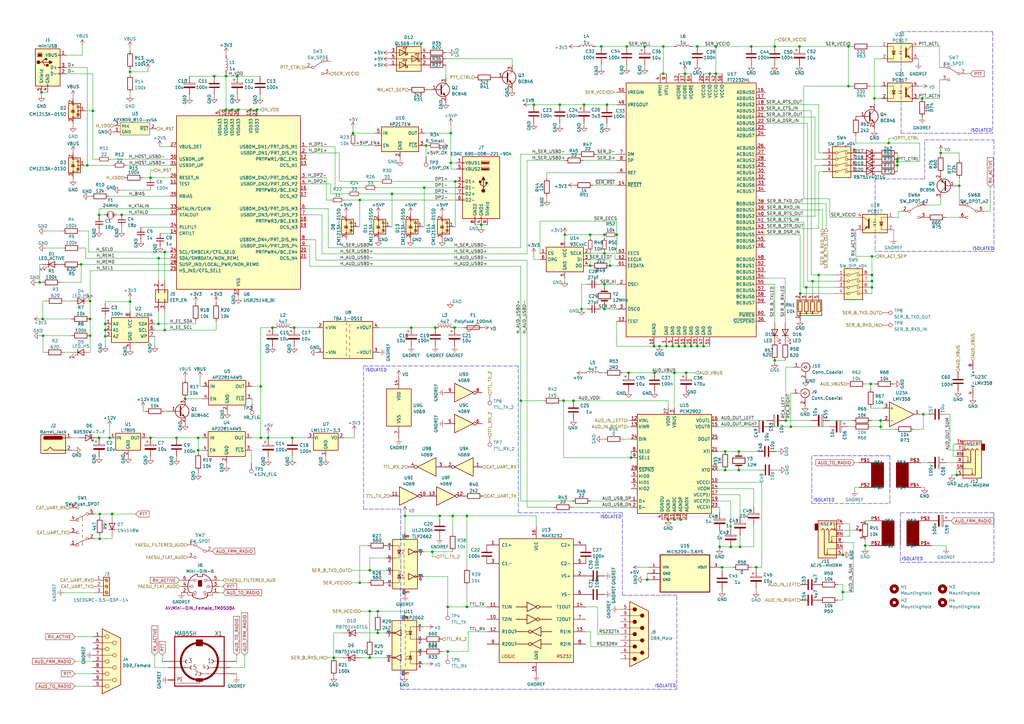
<source format=kicad_sch>
(kicad_sch (version 20211123) (generator eeschema)
  (paper "A3")
  (title_block (title "Radio-USB interface with ground isolation") (date "2024-02-13") (rev "A") (company "ML Elektronika Mateusz Lubecki"))
  (lib_symbols
    (symbol "4xxx:4069" (pin_names (offset 1.016))
      (property "Reference" "U" (at 0 1.27 0))
      (property "Value" "4069" (at 0 -1.27 0))
      (symbol "4069_1_0"
        (pin input line (at -7.62 0 0) (length 3.81) (name "~") (number "1"))
        (pin output inverted (at 7.62 0 180) (length 3.81) (name "~") (number "2"))
      )
      (symbol "4069_2_0"
        (pin input line (at -7.62 0 0) (length 3.81) (name "~") (number "3"))
        (pin output inverted (at 7.62 0 180) (length 3.81) (name "~") (number "4"))
      )
      (symbol "4069_3_0"
        (pin input line (at -7.62 0 0) (length 3.81) (name "~") (number "5"))
        (pin output inverted (at 7.62 0 180) (length 3.81) (name "~") (number "6"))
      )
      (symbol "4069_4_0"
        (pin output inverted (at 7.62 0 180) (length 3.81) (name "~") (number "8"))
        (pin input line (at -7.62 0 0) (length 3.81) (name "~") (number "9"))
      )
      (symbol "4069_5_0"
        (pin output inverted (at 7.62 0 180) (length 3.81) (name "~") (number "10"))
        (pin input line (at -7.62 0 0) (length 3.81) (name "~") (number "11"))
      )
      (symbol "4069_6_0"
        (pin output inverted (at 7.62 0 180) (length 3.81) (name "~") (number "12"))
        (pin input line (at -7.62 0 0) (length 3.81) (name "~") (number "13"))
      )
      (symbol "4069_7_0"
        (pin power_in line (at 0 12.7 270) (length 5.08) (name "VDD") (number "14"))
        (pin power_in line (at 0 -12.7 90) (length 5.08) (name "VSS") (number "7"))
      )
    )
    (symbol "Amplifier_Operational:LMV358" (pin_names (offset 0.127))
      (property "Reference" "U" (at 0 5.08 0))
      (property "Value" "LMV358" (at 0 -5.08 0))
      (symbol "LMV358_1_1"
        (pin output line (at 7.62 0 180) (length 2.54) (name "~") (number "1"))
        (pin input line (at -7.62 -2.54 0) (length 2.54) (name "-") (number "2"))
        (pin input line (at -7.62 2.54 0) (length 2.54) (name "+") (number "3"))
      )
      (symbol "LMV358_2_1"
        (pin input line (at -7.62 2.54 0) (length 2.54) (name "+") (number "5"))
        (pin input line (at -7.62 -2.54 0) (length 2.54) (name "-") (number "6"))
        (pin output line (at 7.62 0 180) (length 2.54) (name "~") (number "7"))
      )
      (symbol "LMV358_3_1"
        (pin power_in line (at -2.54 -7.62 90) (length 3.81) (name "V-") (number "4"))
        (pin power_in line (at -2.54 7.62 270) (length 3.81) (name "V+") (number "8"))
      )
    )
    (symbol "Audio:PCM2902"
      (property "Reference" "U" (at -14.732 21.59 0))
      (property "Value" "PCM2902" (at 10.922 21.59 0))
      (symbol "PCM2902_1_1"
        (pin bidirectional line (at -17.78 -15.24 0) (length 2.54) (name "D+") (number "1"))
        (pin passive line (at 17.78 -7.62 180) (length 2.54) (name "VCCCI") (number "10"))
        (pin power_in line (at 0 -22.86 90) (length 2.54) (name "AGNDC") (number "11"))
        (pin input line (at -17.78 17.78 0) (length 2.54) (name "VINL") (number "12"))
        (pin input line (at -17.78 15.24 0) (length 2.54) (name "VINR") (number "13"))
        (pin passive line (at 17.78 -10.16 180) (length 2.54) (name "VCOM") (number "14"))
        (pin output line (at 17.78 15.24 180) (length 2.54) (name "VOUTR") (number "15"))
        (pin output line (at 17.78 17.78 180) (length 2.54) (name "VOUTL") (number "16"))
        (pin passive line (at 17.78 -12.7 180) (length 2.54) (name "VCCP1I") (number "17"))
        (pin power_in line (at 2.54 -22.86 90) (length 2.54) (name "AGNDP") (number "18"))
        (pin passive line (at 17.78 -15.24 180) (length 2.54) (name "VCCP2I") (number "19"))
        (pin bidirectional line (at -17.78 -17.78 0) (length 2.54) (name "D-") (number "2"))
        (pin output line (at 17.78 -2.54 180) (length 2.54) (name "XTO") (number "20"))
        (pin input line (at 17.78 5.08 180) (length 2.54) (name "XTI") (number "21"))
        (pin power_in line (at 5.08 -22.86 90) (length 2.54) (name "AGNDX") (number "22"))
        (pin passive line (at 17.78 -17.78 180) (length 2.54) (name "VCCXI") (number "23"))
        (pin input line (at -17.78 10.16 0) (length 2.54) (name "DIN") (number "24"))
        (pin output line (at 17.78 10.16 180) (length 2.54) (name "DOUT") (number "25"))
        (pin power_in line (at -2.54 -22.86 90) (length 2.54) (name "DGND") (number "26"))
        (pin power_out line (at -2.54 22.86 270) (length 2.54) (name "VDDI") (number "27"))
        (pin output line (at -17.78 -2.54 0) (length 2.54) (name "~{SSPND}") (number "28"))
        (pin power_in line (at 0 22.86 270) (length 2.54) (name "VBUS") (number "3"))
        (pin power_in line (at -5.08 -22.86 90) (length 2.54) (name "DGNDU") (number "4"))
        (pin input line (at -17.78 -5.08 0) (length 2.54) (name "HID0") (number "5"))
        (pin input line (at -17.78 -7.62 0) (length 2.54) (name "HID1") (number "6"))
        (pin input line (at -17.78 -10.16 0) (length 2.54) (name "HID2") (number "7"))
        (pin input line (at -17.78 5.08 0) (length 2.54) (name "SEL0") (number "8"))
        (pin input line (at -17.78 2.54 0) (length 2.54) (name "SEL1") (number "9"))
      )
    )
    (symbol "Connector:AudioJack3_Switch"
      (property "Reference" "J" (at 0 11.43 0))
      (property "Value" "AudioJack3_Switch" (at 0 8.89 0))
      (symbol "AudioJack3_Switch_1_1"
        (pin passive line (at 5.08 0 180) (length 2.54) (name "~") (number "R"))
        (pin passive line (at 5.08 -2.54 180) (length 2.54) (name "~") (number "RN"))
        (pin passive line (at 5.08 5.08 180) (length 2.54) (name "~") (number "S"))
        (pin passive line (at 5.08 2.54 180) (length 2.54) (name "~") (number "SN"))
        (pin passive line (at 5.08 -5.08 180) (length 2.54) (name "~") (number "T"))
        (pin passive line (at 5.08 -7.62 180) (length 2.54) (name "~") (number "TN"))
      )
    )
    (symbol "Connector:Barrel_Jack" (pin_names (offset 1.016))
      (property "Reference" "J" (at 0 5.334 0))
      (property "Value" "Barrel_Jack" (at 0 -5.08 0))
      (symbol "Barrel_Jack_1_1"
        (pin passive line (at 7.62 2.54 180) (length 2.54) (name "~") (number "1"))
        (pin passive line (at 7.62 -2.54 180) (length 2.54) (name "~") (number "2"))
      )
    )
    (symbol "Connector:Conn_Coaxial" (pin_names (offset 1.016) hide)
      (property "Reference" "J" (at 0.254 3.048 0))
      (property "Value" "Conn_Coaxial" (at 2.921 0 90))
      (symbol "Conn_Coaxial_1_1"
        (pin passive line (at -5.08 0 0) (length 2.54) (name "In") (number "1"))
        (pin passive line (at 0 -5.08 90) (length 2.54) (name "Ext") (number "2"))
      )
    )
    (symbol "Connector:DB9_Female" (pin_names (offset 1.016) hide)
      (property "Reference" "J" (at 0 13.97 0))
      (property "Value" "DB9_Female" (at 0 -14.605 0))
      (symbol "DB9_Female_1_1"
        (pin passive line (at -7.62 10.16 0) (length 3.81) (name "1") (number "1"))
        (pin passive line (at -7.62 5.08 0) (length 3.81) (name "2") (number "2"))
        (pin passive line (at -7.62 0 0) (length 3.81) (name "3") (number "3"))
        (pin passive line (at -7.62 -5.08 0) (length 3.81) (name "4") (number "4"))
        (pin passive line (at -7.62 -10.16 0) (length 3.81) (name "5") (number "5"))
        (pin passive line (at -7.62 7.62 0) (length 3.81) (name "6") (number "6"))
        (pin passive line (at -7.62 2.54 0) (length 3.81) (name "7") (number "7"))
        (pin passive line (at -7.62 -2.54 0) (length 3.81) (name "8") (number "8"))
        (pin passive line (at -7.62 -7.62 0) (length 3.81) (name "9") (number "9"))
      )
    )
    (symbol "Connector:DB9_Male" (pin_names (offset 1.016) hide)
      (property "Reference" "J" (at 0 13.97 0))
      (property "Value" "DB9_Male" (at 0 -14.605 0))
      (symbol "DB9_Male_1_1"
        (pin passive line (at -7.62 -10.16 0) (length 3.81) (name "1") (number "1"))
        (pin passive line (at -7.62 -5.08 0) (length 3.81) (name "2") (number "2"))
        (pin passive line (at -7.62 0 0) (length 3.81) (name "3") (number "3"))
        (pin passive line (at -7.62 5.08 0) (length 3.81) (name "4") (number "4"))
        (pin passive line (at -7.62 10.16 0) (length 3.81) (name "5") (number "5"))
        (pin passive line (at -7.62 -7.62 0) (length 3.81) (name "6") (number "6"))
        (pin passive line (at -7.62 -2.54 0) (length 3.81) (name "7") (number "7"))
        (pin passive line (at -7.62 2.54 0) (length 3.81) (name "8") (number "8"))
        (pin passive line (at -7.62 7.62 0) (length 3.81) (name "9") (number "9"))
      )
    )
    (symbol "Connector:Mini-DIN-6" (pin_names (offset 1.016))
      (property "Reference" "J" (at 0 6.35 0))
      (property "Value" "Mini-DIN-6" (at 0 -6.35 0))
      (symbol "Mini-DIN-6_1_1"
        (pin passive line (at 7.62 -2.54 180) (length 2.54) (name "~") (number "1"))
        (pin passive line (at -7.62 -2.54 0) (length 2.54) (name "~") (number "2"))
        (pin passive line (at 7.62 0 180) (length 2.54) (name "~") (number "3"))
        (pin passive line (at -7.62 0 0) (length 2.54) (name "~") (number "4"))
        (pin passive line (at 7.62 2.54 180) (length 2.54) (name "~") (number "5"))
        (pin passive line (at -7.62 2.54 0) (length 2.54) (name "~") (number "6"))
      )
    )
    (symbol "Connector:Screw_Terminal_01x03" (pin_names (offset 1.016) hide)
      (property "Reference" "J" (at 0 5.08 0))
      (property "Value" "Screw_Terminal_01x03" (at 0 -5.08 0))
      (symbol "Screw_Terminal_01x03_1_1"
        (pin passive line (at -5.08 2.54 0) (length 3.81) (name "Pin_1") (number "1"))
        (pin passive line (at -5.08 0 0) (length 3.81) (name "Pin_2") (number "2"))
        (pin passive line (at -5.08 -2.54 0) (length 3.81) (name "Pin_3") (number "3"))
      )
    )
    (symbol "Connector:TestPoint" (pin_numbers hide) (pin_names (offset 0.762) hide)
      (property "Reference" "TP" (at 0 6.858 0))
      (property "Value" "TestPoint" (at 0 5.08 0))
      (symbol "TestPoint_1_1"
        (pin passive line (at 0 0 90) (length 2.54) (name "1") (number "1"))
      )
    )
    (symbol "Connector:USB_A_Stacked" (pin_names (offset 1.016))
      (property "Reference" "J" (at 0 15.875 0))
      (property "Value" "USB_A_Stacked" (at 0 13.97 0))
      (symbol "USB_A_Stacked_1_1"
        (pin power_in line (at 10.16 10.16 180) (length 2.54) (name "VBUS1") (number "1"))
        (pin bidirectional line (at 10.16 0 180) (length 2.54) (name "D1-") (number "2"))
        (pin bidirectional line (at 10.16 2.54 180) (length 2.54) (name "D1+") (number "3"))
        (pin power_in line (at 0 -15.24 90) (length 2.54) (name "GND1") (number "4"))
        (pin power_in line (at 10.16 7.62 180) (length 2.54) (name "VBUS2") (number "5"))
        (pin bidirectional line (at 10.16 -5.08 180) (length 2.54) (name "D2-") (number "6"))
        (pin bidirectional line (at 10.16 -2.54 180) (length 2.54) (name "D2+") (number "7"))
        (pin power_in line (at 2.54 -15.24 90) (length 2.54) (name "GND2") (number "8"))
        (pin passive line (at -2.54 -15.24 90) (length 2.54) (name "Shield") (number "9"))
      )
    )
    (symbol "Connector:USB_B" (pin_names (offset 1.016))
      (property "Reference" "J" (at -5.08 11.43 0))
      (property "Value" "USB_B" (at -5.08 8.89 0))
      (symbol "USB_B_1_1"
        (pin power_out line (at 7.62 5.08 180) (length 2.54) (name "VBUS") (number "1"))
        (pin bidirectional line (at 7.62 -2.54 180) (length 2.54) (name "D-") (number "2"))
        (pin bidirectional line (at 7.62 0 180) (length 2.54) (name "D+") (number "3"))
        (pin power_out line (at 0 -10.16 90) (length 2.54) (name "GND") (number "4"))
        (pin passive line (at -2.54 -10.16 90) (length 2.54) (name "Shield") (number "5"))
      )
    )
    (symbol "Connector_Generic:Conn_02x02_Odd_Even" (pin_names (offset 1.016) hide)
      (property "Reference" "J" (at 1.27 2.54 0))
      (property "Value" "Conn_02x02_Odd_Even" (at 1.27 -5.08 0))
      (symbol "Conn_02x02_Odd_Even_1_1"
        (pin passive line (at -5.08 0 0) (length 3.81) (name "Pin_1") (number "1"))
        (pin passive line (at 7.62 0 180) (length 3.81) (name "Pin_2") (number "2"))
        (pin passive line (at -5.08 -2.54 0) (length 3.81) (name "Pin_3") (number "3"))
        (pin passive line (at 7.62 -2.54 180) (length 3.81) (name "Pin_4") (number "4"))
      )
    )
    (symbol "Device:C" (pin_numbers hide) (pin_names (offset 0.254))
      (property "Reference" "C" (at 0.635 2.54 0))
      (property "Value" "C" (at 0.635 -2.54 0))
      (symbol "C_1_1"
        (pin passive line (at 0 3.81 270) (length 2.794) (name "~") (number "1"))
        (pin passive line (at 0 -3.81 90) (length 2.794) (name "~") (number "2"))
      )
    )
    (symbol "Device:C_Polarized" (pin_numbers hide) (pin_names (offset 0.254))
      (property "Reference" "C" (at 0.635 2.54 0))
      (property "Value" "C_Polarized" (at 0.635 -2.54 0))
      (symbol "C_Polarized_1_1"
        (pin passive line (at 0 3.81 270) (length 2.794) (name "~") (number "1"))
        (pin passive line (at 0 -3.81 90) (length 2.794) (name "~") (number "2"))
      )
    )
    (symbol "Device:C_Small" (pin_numbers hide) (pin_names (offset 0.254) hide)
      (property "Reference" "C" (at 0.254 1.778 0))
      (property "Value" "C_Small" (at 0.254 -2.032 0))
      (symbol "C_Small_1_1"
        (pin passive line (at 0 2.54 270) (length 2.032) (name "~") (number "1"))
        (pin passive line (at 0 -2.54 90) (length 2.032) (name "~") (number "2"))
      )
    )
    (symbol "Device:Crystal" (pin_numbers hide) (pin_names (offset 1.016) hide)
      (property "Reference" "Y" (at 0 3.81 0))
      (property "Value" "Crystal" (at 0 -3.81 0))
      (symbol "Crystal_1_1"
        (pin passive line (at -3.81 0 0) (length 1.27) (name "1") (number "1"))
        (pin passive line (at 3.81 0 180) (length 1.27) (name "2") (number "2"))
      )
    )
    (symbol "Device:Crystal_Small" (pin_numbers hide) (pin_names (offset 1.016) hide)
      (property "Reference" "Y" (at 0 2.54 0))
      (property "Value" "Crystal_Small" (at 0 -2.54 0))
      (symbol "Crystal_Small_1_1"
        (pin passive line (at -2.54 0 0) (length 1.27) (name "1") (number "1"))
        (pin passive line (at 2.54 0 180) (length 1.27) (name "2") (number "2"))
      )
    )
    (symbol "Device:D_Schottky" (pin_numbers hide) (pin_names (offset 1.016) hide)
      (property "Reference" "D" (at 0 2.54 0))
      (property "Value" "D_Schottky" (at 0 -2.54 0))
      (symbol "D_Schottky_1_1"
        (pin passive line (at -3.81 0 0) (length 2.54) (name "K") (number "1"))
        (pin passive line (at 3.81 0 180) (length 2.54) (name "A") (number "2"))
      )
    )
    (symbol "Device:L" (pin_numbers hide) (pin_names (offset 1.016) hide)
      (property "Reference" "L" (at -1.27 0 90))
      (property "Value" "L" (at 1.905 0 90))
      (symbol "L_1_1"
        (pin passive line (at 0 3.81 270) (length 1.27) (name "1") (number "1"))
        (pin passive line (at 0 -3.81 90) (length 1.27) (name "2") (number "2"))
      )
    )
    (symbol "Device:LED" (pin_numbers hide) (pin_names (offset 1.016) hide)
      (property "Reference" "D" (at 0 2.54 0))
      (property "Value" "LED" (at 0 -2.54 0))
      (symbol "LED_1_1"
        (pin passive line (at -3.81 0 0) (length 2.54) (name "K") (number "1"))
        (pin passive line (at 3.81 0 180) (length 2.54) (name "A") (number "2"))
      )
    )
    (symbol "Device:L_Ferrite" (pin_numbers hide) (pin_names (offset 1.016) hide)
      (property "Reference" "L" (at -1.27 0 90))
      (property "Value" "L_Ferrite" (at 2.794 0 90))
      (symbol "L_Ferrite_1_1"
        (pin passive line (at 0 3.81 270) (length 1.27) (name "1") (number "1"))
        (pin passive line (at 0 -3.81 90) (length 1.27) (name "2") (number "2"))
      )
    )
    (symbol "Device:Polyfuse" (pin_numbers hide) (pin_names (offset 0))
      (property "Reference" "F" (at -2.54 0 90))
      (property "Value" "Polyfuse" (at 2.54 0 90))
      (symbol "Polyfuse_1_1"
        (pin passive line (at 0 3.81 270) (length 1.27) (name "~") (number "1"))
        (pin passive line (at 0 -3.81 90) (length 1.27) (name "~") (number "2"))
      )
    )
    (symbol "Device:R" (pin_numbers hide) (pin_names (offset 0))
      (property "Reference" "R" (at 2.032 0 90))
      (property "Value" "R" (at 0 0 90))
      (symbol "R_1_1"
        (pin passive line (at 0 3.81 270) (length 1.27) (name "~") (number "1"))
        (pin passive line (at 0 -3.81 90) (length 1.27) (name "~") (number "2"))
      )
    )
    (symbol "Device:R_Network04" (pin_names (offset 0) hide)
      (property "Reference" "RN" (at -7.62 0 90))
      (property "Value" "R_Network04" (at 5.08 0 90))
      (symbol "R_Network04_1_1"
        (pin passive line (at -5.08 5.08 270) (length 2.54) (name "common") (number "1"))
        (pin passive line (at -5.08 -5.08 90) (length 1.27) (name "R1") (number "2"))
        (pin passive line (at -2.54 -5.08 90) (length 1.27) (name "R2") (number "3"))
        (pin passive line (at 0 -5.08 90) (length 1.27) (name "R3") (number "4"))
        (pin passive line (at 2.54 -5.08 90) (length 1.27) (name "R4") (number "5"))
      )
    )
    (symbol "Device:R_Potentiometer" (pin_names (offset 1.016) hide)
      (property "Reference" "RV" (at -4.445 0 90))
      (property "Value" "R_Potentiometer" (at -2.54 0 90))
      (symbol "R_Potentiometer_1_1"
        (pin passive line (at 0 3.81 270) (length 1.27) (name "1") (number "1"))
        (pin passive line (at 3.81 0 180) (length 1.27) (name "2") (number "2"))
        (pin passive line (at 0 -3.81 90) (length 1.27) (name "3") (number "3"))
      )
    )
    (symbol "Device:R_Small" (pin_numbers hide) (pin_names (offset 0.254) hide)
      (property "Reference" "R" (at 0.762 0.508 0))
      (property "Value" "R_Small" (at 0.762 -1.016 0))
      (symbol "R_Small_1_1"
        (pin passive line (at 0 2.54 270) (length 0.762) (name "~") (number "1"))
        (pin passive line (at 0 -2.54 90) (length 0.762) (name "~") (number "2"))
      )
    )
    (symbol "Diode:1N4148W" (pin_numbers hide) (pin_names (offset 1.016) hide)
      (property "Reference" "D" (at 0 2.54 0))
      (property "Value" "1N4148W" (at 0 -2.54 0))
      (symbol "1N4148W_1_1"
        (pin passive line (at -3.81 0 0) (length 2.54) (name "K") (number "1"))
        (pin passive line (at 3.81 0 180) (length 2.54) (name "A") (number "2"))
      )
    )
    (symbol "Diode:1N6857" (pin_numbers hide) (pin_names (offset 1.016) hide)
      (property "Reference" "D" (at 0 2.54 0))
      (property "Value" "1N6857" (at 0 -2.54 0))
      (symbol "1N6857_1_1"
        (pin passive line (at -3.81 0 0) (length 2.54) (name "K") (number "1"))
        (pin passive line (at 3.81 0 180) (length 2.54) (name "A") (number "2"))
      )
    )
    (symbol "Interface_UART:MAX3232" (pin_names (offset 1.016))
      (property "Reference" "U" (at -2.54 28.575 0))
      (property "Value" "MAX3232" (at -2.54 26.67 0))
      (symbol "MAX3232_0_0"
        (text "LOGIC" (at -11.43 -22.86 0) (effects (font (size 1.27 1.27))))
        (text "RS232" (at 11.43 -22.86 0) (effects (font (size 1.27 1.27))))
      )
      (symbol "MAX3232_1_1"
        (pin passive line (at -20.32 22.86 0) (length 5.08) (name "C1+") (number "1"))
        (pin input line (at -20.32 -7.62 0) (length 5.08) (name "T2IN") (number "10"))
        (pin input line (at -20.32 -2.54 0) (length 5.08) (name "T1IN") (number "11"))
        (pin output line (at -20.32 -12.7 0) (length 5.08) (name "R1OUT") (number "12"))
        (pin input line (at 20.32 -12.7 180) (length 5.08) (name "R1IN") (number "13"))
        (pin output line (at 20.32 -2.54 180) (length 5.08) (name "T1OUT") (number "14"))
        (pin power_in line (at 0 -30.48 90) (length 5.08) (name "GND") (number "15"))
        (pin power_in line (at 0 30.48 270) (length 5.08) (name "VCC") (number "16"))
        (pin power_out line (at 20.32 10.16 180) (length 5.08) (name "VS+") (number "2"))
        (pin passive line (at -20.32 15.24 0) (length 5.08) (name "C1-") (number "3"))
        (pin passive line (at 20.32 22.86 180) (length 5.08) (name "C2+") (number "4"))
        (pin passive line (at 20.32 15.24 180) (length 5.08) (name "C2-") (number "5"))
        (pin power_out line (at 20.32 2.54 180) (length 5.08) (name "VS-") (number "6"))
        (pin output line (at 20.32 -7.62 180) (length 5.08) (name "T2OUT") (number "7"))
        (pin input line (at 20.32 -17.78 180) (length 5.08) (name "R2IN") (number "8"))
        (pin output line (at -20.32 -17.78 0) (length 5.08) (name "R2OUT") (number "9"))
      )
    )
    (symbol "Interface_USB:FT2232HL"
      (property "Reference" "U" (at -26.67 53.34 0))
      (property "Value" "FT2232HL" (at 19.05 53.34 0))
      (symbol "FT2232HL_1_1"
        (pin power_in line (at -10.16 -55.88 90) (length 3.81) (name "GND") (number "1"))
        (pin power_in line (at -15.24 -55.88 90) (length 3.81) (name "AGND") (number "10"))
        (pin power_in line (at -5.08 -55.88 90) (length 3.81) (name "GND") (number "11"))
        (pin power_in line (at -5.08 55.88 270) (length 3.81) (name "VCORE") (number "12"))
        (pin input line (at -30.48 -45.72 0) (length 3.81) (name "TEST") (number "13"))
        (pin input line (at -30.48 10.16 0) (length 3.81) (name "~{RESET}") (number "14"))
        (pin power_in line (at -2.54 -55.88 90) (length 3.81) (name "GND") (number "15"))
        (pin bidirectional line (at 30.48 48.26 180) (length 3.81) (name "ADBUS0") (number "16"))
        (pin bidirectional line (at 30.48 45.72 180) (length 3.81) (name "ADBUS1") (number "17"))
        (pin bidirectional line (at 30.48 43.18 180) (length 3.81) (name "ADBUS2") (number "18"))
        (pin bidirectional line (at 30.48 40.64 180) (length 3.81) (name "ADBUS3") (number "19"))
        (pin input line (at -30.48 -30.48 0) (length 3.81) (name "OSCI") (number "2"))
        (pin power_in line (at 5.08 55.88 270) (length 3.81) (name "VCCIO") (number "20"))
        (pin bidirectional line (at 30.48 38.1 180) (length 3.81) (name "ADBUS4") (number "21"))
        (pin bidirectional line (at 30.48 35.56 180) (length 3.81) (name "ADBUS5") (number "22"))
        (pin bidirectional line (at 30.48 33.02 180) (length 3.81) (name "ADBUS6") (number "23"))
        (pin bidirectional line (at 30.48 30.48 180) (length 3.81) (name "ADBUS7") (number "24"))
        (pin power_in line (at 0 -55.88 90) (length 3.81) (name "GND") (number "25"))
        (pin bidirectional line (at 30.48 25.4 180) (length 3.81) (name "ACBUS0") (number "26"))
        (pin bidirectional line (at 30.48 22.86 180) (length 3.81) (name "ACBUS1") (number "27"))
        (pin bidirectional line (at 30.48 20.32 180) (length 3.81) (name "ACBUS2") (number "28"))
        (pin bidirectional line (at 30.48 17.78 180) (length 3.81) (name "ACBUS3") (number "29"))
        (pin output line (at -30.48 -40.64 0) (length 3.81) (name "OSCO") (number "3"))
        (pin bidirectional line (at 30.48 15.24 180) (length 3.81) (name "ACBUS4") (number "30"))
        (pin power_in line (at 7.62 55.88 270) (length 3.81) (name "VCCIO") (number "31"))
        (pin bidirectional line (at 30.48 12.7 180) (length 3.81) (name "ACBUS5") (number "32"))
        (pin bidirectional line (at 30.48 10.16 180) (length 3.81) (name "ACBUS6") (number "33"))
        (pin bidirectional line (at 30.48 7.62 180) (length 3.81) (name "ACBUS7") (number "34"))
        (pin power_in line (at 2.54 -55.88 90) (length 3.81) (name "GND") (number "35"))
        (pin output line (at 30.48 -45.72 180) (length 3.81) (name "~{SUSPEND}") (number "36"))
        (pin power_in line (at -2.54 55.88 270) (length 3.81) (name "VCORE") (number "37"))
        (pin bidirectional line (at 30.48 2.54 180) (length 3.81) (name "BDBUS0") (number "38"))
        (pin bidirectional line (at 30.48 0 180) (length 3.81) (name "BDBUS1") (number "39"))
        (pin power_in line (at -12.7 55.88 270) (length 3.81) (name "VPHY") (number "4"))
        (pin bidirectional line (at 30.48 -2.54 180) (length 3.81) (name "BDBUS2") (number "40"))
        (pin bidirectional line (at 30.48 -5.08 180) (length 3.81) (name "BDBUS3") (number "41"))
        (pin power_in line (at 10.16 55.88 270) (length 3.81) (name "VCCIO") (number "42"))
        (pin bidirectional line (at 30.48 -7.62 180) (length 3.81) (name "BDBUS4") (number "43"))
        (pin bidirectional line (at 30.48 -10.16 180) (length 3.81) (name "BDBUS5") (number "44"))
        (pin bidirectional line (at 30.48 -12.7 180) (length 3.81) (name "BDBUS6") (number "45"))
        (pin bidirectional line (at 30.48 -15.24 180) (length 3.81) (name "BDBUS7") (number "46"))
        (pin power_in line (at 5.08 -55.88 90) (length 3.81) (name "GND") (number "47"))
        (pin bidirectional line (at 30.48 -20.32 180) (length 3.81) (name "BCBUS0") (number "48"))
        (pin power_out line (at -30.48 43.18 0) (length 3.81) (name "VREGOUT") (number "49"))
        (pin power_in line (at -7.62 -55.88 90) (length 3.81) (name "GND") (number "5"))
        (pin power_in line (at -30.48 48.26 0) (length 3.81) (name "VREGIN") (number "50"))
        (pin power_in line (at 7.62 -55.88 90) (length 3.81) (name "GND") (number "51"))
        (pin bidirectional line (at 30.48 -22.86 180) (length 3.81) (name "BCBUS1") (number "52"))
        (pin bidirectional line (at 30.48 -25.4 180) (length 3.81) (name "BCBUS2") (number "53"))
        (pin bidirectional line (at 30.48 -27.94 180) (length 3.81) (name "BCBUS3") (number "54"))
        (pin bidirectional line (at 30.48 -30.48 180) (length 3.81) (name "BCBUS4") (number "55"))
        (pin power_in line (at 12.7 55.88 270) (length 3.81) (name "VCCIO") (number "56"))
        (pin bidirectional line (at 30.48 -33.02 180) (length 3.81) (name "BCBUS5") (number "57"))
        (pin bidirectional line (at 30.48 -35.56 180) (length 3.81) (name "BCBUS6") (number "58"))
        (pin bidirectional line (at 30.48 -38.1 180) (length 3.81) (name "BCBUS7") (number "59"))
        (pin output line (at -30.48 15.24 0) (length 3.81) (name "REF") (number "6"))
        (pin output line (at 30.48 -43.18 180) (length 3.81) (name "~{PWREN}") (number "60"))
        (pin bidirectional line (at -30.48 -22.86 0) (length 3.81) (name "EEDATA") (number "61"))
        (pin output line (at -30.48 -20.32 0) (length 3.81) (name "EECLK") (number "62"))
        (pin output line (at -30.48 -17.78 0) (length 3.81) (name "EECS") (number "63"))
        (pin power_in line (at 0 55.88 270) (length 3.81) (name "VCORE") (number "64"))
        (pin bidirectional line (at -30.48 22.86 0) (length 3.81) (name "DM") (number "7"))
        (pin bidirectional line (at -30.48 20.32 0) (length 3.81) (name "DP") (number "8"))
        (pin input line (at -10.16 55.88 270) (length 3.81) (name "VPLL") (number "9"))
      )
    )
    (symbol "Interface_USB:USB2514B_Bi" (pin_names (offset 1.016))
      (property "Reference" "U" (at -17.78 40.64 0))
      (property "Value" "USB2514B_Bi" (at -20.32 38.1 0))
      (symbol "USB2514B_Bi_1_1"
        (pin bidirectional line (at 27.94 22.86 180) (length 2.54) (name "USBDM_DN1/PRT_DIS_M1") (number "1"))
        (pin power_in line (at -5.08 38.1 270) (length 2.54) (name "VDDA33") (number "10"))
        (pin input line (at -27.94 7.62 0) (length 2.54) (name "TEST") (number "11"))
        (pin bidirectional line (at 27.94 17.78 180) (length 2.54) (name "PRTPWR1/BC_EN1") (number "12"))
        (pin input line (at 27.94 15.24 180) (length 2.54) (name "OCS_N1") (number "13"))
        (pin input line (at -27.94 -12.7 0) (length 2.54) (name "CRFILT") (number "14"))
        (pin power_in line (at 5.08 38.1 270) (length 2.54) (name "VDD33") (number "15"))
        (pin bidirectional line (at 27.94 5.08 180) (length 2.54) (name "PRTPWR2/BC_EN2") (number "16"))
        (pin input line (at 27.94 2.54 180) (length 2.54) (name "OCS_N2") (number "17"))
        (pin bidirectional line (at 27.94 -7.62 180) (length 2.54) (name "PRTPWR3/BC_EN3") (number "18"))
        (pin input line (at 27.94 -10.16 180) (length 2.54) (name "OCS_N3") (number "19"))
        (pin bidirectional line (at 27.94 20.32 180) (length 2.54) (name "USBDP_DN1/PRT_DIS_P1") (number "2"))
        (pin bidirectional line (at 27.94 -20.32 180) (length 2.54) (name "PRTPWR4/BC_EN4") (number "20"))
        (pin input line (at 27.94 -22.86 180) (length 2.54) (name "OCS_N4") (number "21"))
        (pin bidirectional line (at -27.94 -22.86 0) (length 2.54) (name "SDA/SMBDATA/NON_REM1") (number "22"))
        (pin power_in line (at 7.62 38.1 270) (length 2.54) (name "VDD33") (number "23"))
        (pin bidirectional line (at -27.94 -20.32 0) (length 2.54) (name "SCL/SMBCLK/CFG_SEL0") (number "24"))
        (pin bidirectional line (at -27.94 -27.94 0) (length 2.54) (name "HS_IND/CFG_SEL1") (number "25"))
        (pin input line (at -27.94 10.16 0) (length 2.54) (name "RESET_N") (number "26"))
        (pin input line (at -27.94 22.86 0) (length 2.54) (name "VBUS_DET") (number "27"))
        (pin bidirectional line (at -27.94 -25.4 0) (length 2.54) (name "SUSP_IND/LOCAL_PWR/NON_REM0") (number "28"))
        (pin power_in line (at -2.54 38.1 270) (length 2.54) (name "VDDA33") (number "29"))
        (pin bidirectional line (at 27.94 10.16 180) (length 2.54) (name "USBDM_DN2/PRT_DIS_M2") (number "3"))
        (pin bidirectional line (at -27.94 17.78 0) (length 2.54) (name "USBDM_UP") (number "30"))
        (pin bidirectional line (at -27.94 15.24 0) (length 2.54) (name "USBDP_UP") (number "31"))
        (pin output line (at -27.94 -5.08 0) (length 2.54) (name "XTALOUT") (number "32"))
        (pin input clock (at -27.94 -2.54 0) (length 2.54) (name "XTALIN/CLKIN") (number "33"))
        (pin input line (at -27.94 -10.16 0) (length 2.54) (name "PLLFILT") (number "34"))
        (pin input line (at -27.94 2.54 0) (length 2.54) (name "RBIAS") (number "35"))
        (pin power_in line (at 0 38.1 270) (length 2.54) (name "VDDA33") (number "36"))
        (pin power_in line (at 0 -38.1 90) (length 2.54) (name "VSS") (number "37"))
        (pin bidirectional line (at 27.94 7.62 180) (length 2.54) (name "USBDP_DN2/PRT_DIS_P2") (number "4"))
        (pin power_in line (at -7.62 38.1 270) (length 2.54) (name "VDDA33") (number "5"))
        (pin bidirectional line (at 27.94 -2.54 180) (length 2.54) (name "USBDM_DN3/PRT_DIS_M3") (number "6"))
        (pin bidirectional line (at 27.94 -5.08 180) (length 2.54) (name "USBDP_DN3/PRT_DIS_P3") (number "7"))
        (pin bidirectional line (at 27.94 -15.24 180) (length 2.54) (name "USBDM_DN4/PRT_DIS_M4") (number "8"))
        (pin bidirectional line (at 27.94 -17.78 180) (length 2.54) (name "USBDP_DN4/PRT_DIS_P4") (number "9"))
      )
    )
    (symbol "Isolator:HCPL-0630" (pin_names (offset 0))
      (property "Reference" "U" (at -4.064 11.43 0))
      (property "Value" "HCPL-0630" (at 7.874 11.43 0))
      (symbol "HCPL-0630_1_1"
        (pin passive line (at -7.62 7.62 0) (length 2.54) (name "A1") (number "1"))
        (pin passive line (at -7.62 2.54 0) (length 2.54) (name "C1") (number "2"))
        (pin passive line (at -7.62 -2.54 0) (length 2.54) (name "C2") (number "3"))
        (pin passive line (at -7.62 -7.62 0) (length 2.54) (name "A2") (number "4"))
        (pin power_in line (at 0 -12.7 90) (length 2.54) (name "GND") (number "5"))
        (pin open_collector line (at 7.62 -5.08 180) (length 2.54) (name "VO2") (number "6"))
        (pin open_collector line (at 7.62 5.08 180) (length 2.54) (name "VO1") (number "7"))
        (pin power_in line (at 0 12.7 270) (length 2.54) (name "VCC") (number "8"))
      )
    )
    (symbol "Isolator:PC817" (pin_names (offset 1.016))
      (property "Reference" "U" (at -5.08 5.08 0))
      (property "Value" "PC817" (at 0 5.08 0))
      (symbol "PC817_1_1"
        (pin passive line (at -7.62 2.54 0) (length 2.54) (name "~") (number "1"))
        (pin passive line (at -7.62 -2.54 0) (length 2.54) (name "~") (number "2"))
        (pin passive line (at 7.62 -2.54 180) (length 2.54) (name "~") (number "3"))
        (pin passive line (at 7.62 2.54 180) (length 2.54) (name "~") (number "4"))
      )
    )
    (symbol "LED:QLS6B-FKW" (pin_names hide)
      (property "Reference" "D" (at -5.08 6.35 0))
      (property "Value" "QLS6B-FKW" (at -5.08 -6.35 0))
      (symbol "QLS6B-FKW_0_0"
        (text "B" (at -0.635 -3.3274 0) (effects (font (size 0.762 0.762))))
        (text "G" (at 4.4196 -0.7112 0) (effects (font (size 0.762 0.762))))
        (text "R" (at -0.635 1.8034 0) (effects (font (size 0.762 0.762))))
      )
      (symbol "QLS6B-FKW_1_1"
        (pin passive line (at -7.62 -2.54 0) (length 2.54) (name "AB") (number "1"))
        (pin passive line (at 7.62 -2.54 180) (length 2.54) (name "KB") (number "2"))
        (pin passive line (at -7.62 2.54 0) (length 2.54) (name "AR") (number "3"))
        (pin passive line (at 7.62 2.54 180) (length 2.54) (name "KR") (number "4"))
        (pin passive line (at -7.62 0 0) (length 2.54) (name "AG") (number "5"))
        (pin passive line (at 7.62 0 180) (length 2.54) (name "KR") (number "6"))
      )
    )
    (symbol "MIC5209:MIC5209-3.3YS" (pin_names (offset 1.016))
      (property "Reference" "U" (at -4.7498 6.477 0))
      (property "Value" "MIC5209-3.3YS" (at -5.9436 -13.4112 0))
      (symbol "MIC5209-3.3YS_0_0"
        (pin power_in line (at -15.24 0 0) (length 5.08) (name "VIN") (number "1"))
        (pin passive line (at -15.24 -5.08 0) (length 5.08) (name "GND") (number "2"))
        (pin passive line (at -15.24 -2.54 0) (length 5.08) (name "GND") (number "2"))
        (pin power_out line (at 15.24 0 180) (length 5.08) (name "VOUT") (number "3"))
      )
    )
    (symbol "Mechanical:MountingHole" (pin_names (offset 1.016))
      (property "Reference" "H" (at 0 5.08 0))
      (property "Value" "MountingHole" (at 0 3.175 0))
    )
    (symbol "Memory_EEPROM:24LC04"
      (property "Reference" "U" (at -6.35 6.35 0))
      (property "Value" "24LC04" (at 1.27 6.35 0))
      (symbol "24LC04_1_1"
        (pin input line (at -10.16 2.54 0) (length 2.54) (name "A0") (number "1"))
        (pin input line (at -10.16 0 0) (length 2.54) (name "A1") (number "2"))
        (pin input line (at -10.16 -2.54 0) (length 2.54) (name "A2") (number "3"))
        (pin power_in line (at 0 -7.62 90) (length 2.54) (name "GND") (number "4"))
        (pin bidirectional line (at 10.16 2.54 180) (length 2.54) (name "SDA") (number "5"))
        (pin input line (at 10.16 0 180) (length 2.54) (name "SCL") (number "6"))
        (pin input line (at 10.16 -2.54 180) (length 2.54) (name "WP") (number "7"))
        (pin power_in line (at 0 7.62 270) (length 2.54) (name "VCC") (number "8"))
      )
    )
    (symbol "Memory_EEPROM:93CxxC"
      (property "Reference" "U" (at -7.62 6.35 0))
      (property "Value" "93CxxC" (at 2.54 -6.35 0))
      (symbol "93CxxC_1_1"
        (pin input line (at -10.16 2.54 0) (length 2.54) (name "CS") (number "1"))
        (pin input line (at 10.16 2.54 180) (length 2.54) (name "SCLK") (number "2"))
        (pin input line (at 10.16 0 180) (length 2.54) (name "DI") (number "3"))
        (pin tri_state line (at 10.16 -2.54 180) (length 2.54) (name "DO") (number "4"))
        (pin power_in line (at 0 -7.62 90) (length 2.54) (name "GND") (number "5"))
        (pin input line (at -10.16 0 0) (length 2.54) (name "ORG") (number "6"))
        (pin no_connect line (at -7.62 -2.54 0) (length 2.54) hide (name "NC") (number "7"))
        (pin power_in line (at 0 7.62 270) (length 2.54) (name "VCC") (number "8"))
      )
    )
    (symbol "Power_Management:AP2171W"
      (property "Reference" "U" (at -7.62 -6.35 0))
      (property "Value" "AP2171W" (at -7.62 6.35 0))
      (symbol "AP2171W_1_1"
        (pin power_out line (at 10.16 2.54 180) (length 2.54) (name "OUT") (number "1"))
        (pin power_in line (at 0 -7.62 90) (length 2.54) (name "GND") (number "2"))
        (pin open_collector line (at 10.16 -2.54 180) (length 2.54) (name "~{FLG}") (number "3"))
        (pin input line (at -10.16 -2.54 0) (length 2.54) (name "EN") (number "4"))
        (pin power_in line (at -10.16 2.54 0) (length 2.54) (name "IN") (number "5"))
      )
    )
    (symbol "Power_Management:AP22814AW5"
      (property "Reference" "U" (at -7.62 -6.35 0))
      (property "Value" "AP22814AW5" (at -7.62 6.35 0))
      (symbol "AP22814AW5_1_1"
        (pin power_out line (at 10.16 2.54 180) (length 2.54) (name "OUT") (number "1"))
        (pin power_in line (at 0 -7.62 90) (length 2.54) (name "GND") (number "2"))
        (pin open_collector line (at 10.16 -2.54 180) (length 2.54) (name "~{FLG}") (number "3"))
        (pin input line (at -10.16 -2.54 0) (length 2.54) (name "EN") (number "4"))
        (pin power_in line (at -10.16 2.54 0) (length 2.54) (name "IN") (number "5"))
      )
    )
    (symbol "Power_Protection:CM1213A-01SO" (pin_names hide)
      (property "Reference" "D" (at 0 5.08 0))
      (property "Value" "CM1213A-01SO" (at 0 3.175 0))
      (symbol "CM1213A-01SO_1_1"
        (pin passive line (at 0 -5.08 90) (length 2.54) (name "CH1") (number "1"))
        (pin passive line (at -5.08 0 0) (length 2.54) (name "VP") (number "2"))
        (pin passive line (at 5.08 0 180) (length 2.54) (name "VN") (number "3"))
      )
    )
    (symbol "Regulator_Linear:L7805" (pin_names (offset 0.254))
      (property "Reference" "U" (at -3.81 3.175 0))
      (property "Value" "L7805" (at 0 3.175 0))
      (symbol "L7805_1_1"
        (pin power_in line (at -7.62 0 0) (length 2.54) (name "IN") (number "1"))
        (pin power_in line (at 0 -7.62 90) (length 2.54) (name "GND") (number "2"))
        (pin power_out line (at 7.62 0 180) (length 2.54) (name "OUT") (number "3"))
      )
    )
    (symbol "Regulator_Linear:LM1117-3.3" (pin_names (offset 0.254))
      (property "Reference" "U" (at -3.81 3.175 0))
      (property "Value" "LM1117-3.3" (at 0 3.175 0))
      (symbol "LM1117-3.3_1_1"
        (pin power_in line (at 0 -7.62 90) (length 2.54) (name "GND") (number "1"))
        (pin power_out line (at 7.62 0 180) (length 2.54) (name "VO") (number "2"))
        (pin power_in line (at -7.62 0 0) (length 2.54) (name "VI") (number "3"))
      )
    )
    (symbol "Regulator_Switching:CRE1S0305S3C"
      (property "Reference" "U" (at -8.89 8.89 0))
      (property "Value" "CRE1S0305S3C" (at 2.54 8.89 0))
      (symbol "CRE1S0305S3C_1_1"
        (pin power_in line (at -12.7 -5.08 0) (length 2.54) (name "-VIN") (number "1"))
        (pin power_in line (at -12.7 5.08 0) (length 2.54) (name "+VIN") (number "2"))
        (pin power_out line (at 12.7 -5.08 180) (length 2.54) (name "-VOUT") (number "3"))
        (pin power_out line (at 12.7 5.08 180) (length 2.54) (name "+VOUT") (number "4"))
      )
    )
    (symbol "Switch:SW_DIP_x04" (pin_names (offset 0) hide)
      (property "Reference" "SW" (at 0 8.89 0))
      (property "Value" "SW_DIP_x04" (at 0 -6.35 0))
      (symbol "SW_DIP_x04_1_1"
        (pin passive line (at -7.62 5.08 0) (length 5.08) (name "~") (number "1"))
        (pin passive line (at -7.62 2.54 0) (length 5.08) (name "~") (number "2"))
        (pin passive line (at -7.62 0 0) (length 5.08) (name "~") (number "3"))
        (pin passive line (at -7.62 -2.54 0) (length 5.08) (name "~") (number "4"))
        (pin passive line (at 7.62 -2.54 180) (length 5.08) (name "~") (number "5"))
        (pin passive line (at 7.62 0 180) (length 5.08) (name "~") (number "6"))
        (pin passive line (at 7.62 2.54 180) (length 5.08) (name "~") (number "7"))
        (pin passive line (at 7.62 5.08 180) (length 5.08) (name "~") (number "8"))
      )
    )
    (symbol "Switch:SW_DPDT_x2" (pin_names (offset 0) hide)
      (property "Reference" "SW" (at 0 4.318 0))
      (property "Value" "SW_DPDT_x2" (at 0 -5.08 0))
      (symbol "SW_DPDT_x2_1_1"
        (pin passive line (at 5.08 2.54 180) (length 2.54) (name "A") (number "1"))
        (pin passive line (at -5.08 0 0) (length 2.54) (name "B") (number "2"))
        (pin passive line (at 5.08 -2.54 180) (length 2.54) (name "C") (number "3"))
      )
      (symbol "SW_DPDT_x2_2_1"
        (pin passive line (at 5.08 2.54 180) (length 2.54) (name "A") (number "4"))
        (pin passive line (at -5.08 0 0) (length 2.54) (name "B") (number "5"))
        (pin passive line (at 5.08 -2.54 180) (length 2.54) (name "C") (number "6"))
      )
    )
    (symbol "Switch:SW_Push_DPDT" (pin_names (offset 0) hide)
      (property "Reference" "SW" (at 0 8.89 0))
      (property "Value" "SW_Push_DPDT" (at 0 -10.16 0))
      (symbol "SW_Push_DPDT_1_1"
        (pin passive line (at 5.08 7.62 180) (length 2.54) (name "A") (number "1"))
        (pin passive line (at -5.08 5.08 0) (length 2.54) (name "B") (number "2"))
        (pin passive line (at 5.08 2.54 180) (length 2.54) (name "C") (number "3"))
        (pin passive line (at 5.08 -2.54 180) (length 2.54) (name "A") (number "4"))
        (pin passive line (at -5.08 -5.08 0) (length 2.54) (name "B") (number "5"))
        (pin passive line (at 5.08 -7.62 180) (length 2.54) (name "C") (number "6"))
      )
    )
    (symbol "Switch:SW_SPDT" (pin_names (offset 0) hide)
      (property "Reference" "SW" (at 0 4.318 0))
      (property "Value" "SW_SPDT" (at 0 -5.08 0))
      (symbol "SW_SPDT_1_1"
        (pin passive line (at 5.08 2.54 180) (length 2.54) (name "A") (number "1"))
        (pin passive line (at -5.08 0 0) (length 2.54) (name "B") (number "2"))
        (pin passive line (at 5.08 -2.54 180) (length 2.54) (name "C") (number "3"))
      )
    )
    (symbol "Transistor_BJT:BC846" (pin_names (offset 0) hide)
      (property "Reference" "Q" (at 5.08 1.905 0))
      (property "Value" "BC846" (at 5.08 0 0))
      (symbol "BC846_1_1"
        (pin input line (at -5.08 0 0) (length 5.715) (name "B") (number "1"))
        (pin passive line (at 2.54 -5.08 90) (length 2.54) (name "E") (number "2"))
        (pin passive line (at 2.54 5.08 270) (length 2.54) (name "C") (number "3"))
      )
    )
    (symbol "Transistor_BJT:BC856" (pin_names (offset 0) hide)
      (property "Reference" "Q" (at 5.08 1.905 0))
      (property "Value" "BC856" (at 5.08 0 0))
      (symbol "BC856_1_1"
        (pin input line (at -5.08 0 0) (length 5.715) (name "B") (number "1"))
        (pin passive line (at 2.54 -5.08 90) (length 2.54) (name "E") (number "2"))
        (pin passive line (at 2.54 5.08 270) (length 2.54) (name "C") (number "3"))
      )
    )
    (symbol "paratnc_cp:CRIYCHLEY9000" (pin_names (offset 1.016))
      (symbol "CRIYCHLEY9000_1_0"
        (pin bidirectional line (at -12.7 5.08 0) (length 5.08) (name "P$1") (number "P$1"))
        (pin bidirectional line (at -12.7 -5.08 0) (length 5.08) (name "P$2") (number "P$2"))
        (pin bidirectional line (at 12.7 5.08 180) (length 5.08) (name "P$3") (number "P$3"))
        (pin bidirectional line (at 12.7 -5.08 180) (length 5.08) (name "P$4") (number "P$4"))
      )
    )
    (symbol "power:+12V" (power) (pin_names (offset 0))
      (property "Value" "+12V" (at 0 3.556 0))
      (symbol "+12V_1_1"
        (pin power_in line (at 0 0 90) (length 0) hide (name "+12V") (number "1"))
      )
    )
    (symbol "power:+1V8" (power) (pin_names (offset 0))
      (property "Value" "+1V8" (at 0 3.556 0))
      (symbol "+1V8_1_1"
        (pin power_in line (at 0 0 90) (length 0) hide (name "+1V8") (number "1"))
      )
    )
    (symbol "power:+2V5" (power) (pin_names (offset 0))
      (property "Value" "+2V5" (at 0 3.556 0))
      (symbol "+2V5_1_1"
        (pin power_in line (at 0 0 90) (length 0) hide (name "+2V5") (number "1"))
      )
    )
    (symbol "power:+3V3" (power) (pin_names (offset 0))
      (property "Value" "+3V3" (at 0 3.556 0))
      (symbol "+3V3_1_1"
        (pin power_in line (at 0 0 90) (length 0) hide (name "+3V3") (number "1"))
      )
    )
    (symbol "power:+5V" (power) (pin_names (offset 0))
      (property "Value" "+5V" (at 0 3.556 0))
      (symbol "+5V_1_1"
        (pin power_in line (at 0 0 90) (length 0) hide (name "+5V") (number "1"))
      )
    )
    (symbol "power:+5VP" (power) (pin_names (offset 0))
      (property "Value" "+5VP" (at 0 3.556 0))
      (symbol "+5VP_1_1"
        (pin power_in line (at 0 0 90) (length 0) hide (name "+5VP") (number "1"))
      )
    )
    (symbol "power:GND" (power) (pin_names (offset 0))
      (property "Value" "GND" (at 0 -3.81 0))
      (symbol "GND_1_1"
        (pin power_in line (at 0 0 270) (length 0) hide (name "GND") (number "1"))
      )
    )
    (symbol "power:GNDREF" (power) (pin_names (offset 0))
      (property "Value" "GNDREF" (at 0 -3.81 0))
      (symbol "GNDREF_1_1"
        (pin power_in line (at 0 0 270) (length 0) hide (name "GNDREF") (number "1"))
      )
    )
    (symbol "power:VBUS" (power) (pin_names (offset 0))
      (property "Value" "VBUS" (at 0 3.81 0))
      (symbol "VBUS_1_1"
        (pin power_in line (at 0 0 90) (length 0) hide (name "VBUS") (number "1"))
      )
    )
    (symbol "power:VD" (power) (pin_names (offset 0))
      (property "Value" "VD" (at 0 3.81 0))
      (symbol "VD_1_1"
        (pin power_in line (at 0 0 90) (length 0) hide (name "VD") (number "1"))
      )
    )
    (symbol "sterownik-eagle:MAB5SH"
      (property "Reference" "X" (at -10.16 10.795 0))
      (property "Value" "MAB5SH" (at 0 10.795 0))
      (symbol "MAB5SH_1_0"
        (text "1" (at 3.302 -0.762 0) (effects (font (size 1.778 1.5113)) (justify left bottom)))
        (text "2" (at -2.032 -5.842 0) (effects (font (size 1.778 1.5113)) (justify left bottom)))
        (text "3" (at -4.572 -0.762 0) (effects (font (size 1.778 1.5113)) (justify left bottom)))
        (text "4" (at 1.143 -3.302 0) (effects (font (size 1.778 1.5113)) (justify left bottom)))
        (text "5" (at -2.667 -3.429 0) (effects (font (size 1.778 1.5113)) (justify left bottom)))
        (text "PE" (at -9.271 -8.255 0) (effects (font (size 1.524 1.2954)) (justify left bottom)))
        (pin passive line (at 15.24 0 180) (length 7.62) (name "1") (number "1"))
        (pin passive line (at 15.24 -5.08 180) (length 7.62) (name "2") (number "2"))
        (pin passive line (at -15.24 0 0) (length 7.62) (name "3") (number "3"))
        (pin passive line (at 12.7 -2.54 180) (length 7.62) (name "4") (number "4"))
        (pin passive line (at -12.7 -2.54 0) (length 7.62) (name "5") (number "5"))
        (pin power_in line (at -12.7 -7.62 0) (length 2.54) (name "PE") (number "PE"))
        (pin power_in line (at -12.7 -7.62 0) (length 2.54) (name "PE") (number "PE@"))
      )
    )
    (symbol "vdd_supervisor:APX809_810-xxSA"
      (property "Reference" "U" (at 0 6.35 0))
      (property "Value" "APX809_810-xxSA" (at 0 4.572 0))
      (symbol "APX809_810-xxSA_1_1"
        (pin power_in line (at -8.636 -1.27 0) (length 2.54) (name "GND") (number "1"))
        (pin output line (at 8.636 0 180) (length 2.54) (name "~{RST}") (number "2"))
        (pin power_in line (at -8.636 1.27 0) (length 2.54) (name "Vcc") (number "3"))
      )
    )
  )
  (junction (at 75.946 163.576))
  (junction (at 81.28 179.578))
  (junction (at 184.912 66.802))
  (junction (at 246.634 19.05))
  (junction (at 61.722 72.898))
  (junction (at 95.25 44.958))
  (junction (at 218.948 42.926))
  (junction (at 296.164 232.664))
  (junction (at 49.911 88.138))
  (junction (at 274.066 213.106))
  (junction (at 248.92 42.926))
  (junction (at 238.506 126.746))
  (junction (at 16.256 115.824))
  (junction (at 247.904 103.886))
  (junction (at 361.188 175.006))
  (junction (at 168.656 134.366))
  (junction (at 276.606 152.908))
  (junction (at 247.904 126.746))
  (junction (at 97.79 44.958))
  (junction (at 364.49 58.674))
  (junction (at 368.046 67.818))
  (junction (at 393.446 76.2))
  (junction (at 53.34 123.698))
  (junction (at 38.1 45.466))
  (junction (at 92.71 31.242))
  (junction (at 357.632 105.156))
  (junction (at 40.64 179.578))
  (junction (at 385.826 62.738))
  (junction (at 151.638 250.698))
  (junction (at 111.76 134.366))
  (junction (at 293.624 19.05))
  (junction (at 297.434 185.166))
  (junction (at 191.516 248.92))
  (junction (at 357.632 117.856))
  (junction (at 17.526 130.81))
  (junction (at 286.004 141.986))
  (junction (at 317.754 19.05))
  (junction (at 147.574 82.042))
  (junction (at 154.94 250.698))
  (junction (at 368.046 65.278))
  (junction (at 327.914 19.05))
  (junction (at 303.022 192.786))
  (junction (at 333.248 115.316))
  (junction (at 183.642 267.208))
  (junction (at 43.18 137.922))
  (junction (at 33.274 108.458))
  (junction (at 361.188 172.466))
  (junction (at 65.024 105.918))
  (junction (at 247.904 96.266))
  (junction (at 65.024 132.842))
  (junction (at 191.516 211.582))
  (junction (at 278.384 141.986))
  (junction (at 272.034 30.226))
  (junction (at 184.912 54.61))
  (junction (at 151.638 233.934))
  (junction (at 105.41 44.958))
  (junction (at 280.924 30.226))
  (junction (at 197.358 92.202))
  (junction (at 264.414 19.05))
  (junction (at 272.034 19.05))
  (junction (at 45.974 210.82))
  (junction (at 106.934 158.496))
  (junction (at 178.562 134.366))
  (junction (at 250.19 108.966))
  (junction (at 276.606 213.106))
  (junction (at 67.564 103.378))
  (junction (at 275.844 141.986))
  (junction (at 81.28 184.658))
  (junction (at 330.708 117.856))
  (junction (at 324.358 175.006))
  (junction (at 144.78 54.61))
  (junction (at 109.982 179.578))
  (junction (at 328.168 120.396))
  (junction (at 270.51 141.986))
  (junction (at 231.14 164.338))
  (junction (at 273.304 141.986))
  (junction (at 265.43 237.744))
  (junction (at 286.004 19.05))
  (junction (at 136.906 269.748))
  (junction (at 43.18 135.382))
  (junction (at 183.642 248.92))
  (junction (at 72.39 179.578))
  (junction (at 257.048 19.05))
  (junction (at 92.71 44.958))
  (junction (at 44.958 179.578))
  (junction (at 347.98 35.306))
  (junction (at 119.888 179.578))
  (junction (at 303.53 224.282))
  (junction (at 322.326 172.466))
  (junction (at 347.98 19.05))
  (junction (at 186.436 134.366))
  (junction (at 291.084 30.226))
  (junction (at 173.99 76.962))
  (junction (at 174.752 59.69))
  (junction (at 268.224 141.986))
  (junction (at 102.87 44.958))
  (junction (at 106.934 179.578))
  (junction (at 345.694 242.824))
  (junction (at 358.648 40.386))
  (junction (at 67.564 135.382))
  (junction (at 229.616 42.926))
  (junction (at 160.782 79.502))
  (junction (at 180.34 211.582))
  (junction (at 378.206 40.386))
  (junction (at 280.924 141.986))
  (junction (at 147.574 239.014))
  (junction (at 36.957 137.668))
  (junction (at 354.838 223.774))
  (junction (at 185.674 211.582))
  (junction (at 17.018 37.846))
  (junction (at 247.904 116.586))
  (junction (at 235.204 164.338))
  (junction (at 308.102 19.05))
  (junction (at 335.788 112.776))
  (junction (at 40.894 220.98))
  (junction (at 36.957 123.444))
  (junction (at 297.434 192.786))
  (junction (at 239.522 42.926))
  (junction (at 120.65 134.366))
  (junction (at 252.984 96.266))
  (junction (at 97.282 31.242))
  (junction (at 257.81 152.908))
  (junction (at 295.148 224.282))
  (junction (at 368.046 66.294))
  (junction (at 35.814 67.818))
  (junction (at 357.124 157.48))
  (junction (at 87.884 31.242))
  (junction (at 279.146 213.106))
  (junction (at 357.632 115.316))
  (junction (at 258.826 187.706))
  (junction (at 43.18 132.842))
  (junction (at 293.624 30.226))
  (junction (at 186.69 74.422))
  (junction (at 345.694 227.584))
  (junction (at 283.464 141.986))
  (junction (at 281.432 152.908))
  (junction (at 242.062 108.966))
  (junction (at 61.722 179.578))
  (junction (at 154.94 259.588))
  (junction (at 299.72 224.282))
  (junction (at 378.714 169.926))
  (junction (at 303.022 185.166))
  (junction (at 317.754 147.828))
  (junction (at 177.292 226.314))
  (junction (at 151.638 269.748))
  (junction (at 268.478 152.908))
  (junction (at 53.34 29.464))
  (junction (at 40.64 88.138))
  (junction (at 288.544 141.986))
  (junction (at 231.648 96.266))
  (junction (at 17.653 137.668))
  (junction (at 166.116 211.582))
  (junction (at 392.43 194.818))
  (junction (at 36.957 130.81))
  (junction (at 357.632 112.776))
  (junction (at 213.614 164.338))
  (junction (at 310.134 232.664))
  (junction (at 242.062 96.266))
  (junction (at 40.894 210.82))
  (wire (pts (xy 35.814 67.818) (xy 46.482 67.818)))
  (polyline (pts (xy 212.598 210.312) (xy 212.598 150.114)))
  (wire (pts (xy 218.948 106.426) (xy 221.488 106.426)))
  (wire (pts (xy 368.554 89.154) (xy 366.522 89.154)))
  (wire (pts (xy 340.36 81.534) (xy 340.36 89.154)))
  (wire (pts (xy 385.826 84.074) (xy 385.826 81.28)))
  (wire (pts (xy 186.69 92.964) (xy 186.436 92.964)))
  (wire (pts (xy 297.434 185.166) (xy 303.022 185.166)))
  (wire (pts (xy 382.016 223.774) (xy 388.112 223.774)))
  (wire (pts (xy 252.222 106.426) (xy 252.984 106.426)))
  (wire (pts (xy 222.758 164.338) (xy 213.614 164.338)))
  (polyline (pts (xy 277.622 244.094) (xy 255.27 244.094)))
  (wire (pts (xy 184.912 51.054) (xy 184.912 54.61)))
  (wire (pts (xy 49.911 93.218) (xy 49.911 94.488)))
  (wire (pts (xy 229.616 42.926) (xy 239.522 42.926)))
  (wire (pts (xy 309.118 215.392) (xy 309.118 224.282)))
  (wire (pts (xy 257.048 26.67) (xy 257.048 27.686)))
  (wire (pts (xy 137.414 76.962) (xy 137.414 60.198)))
  (wire (pts (xy 241.808 106.426) (xy 250.19 106.426)))
  (wire (pts (xy 273.304 141.986) (xy 275.844 141.986)))
  (wire (pts (xy 218.948 42.926) (xy 229.616 42.926)))
  (wire (pts (xy 295.148 224.282) (xy 299.72 224.282)))
  (wire (pts (xy 103.378 163.576) (xy 103.378 165.862)))
  (wire (pts (xy 40.64 179.578) (xy 44.958 179.578)))
  (wire (pts (xy 313.944 42.926) (xy 335.788 42.926)))
  (wire (pts (xy 247.904 97.79) (xy 247.904 96.266)))
  (wire (pts (xy 244.856 63.246) (xy 252.984 63.246)))
  (wire (pts (xy 303.53 224.282) (xy 299.72 224.282)))
  (wire (pts (xy 17.526 123.444) (xy 17.526 130.81)))
  (wire (pts (xy 368.046 66.294) (xy 368.046 67.818)))
  (wire (pts (xy 180.848 59.69) (xy 181.102 59.69)))
  (wire (pts (xy 132.08 104.14) (xy 216.154 104.14)))
  (wire (pts (xy 29.972 39.624) (xy 29.972 40.386)))
  (wire (pts (xy 183.642 248.92) (xy 183.642 236.474)))
  (wire (pts (xy 63.5 137.922) (xy 63.5 141.732)))
  (polyline (pts (xy 379.222 73.406) (xy 379.222 57.404)))
  (polyline (pts (xy 164.338 208.788) (xy 164.338 282.702)))
  (wire (pts (xy 230.378 164.338) (xy 231.14 164.338)))
  (wire (pts (xy 89.662 240.538) (xy 91.44 240.538)))
  (wire (pts (xy 325.374 150.622) (xy 322.326 150.622)))
  (wire (pts (xy 248.92 42.926) (xy 252.984 42.926)))
  (wire (pts (xy 40.64 88.138) (xy 42.799 88.138)))
  (wire (pts (xy 38.1 65.278) (xy 40.132 65.278)))
  (wire (pts (xy 242.062 108.966) (xy 242.57 108.966)))
  (polyline (pts (xy 369.57 12.954) (xy 407.162 12.954)))
  (wire (pts (xy 45.212 65.278) (xy 69.85 65.278)))
  (wire (pts (xy 25.019 108.458) (xy 25.4 108.458)))
  (wire (pts (xy 268.478 152.908) (xy 276.606 152.908)))
  (wire (pts (xy 247.904 103.886) (xy 252.222 103.886)))
  (wire (pts (xy 393.446 73.152) (xy 393.446 76.2)))
  (wire (pts (xy 127 109.22) (xy 213.614 109.22)))
  (wire (pts (xy 144.78 54.61) (xy 144.78 52.578)))
  (wire (pts (xy 335.788 42.926) (xy 335.788 62.738)))
  (wire (pts (xy 224.282 80.518) (xy 224.282 81.788)))
  (wire (pts (xy 313.944 96.266) (xy 328.168 96.266)))
  (wire (pts (xy 294.386 197.866) (xy 312.42 197.866)))
  (wire (pts (xy 239.522 42.926) (xy 248.92 42.926)))
  (wire (pts (xy 317.754 16.256) (xy 317.754 19.05)))
  (wire (pts (xy 340.36 172.466) (xy 349.758 172.466)))
  (wire (pts (xy 45.974 219.71) (xy 45.974 220.98)))
  (wire (pts (xy 239.268 65.786) (xy 252.984 65.786)))
  (wire (pts (xy 334.264 67.818) (xy 337.566 67.818)))
  (wire (pts (xy 44.958 175.006) (xy 44.958 179.578)))
  (wire (pts (xy 295.148 208.026) (xy 294.386 208.026)))
  (wire (pts (xy 125.73 88.138) (xy 132.08 88.138)))
  (wire (pts (xy 246.634 26.67) (xy 246.634 27.94)))
  (wire (pts (xy 136.906 259.588) (xy 136.906 269.748)))
  (wire (pts (xy 65.532 60.198) (xy 69.85 60.198)))
  (wire (pts (xy 192.024 259.08) (xy 192.024 267.208)))
  (wire (pts (xy 210.058 26.67) (xy 210.058 24.13)))
  (wire (pts (xy 191.516 248.92) (xy 183.642 248.92)))
  (wire (pts (xy 15.24 115.824) (xy 16.256 115.824)))
  (wire (pts (xy 140.716 259.588) (xy 136.906 259.588)))
  (wire (pts (xy 109.982 179.578) (xy 119.888 179.578)))
  (wire (pts (xy 335.788 93.726) (xy 335.788 70.358)))
  (wire (pts (xy 53.34 38.1) (xy 53.34 39.116)))
  (wire (pts (xy 43.18 135.382) (xy 43.18 137.922)))
  (wire (pts (xy 67.564 135.382) (xy 63.5 135.382)))
  (wire (pts (xy 186.436 134.366) (xy 190.246 134.366)))
  (wire (pts (xy 318.262 185.166) (xy 319.024 185.166)))
  (wire (pts (xy 103.124 184.658) (xy 103.124 189.992)))
  (wire (pts (xy 322.326 172.466) (xy 332.74 172.466)))
  (wire (pts (xy 242.062 96.266) (xy 247.904 96.266)))
  (wire (pts (xy 313.944 88.646) (xy 334.264 88.646)))
  (wire (pts (xy 281.432 152.908) (xy 285.242 152.908)))
  (wire (pts (xy 65.659 95.758) (xy 69.85 95.758)))
  (wire (pts (xy 45.974 220.98) (xy 40.894 220.98)))
  (wire (pts (xy 133.858 72.898) (xy 125.73 72.898)))
  (wire (pts (xy 378.206 40.386) (xy 385.318 40.386)))
  (wire (pts (xy 213.614 109.22) (xy 213.614 164.338)))
  (wire (pts (xy 106.934 134.366) (xy 111.76 134.366)))
  (wire (pts (xy 27.178 22.606) (xy 33.782 22.606)))
  (wire (pts (xy 356.616 223.774) (xy 354.838 223.774)))
  (wire (pts (xy 295.148 210.058) (xy 295.148 208.026)))
  (wire (pts (xy 177.292 228.346) (xy 177.292 226.314)))
  (wire (pts (xy 166.116 211.582) (xy 166.116 218.694)))
  (wire (pts (xy 129.54 98.298) (xy 129.54 106.68)))
  (wire (pts (xy 38.1 45.466) (xy 38.1 65.278)))
  (wire (pts (xy 181.356 98.044) (xy 181.356 98.298)))
  (wire (pts (xy 92.71 22.098) (xy 92.71 22.606)))
  (wire (pts (xy 334.264 48.006) (xy 334.264 65.278)))
  (wire (pts (xy 144.78 59.69) (xy 153.924 59.69)))
  (wire (pts (xy 357.632 117.856) (xy 357.632 120.396)))
  (wire (pts (xy 97.282 31.242) (xy 92.71 31.242)))
  (wire (pts (xy 299.72 216.662) (xy 299.72 205.486)))
  (wire (pts (xy 184.912 66.802) (xy 187.198 66.802)))
  (wire (pts (xy 111.76 134.366) (xy 112.268 134.366)))
  (wire (pts (xy 134.62 101.6) (xy 213.614 101.6)))
  (wire (pts (xy 231.648 114.046) (xy 231.648 115.062)))
  (wire (pts (xy 154.94 250.698) (xy 165.862 250.698)))
  (polyline (pts (xy 369.316 210.312) (xy 407.67 210.312)))
  (wire (pts (xy 349.25 35.306) (xy 347.98 35.306)))
  (wire (pts (xy 69.088 273.812) (xy 63.5 273.812)))
  (wire (pts (xy 125.73 98.298) (xy 129.54 98.298)))
  (wire (pts (xy 95.25 44.958) (xy 97.79 44.958)))
  (wire (pts (xy 174.752 59.69) (xy 175.768 59.69)))
  (wire (pts (xy 286.004 141.986) (xy 288.544 141.986)))
  (wire (pts (xy 135.636 79.502) (xy 135.636 75.438)))
  (wire (pts (xy 317.754 19.05) (xy 327.914 19.05)))
  (wire (pts (xy 294.386 192.786) (xy 297.434 192.786)))
  (wire (pts (xy 280.924 29.464) (xy 280.924 30.226)))
  (wire (pts (xy 148.336 259.588) (xy 154.94 259.588)))
  (wire (pts (xy 199.644 248.92) (xy 191.516 248.92)))
  (polyline (pts (xy 407.67 57.404) (xy 407.67 103.124)))
  (wire (pts (xy 72.39 179.578) (xy 81.28 179.578)))
  (wire (pts (xy 88.646 131.826) (xy 88.646 135.382)))
  (wire (pts (xy 35.179 105.918) (xy 65.024 105.918)))
  (wire (pts (xy 174.244 59.69) (xy 174.752 59.69)))
  (wire (pts (xy 182.88 26.67) (xy 182.88 31.75)))
  (wire (pts (xy 92.71 30.226) (xy 92.71 31.242)))
  (wire (pts (xy 119.888 134.366) (xy 120.65 134.366)))
  (wire (pts (xy 53.34 28.448) (xy 53.34 29.464)))
  (wire (pts (xy 62.992 69.85) (xy 61.722 69.85)))
  (wire (pts (xy 366.522 56.642) (xy 364.49 56.642)))
  (wire (pts (xy 278.384 30.226) (xy 280.924 30.226)))
  (wire (pts (xy 103.378 158.496) (xy 106.934 158.496)))
  (wire (pts (xy 324.358 161.29) (xy 325.12 161.29)))
  (wire (pts (xy 27.178 27.686) (xy 35.814 27.686)))
  (wire (pts (xy 17.018 37.846) (xy 19.558 37.846)))
  (wire (pts (xy 328.168 120.396) (xy 342.392 120.396)))
  (wire (pts (xy 378.714 169.926) (xy 378.714 176.022)))
  (wire (pts (xy 77.724 38.862) (xy 77.724 39.878)))
  (wire (pts (xy 345.694 225.044) (xy 345.694 227.584)))
  (wire (pts (xy 393.446 76.2) (xy 393.446 84.074)))
  (wire (pts (xy 45.974 210.82) (xy 45.974 212.09)))
  (wire (pts (xy 239.522 50.546) (xy 239.522 51.308)))
  (wire (pts (xy 390.398 194.818) (xy 392.43 194.818)))
  (wire (pts (xy 135.636 75.438) (xy 125.73 75.438)))
  (wire (pts (xy 36.322 94.742) (xy 33.02 94.742)))
  (wire (pts (xy 332.74 45.466) (xy 332.74 112.776)))
  (wire (pts (xy 173.482 262.128) (xy 173.736 262.128)))
  (wire (pts (xy 276.352 19.05) (xy 272.034 19.05)))
  (wire (pts (xy 294.386 185.166) (xy 297.434 185.166)))
  (wire (pts (xy 65.024 132.842) (xy 63.5 132.842)))
  (wire (pts (xy 147.574 82.042) (xy 147.574 92.964)))
  (wire (pts (xy 183.642 267.208) (xy 183.642 268.224)))
  (wire (pts (xy 235.966 19.05) (xy 236.728 19.05)))
  (wire (pts (xy 26.289 144.526) (xy 29.337 144.526)))
  (wire (pts (xy 40.64 93.98) (xy 40.64 94.488)))
  (wire (pts (xy 338.836 83.566) (xy 338.836 93.726)))
  (wire (pts (xy 53.34 29.464) (xy 53.34 30.48)))
  (wire (pts (xy 133.604 187.198) (xy 133.604 188.214)))
  (polyline (pts (xy 369.57 54.61) (xy 407.162 54.61)))
  (wire (pts (xy 147.574 82.042) (xy 187.198 82.042)))
  (wire (pts (xy 278.384 141.986) (xy 280.924 141.986)))
  (wire (pts (xy 257.302 172.466) (xy 258.826 172.466)))
  (wire (pts (xy 194.818 92.202) (xy 197.358 92.202)))
  (wire (pts (xy 335.788 70.358) (xy 337.566 70.358)))
  (wire (pts (xy 67.564 127.762) (xy 67.564 135.382)))
  (wire (pts (xy 303.53 211.836) (xy 303.53 202.946)))
  (wire (pts (xy 294.386 175.006) (xy 308.356 175.006)))
  (wire (pts (xy 88.646 135.382) (xy 67.564 135.382)))
  (wire (pts (xy 16.637 130.81) (xy 17.526 130.81)))
  (wire (pts (xy 347.98 19.05) (xy 349.25 19.05)))
  (wire (pts (xy 127 100.838) (xy 127 109.22)))
  (wire (pts (xy 92.71 44.958) (xy 95.25 44.958)))
  (wire (pts (xy 309.118 200.406) (xy 309.118 207.772)))
  (wire (pts (xy 246.634 19.05) (xy 257.048 19.05)))
  (wire (pts (xy 40.894 210.82) (xy 45.974 210.82)))
  (wire (pts (xy 67.564 103.378) (xy 67.564 115.062)))
  (wire (pts (xy 332.74 112.776) (xy 335.788 112.776)))
  (wire (pts (xy 40.894 219.71) (xy 40.894 220.98)))
  (wire (pts (xy 362.204 167.386) (xy 357.124 167.386)))
  (wire (pts (xy 81.28 179.578) (xy 81.28 184.658)))
  (polyline (pts (xy 164.338 282.702) (xy 277.622 282.702)))
  (wire (pts (xy 58.674 72.898) (xy 61.722 72.898)))
  (wire (pts (xy 319.024 16.256) (xy 317.754 16.256)))
  (wire (pts (xy 248.92 42.926) (xy 248.92 43.18)))
  (wire (pts (xy 357.632 105.156) (xy 357.632 112.776)))
  (wire (pts (xy 275.844 141.986) (xy 278.384 141.986)))
  (wire (pts (xy 354.838 221.234) (xy 354.838 223.774)))
  (wire (pts (xy 361.188 172.466) (xy 361.188 175.006)))
  (wire (pts (xy 147.574 223.774) (xy 147.574 239.014)))
  (wire (pts (xy 345.694 242.824) (xy 350.012 242.824)))
  (wire (pts (xy 66.548 268.732) (xy 66.548 271.272)))
  (wire (pts (xy 347.726 175.006) (xy 349.758 175.006)))
  (wire (pts (xy 17.399 108.458) (xy 16.256 108.458)))
  (wire (pts (xy 36.957 110.998) (xy 36.957 123.444)))
  (polyline (pts (xy 369.316 210.312) (xy 369.316 230.632)))
  (wire (pts (xy 178.816 228.346) (xy 177.292 228.346)))
  (wire (pts (xy 40.64 88.138) (xy 40.64 85.598)))
  (wire (pts (xy 49.53 77.978) (xy 61.722 77.978)))
  (wire (pts (xy 30.734 261.112) (xy 38.1 261.112)))
  (polyline (pts (xy 332.994 186.944) (xy 332.994 206.502)))
  (wire (pts (xy 221.488 103.886) (xy 221.488 90.678)))
  (wire (pts (xy 147.574 239.014) (xy 150.876 239.014)))
  (wire (pts (xy 75.946 163.322) (xy 75.946 163.576)))
  (wire (pts (xy 105.41 44.958) (xy 106.934 44.958)))
  (wire (pts (xy 43.18 124.46) (xy 43.18 123.698)))
  (wire (pts (xy 313.944 86.106) (xy 337.312 86.106)))
  (wire (pts (xy 286.004 19.05) (xy 293.624 19.05)))
  (wire (pts (xy 378.714 176.022) (xy 374.904 176.022)))
  (wire (pts (xy 272.034 30.226) (xy 273.304 30.226)))
  (wire (pts (xy 29.972 50.546) (xy 29.972 51.562)))
  (wire (pts (xy 385.318 19.05) (xy 385.318 27.686)))
  (wire (pts (xy 219.964 215.9) (xy 219.964 211.582)))
  (polyline (pts (xy 149.098 150.114) (xy 149.098 208.788)))
  (polyline (pts (xy 255.27 244.094) (xy 255.27 210.312)))
  (wire (pts (xy 390.906 182.118) (xy 390.906 187.198)))
  (wire (pts (xy 125.73 60.198) (xy 137.414 60.198)))
  (wire (pts (xy 369.824 86.614) (xy 368.554 86.614)))
  (wire (pts (xy 251.714 37.846) (xy 252.984 37.846)))
  (wire (pts (xy 242.062 102.87) (xy 242.062 108.966)))
  (wire (pts (xy 310.134 241.3) (xy 310.134 242.57)))
  (wire (pts (xy 218.948 106.426) (xy 218.948 104.394)))
  (wire (pts (xy 351.028 58.674) (xy 364.49 58.674)))
  (wire (pts (xy 313.944 91.186) (xy 329.692 91.186)))
  (wire (pts (xy 17.018 37.846) (xy 17.018 39.116)))
  (wire (pts (xy 125.73 100.838) (xy 127 100.838)))
  (wire (pts (xy 252.984 96.266) (xy 252.984 90.678)))
  (wire (pts (xy 357.632 112.776) (xy 357.632 115.316)))
  (wire (pts (xy 100.33 268.732) (xy 100.33 273.812)))
  (wire (pts (xy 216.154 106.68) (xy 216.154 208.026)))
  (wire (pts (xy 184.912 69.342) (xy 184.912 66.802)))
  (wire (pts (xy 270.51 141.986) (xy 273.304 141.986)))
  (wire (pts (xy 177.292 226.314) (xy 185.674 226.314)))
  (wire (pts (xy 53.34 29.464) (xy 60.706 29.464)))
  (wire (pts (xy 18.669 101.727) (xy 25.527 101.727)))
  (wire (pts (xy 183.642 248.92) (xy 183.642 250.19)))
  (wire (pts (xy 106.934 158.496) (xy 106.934 134.366)))
  (wire (pts (xy 33.782 22.606) (xy 33.782 18.796)))
  (wire (pts (xy 185.674 211.582) (xy 191.516 211.582)))
  (wire (pts (xy 160.782 79.502) (xy 187.198 79.502)))
  (wire (pts (xy 252.222 103.886) (xy 252.222 106.426)))
  (wire (pts (xy 29.464 179.578) (xy 32.512 179.578)))
  (wire (pts (xy 191.516 211.582) (xy 219.964 211.582)))
  (wire (pts (xy 142.748 79.502) (xy 135.636 79.502)))
  (wire (pts (xy 294.386 200.406) (xy 309.118 200.406)))
  (wire (pts (xy 61.722 72.898) (xy 69.85 72.898)))
  (wire (pts (xy 247.142 180.086) (xy 247.904 180.086)))
  (wire (pts (xy 65.024 105.918) (xy 65.024 115.062)))
  (wire (pts (xy 139.192 74.422) (xy 156.21 74.422)))
  (wire (pts (xy 18.542 94.742) (xy 25.4 94.742)))
  (wire (pts (xy 151.638 250.698) (xy 154.94 250.698)))
  (polyline (pts (xy 407.162 12.954) (xy 407.162 54.61)))
  (wire (pts (xy 297.434 192.786) (xy 303.022 192.786)))
  (wire (pts (xy 270.764 30.226) (xy 272.034 30.226)))
  (wire (pts (xy 361.442 40.386) (xy 358.648 40.386)))
  (wire (pts (xy 106.934 179.578) (xy 103.124 179.578)))
  (wire (pts (xy 147.066 92.964) (xy 147.574 92.964)))
  (wire (pts (xy 53.34 19.558) (xy 53.34 20.828)))
  (wire (pts (xy 43.18 129.54) (xy 43.18 132.842)))
  (wire (pts (xy 351.028 47.752) (xy 351.028 48.006)))
  (wire (pts (xy 82.042 158.496) (xy 82.042 154.94)))
  (wire (pts (xy 224.282 70.866) (xy 252.984 70.866)))
  (wire (pts (xy 67.31 168.656) (xy 68.326 168.656)))
  (wire (pts (xy 254.508 265.176) (xy 242.316 265.176)))
  (wire (pts (xy 35.052 67.818) (xy 35.814 67.818)))
  (wire (pts (xy 58.674 168.656) (xy 58.674 167.386)))
  (wire (pts (xy 106.934 179.578) (xy 109.982 179.578)))
  (wire (pts (xy 238.506 126.746) (xy 240.792 126.746)))
  (wire (pts (xy 182.88 24.13) (xy 210.058 24.13)))
  (wire (pts (xy 125.73 85.598) (xy 134.62 85.598)))
  (wire (pts (xy 388.112 224.79) (xy 388.112 223.774)))
  (wire (pts (xy 354.838 223.774) (xy 354.838 224.79)))
  (wire (pts (xy 166.116 210.312) (xy 166.116 211.582)))
  (wire (pts (xy 73.66 237.998) (xy 74.422 237.998)))
  (wire (pts (xy 379.984 84.074) (xy 385.826 84.074)))
  (wire (pts (xy 357.632 105.156) (xy 358.902 105.156)))
  (wire (pts (xy 406.146 86.614) (xy 406.146 76.708)))
  (wire (pts (xy 276.606 152.908) (xy 276.606 167.386)))
  (wire (pts (xy 296.164 232.664) (xy 296.164 234.188)))
  (wire (pts (xy 140.97 82.042) (xy 147.574 82.042)))
  (wire (pts (xy 181.356 267.208) (xy 183.642 267.208)))
  (wire (pts (xy 368.046 65.278) (xy 368.046 66.294)))
  (wire (pts (xy 187.198 69.342) (xy 184.912 69.342)))
  (wire (pts (xy 247.904 116.586) (xy 247.904 117.602)))
  (wire (pts (xy 67.564 103.378) (xy 69.85 103.378)))
  (wire (pts (xy 245.872 126.746) (xy 247.904 126.746)))
  (wire (pts (xy 87.884 31.242) (xy 92.71 31.242)))
  (wire (pts (xy 106.68 38.862) (xy 106.68 39.878)))
  (wire (pts (xy 53.34 123.698) (xy 53.34 127.762)))
  (wire (pts (xy 119.888 179.578) (xy 125.984 179.578)))
  (wire (pts (xy 151.638 233.934) (xy 158.496 233.934)))
  (wire (pts (xy 63.5 273.812) (xy 63.5 268.732)))
  (wire (pts (xy 240.284 248.92) (xy 245.11 248.92)))
  (wire (pts (xy 184.912 54.61) (xy 184.912 66.802)))
  (polyline (pts (xy 369.57 54.61) (xy 369.57 12.954)))
  (wire (pts (xy 268.224 141.986) (xy 270.51 141.986)))
  (wire (pts (xy 368.554 86.614) (xy 368.554 89.154)))
  (wire (pts (xy 168.402 87.63) (xy 168.402 87.884)))
  (wire (pts (xy 348.488 219.964) (xy 345.694 219.964)))
  (wire (pts (xy 17.653 137.668) (xy 17.653 144.526)))
  (wire (pts (xy 272.034 19.05) (xy 272.034 30.226)))
  (wire (pts (xy 246.888 152.908) (xy 247.904 152.908)))
  (wire (pts (xy 72.39 187.198) (xy 72.39 187.96)))
  (wire (pts (xy 27.178 30.226) (xy 38.1 30.226)))
  (wire (pts (xy 403.606 86.614) (xy 406.146 86.614)))
  (wire (pts (xy 377.444 169.926) (xy 378.714 169.926)))
  (wire (pts (xy 329.692 35.306) (xy 329.692 81.534)))
  (wire (pts (xy 235.204 164.338) (xy 274.066 164.338)))
  (wire (pts (xy 385.826 62.738) (xy 393.446 62.738)))
  (wire (pts (xy 385.826 62.738) (xy 385.826 63.5)))
  (wire (pts (xy 310.134 232.664) (xy 310.134 233.68)))
  (polyline (pts (xy 407.67 103.124) (xy 358.902 103.124)))
  (wire (pts (xy 183.642 236.474) (xy 173.736 236.474)))
  (wire (pts (xy 361.188 175.006) (xy 361.188 176.022)))
  (wire (pts (xy 376.682 19.05) (xy 385.318 19.05)))
  (wire (pts (xy 313.944 114.046) (xy 322.072 114.046)))
  (wire (pts (xy 271.526 213.106) (xy 274.066 213.106)))
  (wire (pts (xy 242.316 265.176) (xy 242.316 259.08)))
  (wire (pts (xy 296.164 232.664) (xy 300.482 232.664)))
  (wire (pts (xy 328.168 96.266) (xy 328.168 120.396)))
  (wire (pts (xy 40.132 179.578) (xy 40.64 179.578)))
  (wire (pts (xy 174.752 59.69) (xy 174.752 64.262)))
  (wire (pts (xy 83.058 158.496) (xy 82.042 158.496)))
  (wire (pts (xy 148.082 269.748) (xy 151.638 269.748)))
  (wire (pts (xy 329.692 91.186) (xy 329.692 117.856)))
  (wire (pts (xy 265.43 237.744) (xy 265.684 237.744)))
  (polyline (pts (xy 277.622 282.702) (xy 277.622 244.094)))
  (wire (pts (xy 216.154 208.026) (xy 227.076 208.026)))
  (wire (pts (xy 173.736 226.314) (xy 177.292 226.314)))
  (wire (pts (xy 26.162 243.078) (xy 38.608 243.078)))
  (polyline (pts (xy 212.598 150.114) (xy 149.098 150.114)))
  (wire (pts (xy 347.98 35.306) (xy 347.98 19.05)))
  (wire (pts (xy 330.708 117.856) (xy 330.708 121.158)))
  (wire (pts (xy 355.092 157.48) (xy 357.124 157.48)))
  (wire (pts (xy 385.318 27.686) (xy 386.08 27.686)))
  (wire (pts (xy 33.02 108.458) (xy 33.274 108.458)))
  (wire (pts (xy 247.904 126.746) (xy 247.904 125.222)))
  (wire (pts (xy 109.982 187.452) (xy 109.982 188.214)))
  (wire (pts (xy 231.648 96.012) (xy 231.648 96.266)))
  (wire (pts (xy 296.164 241.808) (xy 296.164 242.316)))
  (wire (pts (xy 17.526 130.81) (xy 29.337 130.81)))
  (wire (pts (xy 154.94 259.588) (xy 158.242 259.588)))
  (wire (pts (xy 89.662 237.998) (xy 91.44 237.998)))
  (wire (pts (xy 173.99 76.962) (xy 187.198 76.962)))
  (wire (pts (xy 315.976 175.006) (xy 324.358 175.006)))
  (wire (pts (xy 155.194 87.63) (xy 155.194 87.884)))
  (wire (pts (xy 57.785 93.218) (xy 69.85 93.218)))
  (wire (pts (xy 357.124 157.48) (xy 357.124 159.512)))
  (wire (pts (xy 161.29 74.422) (xy 186.69 74.422)))
  (wire (pts (xy 29.464 184.658) (xy 30.48 184.658)))
  (wire (pts (xy 265.43 235.204) (xy 265.43 237.744)))
  (wire (pts (xy 238.506 116.586) (xy 238.506 126.746)))
  (wire (pts (xy 356.87 35.306) (xy 361.442 35.306)))
  (wire (pts (xy 393.446 65.532) (xy 393.446 62.738)))
  (wire (pts (xy 36.957 130.81) (xy 36.957 137.668)))
  (wire (pts (xy 224.282 70.866) (xy 224.282 72.898)))
  (wire (pts (xy 191.516 232.664) (xy 191.516 211.582)))
  (wire (pts (xy 357.632 115.316) (xy 357.632 117.856)))
  (wire (pts (xy 183.642 267.208) (xy 192.024 267.208)))
  (wire (pts (xy 97.79 121.158) (xy 97.79 121.92)))
  (wire (pts (xy 379.984 89.154) (xy 380.238 89.154)))
  (wire (pts (xy 377.698 189.738) (xy 380.492 189.738)))
  (wire (pts (xy 43.18 123.698) (xy 53.34 123.698)))
  (wire (pts (xy 313.944 48.006) (xy 334.264 48.006)))
  (wire (pts (xy 102.87 44.958) (xy 105.41 44.958)))
  (wire (pts (xy 173.482 257.048) (xy 175.006 257.048)))
  (wire (pts (xy 352.298 199.898) (xy 350.52 199.898)))
  (wire (pts (xy 265.684 235.204) (xy 265.43 235.204)))
  (wire (pts (xy 358.648 24.13) (xy 361.442 24.13)))
  (wire (pts (xy 155.194 98.044) (xy 155.194 98.298)))
  (wire (pts (xy 387.858 89.154) (xy 393.446 89.154)))
  (wire (pts (xy 43.18 137.922) (xy 43.18 141.732)))
  (wire (pts (xy 329.692 81.534) (xy 340.36 81.534)))
  (wire (pts (xy 328.168 121.158) (xy 328.168 120.396)))
  (wire (pts (xy 35.179 101.727) (xy 33.147 101.727)))
  (wire (pts (xy 185.674 211.582) (xy 185.674 218.694)))
  (wire (pts (xy 158.496 228.854) (xy 151.638 228.854)))
  (wire (pts (xy 351.282 94.234) (xy 351.028 94.234)))
  (wire (pts (xy 45.974 210.82) (xy 55.626 210.82)))
  (wire (pts (xy 335.788 112.776) (xy 342.392 112.776)))
  (polyline (pts (xy 379.222 57.404) (xy 407.67 57.404)))
  (wire (pts (xy 274.066 213.106) (xy 276.606 213.106)))
  (wire (pts (xy 257.81 152.908) (xy 268.478 152.908)))
  (wire (pts (xy 303.022 192.786) (xy 310.896 192.786)))
  (wire (pts (xy 361.188 172.466) (xy 362.204 172.466)))
  (wire (pts (xy 392.43 192.278) (xy 392.43 194.818)))
  (wire (pts (xy 29.972 62.484) (xy 29.972 62.738)))
  (polyline (pts (xy 255.27 210.312) (xy 212.598 210.312)))
  (wire (pts (xy 329.692 117.856) (xy 330.708 117.856)))
  (wire (pts (xy 17.653 144.526) (xy 18.669 144.526)))
  (wire (pts (xy 40.64 85.598) (xy 69.85 85.598)))
  (wire (pts (xy 33.274 108.458) (xy 33.274 115.824)))
  (wire (pts (xy 392.43 184.658) (xy 389.636 184.658)))
  (wire (pts (xy 253.492 249.936) (xy 254.508 249.936)))
  (wire (pts (xy 367.284 176.022) (xy 361.188 176.022)))
  (wire (pts (xy 213.614 205.486) (xy 234.696 205.486)))
  (wire (pts (xy 168.656 134.366) (xy 178.562 134.366)))
  (wire (pts (xy 324.358 175.006) (xy 340.106 175.006)))
  (wire (pts (xy 60.706 29.464) (xy 60.706 28.702)))
  (wire (pts (xy 36.322 103.378) (xy 36.322 94.742)))
  (wire (pts (xy 345.694 242.824) (xy 345.694 246.126)))
  (wire (pts (xy 364.49 58.674) (xy 377.19 58.674)))
  (wire (pts (xy 340.36 89.154) (xy 351.282 89.154)))
  (wire (pts (xy 295.148 224.282) (xy 295.148 224.79)))
  (wire (pts (xy 313.944 50.546) (xy 331.216 50.546)))
  (wire (pts (xy 93.218 168.656) (xy 93.218 168.91)))
  (wire (pts (xy 351.028 94.234) (xy 351.028 105.156)))
  (wire (pts (xy 36.957 137.668) (xy 36.957 144.526)))
  (wire (pts (xy 141.224 179.578) (xy 145.288 179.578)))
  (wire (pts (xy 357.378 175.006) (xy 361.188 175.006)))
  (wire (pts (xy 90.17 44.958) (xy 92.71 44.958)))
  (wire (pts (xy 139.192 62.738) (xy 139.192 74.422)))
  (wire (pts (xy 274.066 164.338) (xy 274.066 167.386)))
  (wire (pts (xy 385.318 32.766) (xy 386.08 32.766)))
  (wire (pts (xy 173.482 272.288) (xy 175.006 272.288)))
  (wire (pts (xy 134.62 85.598) (xy 134.62 101.6)))
  (wire (pts (xy 43.18 132.842) (xy 43.18 135.382)))
  (wire (pts (xy 231.648 96.266) (xy 242.062 96.266)))
  (wire (pts (xy 280.924 141.986) (xy 283.464 141.986)))
  (wire (pts (xy 154.94 250.698) (xy 154.94 251.968)))
  (wire (pts (xy 258.826 185.166) (xy 258.826 187.706)))
  (wire (pts (xy 345.694 246.126) (xy 343.662 246.126)))
  (wire (pts (xy 89.662 243.078) (xy 91.44 243.078)))
  (wire (pts (xy 283.972 19.05) (xy 286.004 19.05)))
  (wire (pts (xy 313.944 83.566) (xy 338.836 83.566)))
  (wire (pts (xy 356.87 19.05) (xy 361.442 19.05)))
  (wire (pts (xy 241.808 108.966) (xy 242.062 108.966)))
  (wire (pts (xy 16.256 115.824) (xy 17.272 115.824)))
  (wire (pts (xy 36.322 103.378) (xy 67.564 103.378)))
  (wire (pts (xy 347.98 35.306) (xy 329.692 35.306)))
  (wire (pts (xy 150.876 223.774) (xy 147.574 223.774)))
  (wire (pts (xy 354.838 213.614) (xy 356.616 213.614)))
  (wire (pts (xy 141.986 87.63) (xy 141.986 87.884)))
  (wire (pts (xy 216.154 65.786) (xy 231.648 65.786)))
  (wire (pts (xy 293.624 30.226) (xy 293.624 19.05)))
  (wire (pts (xy 213.614 164.338) (xy 213.614 205.486)))
  (wire (pts (xy 151.638 228.854) (xy 151.638 233.934)))
  (wire (pts (xy 376.682 24.13) (xy 376.682 25.908)))
  (wire (pts (xy 376.682 40.386) (xy 378.206 40.386)))
  (wire (pts (xy 357.124 157.48) (xy 358.902 157.48)))
  (wire (pts (xy 92.71 31.242) (xy 92.71 44.958)))
  (wire (pts (xy 280.924 30.226) (xy 283.464 30.226)))
  (wire (pts (xy 313.944 45.466) (xy 332.74 45.466)))
  (wire (pts (xy 75.946 163.576) (xy 83.058 163.576)))
  (wire (pts (xy 252.984 103.886) (xy 252.984 96.266)))
  (wire (pts (xy 245.872 116.586) (xy 247.904 116.586)))
  (wire (pts (xy 154.432 76.962) (xy 173.99 76.962)))
  (wire (pts (xy 81.28 184.658) (xy 81.28 185.674)))
  (wire (pts (xy 165.862 251.968) (xy 165.862 250.698)))
  (wire (pts (xy 350.52 189.738) (xy 352.298 189.738)))
  (wire (pts (xy 345.694 239.776) (xy 345.694 242.824)))
  (wire (pts (xy 322.326 150.622) (xy 322.326 172.466)))
  (wire (pts (xy 173.99 76.962) (xy 173.99 92.964)))
  (wire (pts (xy 174.244 54.61) (xy 184.912 54.61)))
  (wire (pts (xy 30.734 281.432) (xy 38.1 281.432)))
  (wire (pts (xy 33.274 108.458) (xy 69.85 108.458)))
  (wire (pts (xy 57.785 98.298) (xy 57.785 98.679)))
  (wire (pts (xy 309.118 224.282) (xy 303.53 224.282)))
  (wire (pts (xy 133.858 82.042) (xy 133.858 72.898)))
  (wire (pts (xy 257.302 175.006) (xy 258.826 175.006)))
  (polyline (pts (xy 358.902 73.406) (xy 358.902 103.124)))
  (wire (pts (xy 350.012 222.504) (xy 350.012 242.824)))
  (wire (pts (xy 331.216 115.316) (xy 333.248 115.316)))
  (wire (pts (xy 40.894 220.98) (xy 38.862 220.98)))
  (wire (pts (xy 18.923 123.444) (xy 17.526 123.444)))
  (wire (pts (xy 199.644 259.08) (xy 192.024 259.08)))
  (wire (pts (xy 144.272 233.934) (xy 151.638 233.934)))
  (wire (pts (xy 242.316 205.486) (xy 258.826 205.486)))
  (wire (pts (xy 288.544 30.226) (xy 291.084 30.226)))
  (polyline (pts (xy 407.67 230.632) (xy 369.316 230.632)))
  (wire (pts (xy 30.734 276.352) (xy 38.1 276.352)))
  (wire (pts (xy 317.754 116.586) (xy 317.754 132.588)))
  (wire (pts (xy 358.648 40.386) (xy 358.648 24.13)))
  (wire (pts (xy 65.024 127.762) (xy 65.024 132.842)))
  (wire (pts (xy 26.543 123.444) (xy 29.337 123.444)))
  (wire (pts (xy 59.69 168.656) (xy 58.674 168.656)))
  (wire (pts (xy 327.914 19.05) (xy 347.98 19.05)))
  (wire (pts (xy 69.85 110.998) (xy 36.957 110.998)))
  (wire (pts (xy 38.862 210.82) (xy 40.894 210.82)))
  (wire (pts (xy 97.79 44.958) (xy 102.87 44.958)))
  (wire (pts (xy 61.722 187.198) (xy 61.722 187.706)))
  (wire (pts (xy 231.14 164.338) (xy 235.204 164.338)))
  (polyline (pts (xy 332.994 206.502) (xy 364.998 206.502)))
  (wire (pts (xy 242.062 97.79) (xy 242.062 96.266)))
  (wire (pts (xy 166.116 211.582) (xy 180.34 211.582)))
  (wire (pts (xy 61.722 69.85) (xy 61.722 72.898)))
  (wire (pts (xy 313.944 93.726) (xy 335.788 93.726)))
  (wire (pts (xy 322.072 172.466) (xy 322.326 172.466)))
  (wire (pts (xy 100.33 273.812) (xy 94.488 273.812)))
  (wire (pts (xy 366.522 94.234) (xy 366.522 97.79)))
  (wire (pts (xy 351.028 105.156) (xy 357.632 105.156)))
  (wire (pts (xy 81.28 179.578) (xy 82.804 179.578)))
  (wire (pts (xy 49.911 88.138) (xy 69.85 88.138)))
  (wire (pts (xy 242.316 259.08) (xy 240.284 259.08)))
  (wire (pts (xy 80.264 132.842) (xy 65.024 132.842)))
  (wire (pts (xy 213.614 63.246) (xy 237.236 63.246)))
  (wire (pts (xy 40.64 88.138) (xy 40.64 88.9)))
  (wire (pts (xy 97.282 31.242) (xy 106.68 31.242)))
  (wire (pts (xy 16.256 108.458) (xy 16.256 115.824)))
  (wire (pts (xy 357.378 172.466) (xy 361.188 172.466)))
  (wire (pts (xy 134.366 269.748) (xy 136.906 269.748)))
  (wire (pts (xy 252.984 141.986) (xy 268.224 141.986)))
  (wire (pts (xy 276.606 213.106) (xy 279.146 213.106)))
  (wire (pts (xy 160.782 79.502) (xy 160.782 92.964)))
  (wire (pts (xy 164.084 64.77) (xy 164.084 65.532)))
  (wire (pts (xy 308.102 19.05) (xy 317.754 19.05)))
  (wire (pts (xy 351.028 55.626) (xy 351.028 58.674)))
  (wire (pts (xy 16.637 137.668) (xy 17.653 137.668)))
  (wire (pts (xy 333.248 115.316) (xy 342.392 115.316)))
  (wire (pts (xy 109.982 179.578) (xy 109.982 179.832)))
  (wire (pts (xy 29.972 72.898) (xy 29.972 73.406)))
  (wire (pts (xy 392.43 182.118) (xy 390.906 182.118)))
  (wire (pts (xy 317.754 147.828) (xy 322.072 147.828)))
  (wire (pts (xy 231.14 187.706) (xy 231.14 164.338)))
  (wire (pts (xy 132.08 88.138) (xy 132.08 104.14)))
  (wire (pts (xy 333.248 115.316) (xy 333.248 121.158)))
  (wire (pts (xy 288.544 141.986) (xy 291.084 141.986)))
  (wire (pts (xy 151.638 250.698) (xy 151.638 262.128)))
  (wire (pts (xy 180.34 211.582) (xy 185.674 211.582)))
  (polyline (pts (xy 364.998 186.944) (xy 332.994 186.944)))
  (wire (pts (xy 80.264 131.826) (xy 80.264 132.842)))
  (wire (pts (xy 173.482 92.964) (xy 173.99 92.964)))
  (wire (pts (xy 38.1 30.226) (xy 38.1 45.466)))
  (wire (pts (xy 368.046 62.738) (xy 368.046 65.278)))
  (wire (pts (xy 136.906 269.748) (xy 140.462 269.748)))
  (wire (pts (xy 30.734 271.272) (xy 38.1 271.272)))
  (wire (pts (xy 77.724 31.242) (xy 87.884 31.242)))
  (wire (pts (xy 283.464 141.986) (xy 286.004 141.986)))
  (wire (pts (xy 51.562 67.818) (xy 69.85 67.818)))
  (wire (pts (xy 293.624 30.226) (xy 296.164 30.226)))
  (wire (pts (xy 145.288 177.038) (xy 145.288 179.578)))
  (wire (pts (xy 186.69 74.422) (xy 187.198 74.422)))
  (wire (pts (xy 173.482 267.208) (xy 173.736 267.208)))
  (wire (pts (xy 160.274 92.964) (xy 160.782 92.964)))
  (wire (pts (xy 40.894 210.82) (xy 40.894 212.09)))
  (wire (pts (xy 17.653 137.668) (xy 29.337 137.668)))
  (wire (pts (xy 324.358 161.29) (xy 324.358 175.006)))
  (wire (pts (xy 24.892 115.824) (xy 33.274 115.824)))
  (wire (pts (xy 148.082 250.698) (xy 151.638 250.698)))
  (wire (pts (xy 252.984 116.586) (xy 247.904 116.586)))
  (wire (pts (xy 264.16 237.744) (xy 265.43 237.744)))
  (wire (pts (xy 120.65 134.366) (xy 130.048 134.366)))
  (wire (pts (xy 245.11 260.096) (xy 254.508 260.096)))
  (wire (pts (xy 44.831 80.518) (xy 69.85 80.518)))
  (wire (pts (xy 82.804 184.658) (xy 81.28 184.658)))
  (wire (pts (xy 345.694 222.504) (xy 350.012 222.504)))
  (wire (pts (xy 264.414 26.67) (xy 264.414 27.686)))
  (wire (pts (xy 389.636 213.614) (xy 390.144 213.614)))
  (wire (pts (xy 221.488 90.678) (xy 252.984 90.678)))
  (wire (pts (xy 144.78 54.61) (xy 153.924 54.61)))
  (wire (pts (xy 36.703 80.518) (xy 37.211 80.518)))
  (wire (pts (xy 47.879 88.138) (xy 49.911 88.138)))
  (wire (pts (xy 186.69 74.422) (xy 186.69 92.964)))
  (wire (pts (xy 217.424 42.926) (xy 218.948 42.926)))
  (wire (pts (xy 334.264 65.278) (xy 337.566 65.278)))
  (wire (pts (xy 294.386 172.466) (xy 314.452 172.466)))
  (wire (pts (xy 75.946 154.94) (xy 75.946 155.702)))
  (wire (pts (xy 358.648 52.832) (xy 358.648 53.34)))
  (wire (pts (xy 358.648 40.386) (xy 358.648 42.672)))
  (wire (pts (xy 186.436 134.366) (xy 186.182 134.366)))
  (wire (pts (xy 385.826 62.23) (xy 385.826 62.738)))
  (wire (pts (xy 357.124 167.386) (xy 357.124 167.132)))
  (wire (pts (xy 264.414 19.05) (xy 272.034 19.05)))
  (wire (pts (xy 310.134 232.664) (xy 308.102 232.664)))
  (wire (pts (xy 168.402 98.044) (xy 168.402 98.298)))
  (wire (pts (xy 119.888 187.198) (xy 119.888 188.214)))
  (wire (pts (xy 250.19 106.426) (xy 250.19 108.966)))
  (wire (pts (xy 364.49 56.642) (xy 364.49 58.674)))
  (polyline (pts (xy 358.902 73.406) (xy 379.222 73.406)))
  (wire (pts (xy 312.42 197.866) (xy 312.42 232.664)))
  (wire (pts (xy 250.19 108.966) (xy 252.984 108.966)))
  (polyline (pts (xy 364.998 186.944) (xy 364.998 206.502)))
  (wire (pts (xy 147.828 79.502) (xy 160.782 79.502)))
  (wire (pts (xy 247.904 102.87) (xy 247.904 103.886)))
  (wire (pts (xy 155.448 134.366) (xy 168.656 134.366)))
  (wire (pts (xy 137.414 76.962) (xy 149.352 76.962)))
  (wire (pts (xy 345.694 214.884) (xy 348.488 214.884)))
  (wire (pts (xy 245.11 248.92) (xy 245.11 260.096)))
  (wire (pts (xy 312.42 232.664) (xy 310.134 232.664)))
  (wire (pts (xy 97.028 276.352) (xy 97.028 277.622)))
  (wire (pts (xy 240.792 116.586) (xy 238.506 116.586)))
  (wire (pts (xy 213.614 63.246) (xy 213.614 101.6)))
  (wire (pts (xy 376.682 35.306) (xy 377.698 35.306)))
  (wire (pts (xy 97.282 38.862) (xy 97.282 39.624)))
  (wire (pts (xy 390.906 187.198) (xy 392.43 187.198)))
  (wire (pts (xy 330.708 117.856) (xy 342.392 117.856)))
  (wire (pts (xy 303.53 219.456) (xy 303.53 224.282)))
  (wire (pts (xy 255.524 180.086) (xy 258.826 180.086)))
  (polyline (pts (xy 149.098 208.788) (xy 164.338 208.788)))
  (wire (pts (xy 151.638 269.748) (xy 158.242 269.748)))
  (wire (pts (xy 252.984 126.746) (xy 247.904 126.746)))
  (wire (pts (xy 257.048 19.05) (xy 264.414 19.05)))
  (wire (pts (xy 234.696 208.026) (xy 258.826 208.026)))
  (wire (pts (xy 377.19 58.674) (xy 377.19 66.294)))
  (wire (pts (xy 73.66 240.538) (xy 74.422 240.538)))
  (wire (pts (xy 243.332 75.946) (xy 252.984 75.946)))
  (wire (pts (xy 61.722 179.578) (xy 72.39 179.578)))
  (wire (pts (xy 87.884 38.862) (xy 87.884 39.624)))
  (polyline (pts (xy 407.67 210.312) (xy 407.67 230.632)))
  (wire (pts (xy 291.084 30.226) (xy 293.624 30.226)))
  (wire (pts (xy 135.89 82.042) (xy 133.858 82.042)))
  (wire (pts (xy 229.616 51.308) (xy 229.616 50.546)))
  (wire (pts (xy 199.898 92.202) (xy 197.358 92.202)))
  (wire (pts (xy 294.386 202.946) (xy 303.53 202.946)))
  (wire (pts (xy 92.964 189.738) (xy 92.964 190.754)))
  (wire (pts (xy 255.524 152.908) (xy 257.81 152.908)))
  (wire (pts (xy 144.272 239.014) (xy 147.574 239.014)))
  (wire (pts (xy 294.386 205.486) (xy 299.72 205.486)))
  (wire (pts (xy 241.808 103.886) (xy 247.904 103.886)))
  (wire (pts (xy 129.54 106.68) (xy 216.154 106.68)))
  (wire (pts (xy 106.934 158.496) (xy 106.934 179.578)))
  (wire (pts (xy 348.488 214.884) (xy 348.488 219.964)))
  (wire (pts (xy 389.636 169.926) (xy 388.112 169.926)))
  (wire (pts (xy 244.348 19.05) (xy 246.634 19.05)))
  (wire (pts (xy 248.92 50.8) (xy 248.92 51.562)))
  (wire (pts (xy 81.28 193.294) (xy 81.28 194.056)))
  (wire (pts (xy 303.022 185.166) (xy 310.642 185.166)))
  (wire (pts (xy 182.88 21.59) (xy 183.896 21.59)))
  (wire (pts (xy 258.826 187.706) (xy 231.14 187.706)))
  (wire (pts (xy 293.624 19.05) (xy 308.102 19.05)))
  (wire (pts (xy 331.216 50.546) (xy 331.216 115.316)))
  (wire (pts (xy 35.179 101.727) (xy 35.179 105.918)))
  (wire (pts (xy 141.986 98.044) (xy 141.986 98.298)))
  (wire (pts (xy 180.34 212.852) (xy 180.34 211.582)))
  (wire (pts (xy 262.382 232.664) (xy 265.684 232.664)))
  (wire (pts (xy 396.24 30.226) (xy 398.018 30.226)))
  (wire (pts (xy 191.516 240.284) (xy 191.516 248.92)))
  (wire (pts (xy 36.957 130.81) (xy 36.957 123.444)))
  (wire (pts (xy 350.52 199.898) (xy 350.52 201.168)))
  (wire (pts (xy 295.148 217.678) (xy 295.148 224.282)))
  (wire (pts (xy 313.944 116.586) (xy 317.754 116.586)))
  (wire (pts (xy 377.698 199.898) (xy 379.222 199.898)))
  (wire (pts (xy 378.714 169.926) (xy 380.492 169.926)))
  (wire (pts (xy 252.984 131.826) (xy 252.984 141.986)))
  (wire (pts (xy 35.052 45.466) (xy 38.1 45.466)))
  (wire (pts (xy 276.606 152.908) (xy 281.432 152.908)))
  (wire (pts (xy 385.318 40.386) (xy 385.318 32.766)))
  (wire (pts (xy 35.814 27.686) (xy 35.814 67.818)))
  (wire (pts (xy 337.312 86.106) (xy 337.312 93.726)))
  (wire (pts (xy 109.982 178.054) (xy 109.982 179.578)))
  (wire (pts (xy 335.788 62.738) (xy 337.566 62.738)))
  (wire (pts (xy 60.198 179.578) (xy 61.722 179.578)))
  (wire (pts (xy 231.648 96.266) (xy 231.648 98.806)))
  (wire (pts (xy 345.694 217.424) (xy 351.028 217.424)))
  (wire (pts (xy 53.34 122.682) (xy 53.34 123.698)))
  (wire (pts (xy 317.754 147.828) (xy 317.754 148.59)))
  (wire (pts (xy 343.662 239.776) (xy 345.694 239.776)))
  (wire (pts (xy 216.154 65.786) (xy 216.154 104.14)))
  (wire (pts (xy 368.046 67.818) (xy 368.046 70.358)))
  (wire (pts (xy 97.028 268.732) (xy 97.028 271.272)))
  (wire (pts (xy 318.516 192.786) (xy 319.278 192.786)))
  (wire (pts (xy 125.73 62.738) (xy 139.192 62.738)))
  (wire (pts (xy 181.356 87.63) (xy 181.356 87.884)))
  (wire (pts (xy 279.146 213.106) (xy 281.686 213.106)))
  (wire (pts (xy 197.358 92.202) (xy 197.358 92.964)))
  (wire (pts (xy 368.046 66.294) (xy 377.19 66.294)))
  (wire (pts (xy 65.024 105.918) (xy 69.85 105.918)))
  (wire (pts (xy 335.788 112.776) (xy 335.788 121.158)))
  (wire (pts (xy 322.072 114.046) (xy 322.072 132.588)))
  (wire (pts (xy 389.636 184.658) (xy 389.636 169.926)))
  (wire (pts (xy 388.112 189.738) (xy 392.43 189.738)))
  (wire (pts (xy 334.264 88.646) (xy 334.264 67.818)))
  (text "ISOLATED" (at 333.502 205.994 0) (effects (font (size 1.27 1.27)) (justify left bottom)))
  (text "INSERT" (at 335.788 215.9 0) (effects (font (size 1.27 1.27)) (justify left bottom)))
  (text "ISOLATED" (at 149.86 152.654 0) (effects (font (size 1.27 1.27)) (justify left bottom)))
  (text "ISOLATED" (at 398.018 54.356 0) (effects (font (size 1.27 1.27)) (justify left bottom)))
  (text "ISOLATED" (at 268.478 282.194 0) (effects (font (size 1.27 1.27)) (justify left bottom)))
  (text "ISOLATED" (at 398.78 102.87 0) (effects (font (size 1.27 1.27)) (justify left bottom)))
  (text "ISOLATED" (at 369.824 230.124 0) (effects (font (size 1.27 1.27)) (justify left bottom)))
  (text "INSERT" (at 395.732 183.134 0) (effects (font (size 1.27 1.27)) (justify left bottom)))
  (text "ISOLATED" (at 246.126 212.852 0) (effects (font (size 1.27 1.27)) (justify left bottom)))
  (label "TTL_TX" (at 192.532 248.92 0))
  (label "H_DP2+" (at 126.238 75.438 0))
  (label "SER_VCCIO" (at 351.028 89.154 180))
  (label "SER_B_CTS_IN" (at 314.452 91.186 0))
  (label "H_AUD_USBD+" (at 186.182 109.22 0))
  (label "SER_A_RTS_OUT" (at 314.198 42.926 0))
  (label "SER_A_DTR_OUT" (at 314.198 48.006 0))
  (label "PTT_ACTH" (at 376.682 40.386 0))
  (label "H_AUD_USBD-" (at 216.154 136.906 90))
  (label "SER_D+" (at 244.856 65.786 0))
  (label "SER_XI" (at 246.126 116.586 0))
  (label "SER_EECS" (at 243.586 90.678 0))
  (label "AUD_IN_SUM" (at 350.012 242.824 90))
  (label "H_SEL1" (at 39.497 110.998 0))
  (label "~{SER_RST}" (at 244.094 75.946 0))
  (label "H_AUD_USBD+" (at 139.446 109.22 0))
  (label "H_AUD_USBD+" (at 213.614 136.906 90))
  (label "SER_B_RXLED" (at 322.072 130.048 90))
  (label "H_SER_USBD-" (at 218.186 63.246 0))
  (label "H_SER_USBD+" (at 186.182 104.14 0))
  (label "SER_B_DSR_IN" (at 314.452 96.266 0))
  (label "PTT_ACTL" (at 376.682 19.05 0))
  (label "H_XTALIN" (at 52.578 85.598 0))
  (label "H_HOST_USBD-" (at 52.832 65.278 0))
  (label "H_SER_USBD-" (at 139.446 101.6 0))
  (label "AUD_OUT_SUM" (at 389.636 184.658 90))
  (label "SER_A_DSR_IN" (at 314.198 50.546 0))
  (label "DP1-" (at 178.308 76.962 0))
  (label "H_DP1+" (at 126.492 62.738 0))
  (label "TTL_RX" (at 192.532 259.08 0))
  (label "H_EE_SDA" (at 69.596 132.842 0))
  (label "DP2-" (at 178.308 82.042 0))
  (label "SER_B_TXLED" (at 317.754 130.048 90))
  (label "H_DP1-" (at 126.492 60.198 0))
  (label "H_AUD_USBD-" (at 139.446 106.68 0))
  (label "SER_EEDT" (at 241.808 106.426 0))
  (label "SER_XO" (at 252.73 126.746 180))
  (label "SER_A_CTS_IN" (at 314.198 45.466 0))
  (label "H_XTALO" (at 52.705 88.138 0))
  (label "RCA_RIGHT" (at 324.358 171.704 90))
  (label "SER_B_RTS_OUT" (at 314.452 88.646 0))
  (label "D-" (at 27.686 30.226 0))
  (label "SER_VCCIO" (at 289.052 19.05 0))
  (label "+5VP_EN" (at 145.796 59.69 0))
  (label "AUD_OUT_RIGHT" (at 295.656 175.006 0))
  (label "SER_VCCIO" (at 338.582 19.05 0))
  (label "H_REM0" (at 39.497 108.458 0))
  (label "H_BIAS" (at 52.832 80.518 0))
  (label "PTT_CTRL" (at 368.046 66.294 0))
  (label "H_AUD_USBD-" (at 186.182 106.68 0))
  (label "D+" (at 27.686 27.686 0))
  (label "RCA_LEFT" (at 322.326 171.704 90))
  (label "DP1+" (at 178.308 74.422 0))
  (label "H_EE_SCL" (at 69.596 135.382 0))
  (label "H_SER_USBD+" (at 218.186 65.786 0))
  (label "AUD_OUT_LEFT" (at 295.656 172.466 0))
  (label "SER_B_TXD_OUT" (at 314.452 83.566 0))
  (label "RS232RX" (at 244.602 265.176 0))
  (label "SER_D-" (at 244.856 63.246 0))
  (label "SER_B_RXD_IN" (at 314.452 86.106 0))
  (label "H_SEL0" (at 39.37 103.378 0))
  (label "H_DP2-" (at 126.238 72.898 0))
  (label "AUD_USB_DN" (at 246.888 208.026 0))
  (label "AUD_USB_DP" (at 246.888 205.486 0))
  (label "H_SER_USBD+" (at 139.446 104.14 0))
  (label "H_HOST_USBD+" (at 52.959 67.818 0))
  (label "+5VP_OK" (at 174.752 63.754 0))
  (label "RS232TX" (at 245.618 260.096 0))
  (label "SER_B_DTR_OUT" (at 314.452 93.726 0))
  (label "H_SER_USBD-" (at 186.182 101.6 0))
  (label "H_REM1" (at 39.497 105.918 0))
  (label "RX_ACT_SEP" (at 351.028 105.156 90))
  (label "AUD_VDDI" (at 237.236 164.338 0))
  (label "AUD_VBUS" (at 267.462 152.908 0))
  (label "SER_VPLL" (at 257.81 19.05 0))
  (label "DP2+" (at 178.308 79.502 0))
  (label "H_VDD" (at 93.726 31.242 0))
  (global_label "AUD_FRM_RADIO" (shape input) (at 30.734 271.272 180) (property "Intersheet References" "${INTERSHEET_REFS}" (effects hide)))
  (global_label "AUD_TO_RADIO" (shape input) (at 97.028 268.732 90) (property "Intersheet References" "${INTERSHEET_REFS}" (effects hide)))
  (global_label "PTT" (shape input) (at 55.626 210.82 0) (property "Intersheet References" "${INTERSHEET_REFS}" (effects hide)))
  (global_label "AUD_TO_RADIO" (shape input) (at 350.52 189.738 180) (property "Intersheet References" "${INTERSHEET_REFS}" (effects hide)))
  (global_label "RX_ACTIVE" (shape input) (at 73.66 237.998 180) (property "Intersheet References" "${INTERSHEET_REFS}" (effects hide)))
  (global_label "PTT" (shape input) (at 398.018 30.226 0) (property "Intersheet References" "${INTERSHEET_REFS}" (effects hide)))
  (global_label "AUD_FRM_RADIO" (shape input) (at 390.144 213.614 0) (property "Intersheet References" "${INTERSHEET_REFS}" (effects hide)))
  (global_label "AUD_FRM_RADIO" (shape input) (at 100.33 268.732 90) (property "Intersheet References" "${INTERSHEET_REFS}" (effects hide)))
  (global_label "PTT" (shape input) (at 30.734 276.352 180) (property "Intersheet References" "${INTERSHEET_REFS}" (effects hide)))
  (global_label "RX_ACTIVE" (shape input) (at 30.734 261.112 180) (property "Intersheet References" "${INTERSHEET_REFS}" (effects hide)))
  (global_label "AUD_TO_RADIO" (shape input) (at 91.44 243.078 0) (property "Intersheet References" "${INTERSHEET_REFS}" (effects hide)))
  (global_label "RX_ACTIVE" (shape input) (at 406.146 76.708 90) (property "Intersheet References" "${INTERSHEET_REFS}" (effects hide)))
  (global_label "AUD_TO_RADIO" (shape input) (at 30.734 281.432 180) (property "Intersheet References" "${INTERSHEET_REFS}" (effects hide)))
  (global_label "RX_ACTIVE" (shape input) (at 63.5 268.732 90) (property "Intersheet References" "${INTERSHEET_REFS}" (effects hide)))
  (global_label "PTT" (shape input) (at 66.548 268.732 90) (property "Intersheet References" "${INTERSHEET_REFS}" (effects hide)))
  (global_label "AUD_FRM_RADIO" (shape input) (at 87.122 226.06 0) (property "Intersheet References" "${INTERSHEET_REFS}" (effects hide)))
  (global_label "PTT" (shape input) (at 91.44 240.538 0) (property "Intersheet References" "${INTERSHEET_REFS}" (effects hide)))
  (hierarchical_label "PTT_CTRL" (shape input) (at 194.818 31.75 180))
  (hierarchical_label "CAT_UART_RX" (shape input) (at 28.702 208.28 180))
  (hierarchical_label "SER_VCCIO" (shape input) (at 148.082 250.698 180))
  (hierarchical_label "YAESU_FILTERED_AUD" (shape input) (at 91.44 237.998 0))
  (hierarchical_label "PTT_CTRL" (shape input) (at 366.522 56.642 0))
  (hierarchical_label "H_VDD" (shape input) (at 51.054 72.898 180))
  (hierarchical_label "AUD_VBUS" (shape input) (at 392.938 152.654 90))
  (hierarchical_label "CAT_UART_RX" (shape input) (at 197.866 191.516 0))
  (hierarchical_label "SER_VCCIO" (shape input) (at 319.024 16.256 0))
  (hierarchical_label "AUD_VBUS" (shape input) (at 285.242 152.908 0))
  (hierarchical_label "H_VDD" (shape input) (at 106.934 44.958 0))
  (hierarchical_label "CAT_UART_TX" (shape input) (at 38.608 240.538 180))
  (hierarchical_label "CAT_UART_TX" (shape input) (at 28.702 218.44 180))
  (hierarchical_label "RX_ACT_SEP" (shape input) (at 358.902 105.156 0))
  (hierarchical_label "YAESU_FILTERED_AUD" (shape input) (at 76.962 223.52 180))
  (hierarchical_label "AUD_VBUS" (shape input) (at 399.034 147.828 90))
  (hierarchical_label "SER_B_RXD_IN" (shape input) (at 361.95 133.35 180))
  (hierarchical_label "SER_B_RXD_IN" (shape input) (at 134.366 269.748 180))
  (hierarchical_label "AUD_IN_RIGHT" (shape input) (at 328.422 246.126 180))
  (hierarchical_label "TTL_RX_2" (shape input) (at 181.356 262.128 0))
  (hierarchical_label "H_RST" (shape input) (at 64.008 52.832 0))
  (hierarchical_label "RX_ACT_SEP" (shape input) (at 167.64 36.83 180))
  (hierarchical_label "CAT_UART_RX" (shape input) (at 38.608 237.998 180))
  (hierarchical_label "CAT_UART_TX" (shape input) (at 198.12 203.454 0))
  (hierarchical_label "TTL_RX_2" (shape input) (at 200.914 179.07 90))
  (hierarchical_label "H_VDD" (shape input) (at 46.736 51.562 180))
  (hierarchical_label "TTL_RX_2" (shape input) (at 167.386 191.516 180))
  (hierarchical_label "SER_B_TXD_OUT" (shape input) (at 338.836 93.726 270))
  (hierarchical_label "AUD_IN_RIGHT" (shape input) (at 257.302 175.006 180))
  (hierarchical_label "TTL_TX_2" (shape input) (at 200.914 162.052 90))
  (hierarchical_label "YAESU_FLAT_AUD" (shape input) (at 76.962 228.6 180))
  (hierarchical_label "H_RST" (shape input) (at 62.992 69.85 0))
  (hierarchical_label "SER_B_TXD_OUT" (shape input) (at 361.95 128.27 180))
  (hierarchical_label "AUD_VBUS" (shape input) (at 347.472 157.48 180))
  (hierarchical_label "SER_VCCIO" (shape input) (at 135.382 30.226 0))
  (hierarchical_label "TTL_TX_2" (shape input) (at 178.816 228.346 0))
  (hierarchical_label "SER_B_RXD_IN" (shape input) (at 337.312 93.726 270))
  (hierarchical_label "SER_B_TXD_OUT" (shape input) (at 144.272 233.934 180))
  (hierarchical_label "YAESU_FLAT_AUD" (shape input) (at 73.66 240.538 180))
  (hierarchical_label "SER_VCCIO" (shape input) (at 144.272 239.014 180))
  (hierarchical_label "SER_VCCIO" (shape input) (at 251.714 37.846 180))
  (hierarchical_label "TTL_TX_2" (shape input) (at 160.02 203.454 180))
  (hierarchical_label "AUD_IN_LEFT" (shape input) (at 257.302 172.466 180))
  (hierarchical_label "AUD_IN_LEFT" (shape input) (at 328.422 239.776 180))
  (hierarchical_label "PTT_CTRL" (shape input) (at 125.222 27.686 180))
  (symbol (lib_id "Device:R") (at 22.479 144.526 90) (unit 1)
    (property "Reference" "R2" (at 22.479 139.8102 90))
    (property "Value" "620" (at 22.479 142.3471 90))
    (property "Footprint" "Resistor_SMD:R_0805_2012Metric_Pad1.20x1.40mm_HandSolder" (effects hide))
  )
  (symbol (lib_id "power:VBUS") (at 33.782 18.796 0) (unit 1)
    (property "Reference" "#PWR013" (effects hide))
    (property "Value" "VBUS" (at 33.782 14.732 0))
  )
  (symbol (lib_id "power:GND") (at 65.659 100.838 0) (unit 1)
    (property "Reference" "#PWR034" (effects hide))
    (property "Value" "GND" (at 63.627 103.886 90) (effects (justify left)))
  )
  (symbol (lib_id "power:GNDREF") (at 186.436 141.986 0) (unit 1)
    (property "Reference" "#PWR092" (effects hide))
    (property "Value" "GNDREF" (at 182.626 145.796 0) (effects (justify left)))
  )
  (symbol (lib_id "Device:R") (at 29.21 108.458 90) (unit 1)
    (property "Reference" "R5" (at 29.337 112.268 90))
    (property "Value" "620" (at 29.21 110.49 90))
    (property "Footprint" "Resistor_SMD:R_0805_2012Metric_Pad1.20x1.40mm_HandSolder" (effects hide))
  )
  (symbol (lib_id "Transistor_BJT:BC846") (at 73.406 168.656 0) (unit 1)
    (property "Reference" "Q1" (at 78.2574 167.8213 0) (effects (justify left)))
    (property "Value" "BC846C" (at 78.2574 170.3582 0) (effects (justify left)))
    (property "Footprint" "Package_TO_SOT_SMD:SOT-23" (effects hide))
    (property "Datasheet" "https://assets.nexperia.com/documents/data-sheet/BC846_SER.pdf" (effects hide))
  )
  (symbol (lib_id "power:+3V3") (at 145.288 177.038 0) (unit 1)
    (property "Reference" "#PWR063" (effects hide))
    (property "Value" "+3V3" (at 145.288 173.4622 0))
  )
  (symbol (lib_id "Device:R") (at 136.906 273.558 180) (unit 1)
    (property "Reference" "R21" (at 138.684 272.7233 0) (effects (justify right)))
    (property "Value" "100k" (at 138.684 275.2602 0) (effects (justify right)))
    (property "Footprint" "Resistor_SMD:R_0805_2012Metric_Pad1.20x1.40mm_HandSolder" (effects hide))
  )
  (symbol (lib_id "power:GNDREF") (at 38.1 268.732 270) (unit 1)
    (property "Reference" "#PWR015" (effects hide))
    (property "Value" "GNDREF" (at 34.29 264.922 0) (effects (justify left)))
  )
  (symbol (lib_id "power:VD") (at 197.866 134.366 270) (unit 1)
    (property "Reference" "#PWR094" (effects hide))
    (property "Value" "VD" (at 201.041 134.7998 90) (effects (justify left)))
  )
  (symbol (lib_id "Device:R") (at 385.826 67.31 180) (unit 1)
    (property "Reference" "R76" (at 381.889 67.437 90))
    (property "Value" "660" (at 383.6471 67.31 90))
    (property "Footprint" "Resistor_SMD:R_0805_2012Metric_Pad1.20x1.40mm_HandSolder" (effects hide))
  )
  (symbol (lib_id "power:GND") (at 15.24 115.824 270) (unit 1)
    (property "Reference" "#PWR01" (effects hide))
    (property "Value" "GND" (at 12.192 113.792 90) (effects (justify left)))
  )
  (symbol (lib_id "Device:R") (at 171.45 36.83 270) (unit 1)
    (property "Reference" "R31" (at 171.577 40.767 90))
    (property "Value" "2k2" (at 171.45 39.0089 90))
    (property "Footprint" "Resistor_SMD:R_0805_2012Metric_Pad1.20x1.40mm_HandSolder" (effects hide))
  )
  (symbol (lib_id "Device:R") (at 194.31 203.454 270) (unit 1)
    (property "Reference" "R40" (at 194.31 198.7382 90))
    (property "Value" "2k2" (at 194.31 201.2751 90))
    (property "Footprint" "Resistor_SMD:R_0805_2012Metric_Pad1.20x1.40mm_HandSolder" (effects hide))
  )
  (symbol (lib_id "power:GND") (at 17.018 39.116 0) (unit 1)
    (property "Reference" "#PWR04" (effects hide))
    (property "Value" "GND" (at 17.018 43.5594 0))
  )
  (symbol (lib_id "power:GNDREF") (at 180.34 220.472 0) (unit 1)
    (property "Reference" "#PWR082" (effects hide))
    (property "Value" "GNDREF" (at 176.53 224.282 0) (effects (justify left)))
  )
  (symbol (lib_id "power:+3V3") (at 80.264 124.206 0) (unit 1)
    (property "Reference" "#PWR041" (effects hide))
    (property "Value" "+3V3" (at 80.264 120.6302 0))
  )
  (symbol (lib_id "Device:C") (at 314.706 192.786 90) (mirror x) (unit 1)
    (property "Reference" "C49" (at 312.42 194.056 0) (effects (justify left)))
    (property "Value" "10p" (at 316.738 193.294 0) (effects (justify left)))
    (property "Footprint" "Capacitor_SMD:C_0805_2012Metric_Pad1.18x1.45mm_HandSolder" (effects hide))
  )
  (symbol (lib_id "Device:R") (at 364.236 65.278 270) (unit 1)
    (property "Reference" "R70" (at 364.236 65.278 90))
    (property "Value" "2k2" (effects hide))
    (property "Footprint" "Resistor_SMD:R_0805_2012Metric_Pad1.20x1.40mm_HandSolder" (effects hide))
  )
  (symbol (lib_id "4xxx:4069") (at 175.006 191.516 180) (unit 2)
    (property "Reference" "U9" (at 175.006 184.0062 0))
    (property "Value" "4069" (at 175.006 186.5431 0))
    (property "Footprint" "Package_SO:SOIC-14_3.9x8.7mm_P1.27mm" (effects hide))
    (property "Datasheet" "http://www.intersil.com/content/dam/Intersil/documents/cd40/cd4069ubms.pdf" (effects hide))
  )
  (symbol (lib_id "Device:C") (at 384.302 169.926 90) (mirror x) (unit 1)
    (property "Reference" "C57" (at 381.762 166.37 0) (effects (justify left)))
    (property "Value" "10u" (at 386.588 165.608 0) (effects (justify left)))
    (property "Footprint" "Capacitor_SMD:C_1206_3216Metric_Pad1.33x1.80mm_HandSolder" (effects hide))
    (property "DESCRIPTION" "CL31A106MAHNNNE SAMSUNG" (effects hide))
  )
  (symbol (lib_id "Device:C") (at 332.232 246.126 90) (mirror x) (unit 1)
    (property "Reference" "C54" (at 329.692 242.57 0) (effects (justify left)))
    (property "Value" "4u7" (at 334.518 241.808 0) (effects (justify left)))
    (property "Footprint" "Capacitor_SMD:C_0805_2012Metric_Pad1.18x1.45mm_HandSolder" (effects hide))
  )
  (symbol (lib_id "Connector:TestPoint") (at 183.642 268.224 180) (unit 1)
    (property "Reference" "TP5" (at 185.039 270.6913 0) (effects (justify right)))
    (property "Value" "TTL_RX" (at 185.039 273.2282 0) (effects (justify right)))
    (property "Footprint" "TestPoint:TestPoint_Pad_D2.0mm" (effects hide))
  )
  (symbol (lib_id "Device:R") (at 22.733 123.444 90) (unit 1)
    (property "Reference" "R3" (at 22.733 118.7282 90))
    (property "Value" "620" (at 22.733 121.2651 90))
    (property "Footprint" "Resistor_SMD:R_0805_2012Metric_Pad1.20x1.40mm_HandSolder" (effects hide))
  )
  (symbol (lib_id "power:GND") (at 77.724 39.878 0) (unit 1)
    (property "Reference" "#PWR040" (effects hide))
    (property "Value" "GND" (at 75.692 42.926 90) (effects (justify left)))
  )
  (symbol (lib_id "Connector:USB_B") (at 19.558 27.686 0) (unit 1)
    (property "Reference" "J1" (at 19.558 16.3662 0))
    (property "Value" "miniUSB" (at 19.558 18.9031 0))
    (property "Footprint" "Connector_USB:USB_B_Lumberg_2411_02_Horizontal" (effects hide))
    (property "Datasheet" " ~" (effects hide))
  )
  (symbol (lib_id "power:GND") (at 229.616 51.308 0) (unit 1)
    (property "Reference" "#PWR0100" (effects hide))
    (property "Value" "GND" (at 227.584 54.356 90) (effects (justify left)))
  )
  (symbol (lib_id "power:VD") (at 166.116 210.312 0) (unit 1)
    (property "Reference" "#PWR074" (effects hide))
    (property "Value" "VD" (at 167.513 209.4758 0) (effects (justify left)))
  )
  (symbol (lib_id "Device:R") (at 378.206 44.196 0) (unit 1)
    (property "Reference" "R74" (at 382.143 44.069 90))
    (property "Value" "10k" (at 380.3849 44.196 90))
    (property "Footprint" "Resistor_SMD:R_0805_2012Metric_Pad1.20x1.40mm_HandSolder" (effects hide))
  )
  (symbol (lib_id "Device:C") (at 218.948 46.736 0) (unit 1)
    (property "Reference" "C23" (at 222.504 45.212 0) (effects (justify left)))
    (property "Value" "100n" (at 221.488 47.498 0) (effects (justify left)))
    (property "Footprint" "Capacitor_SMD:C_0805_2012Metric_Pad1.18x1.45mm_HandSolder" (effects hide))
  )
  (symbol (lib_id "Device:C") (at 332.232 239.776 90) (mirror x) (unit 1)
    (property "Reference" "C53" (at 329.692 236.22 0) (effects (justify left)))
    (property "Value" "4u7" (at 334.518 235.458 0) (effects (justify left)))
    (property "Footprint" "Capacitor_SMD:C_0805_2012Metric_Pad1.18x1.45mm_HandSolder" (effects hide))
  )
  (symbol (lib_id "power:GND") (at 231.648 115.062 0) (mirror y) (unit 1)
    (property "Reference" "#PWR0102" (effects hide))
    (property "Value" "GND" (at 230.632 115.824 0) (effects (justify left)))
  )
  (symbol (lib_id "Device:R") (at 364.236 70.358 270) (unit 1)
    (property "Reference" "R72" (at 364.236 70.358 90))
    (property "Value" "2k2" (effects hide))
    (property "Footprint" "Resistor_SMD:R_0805_2012Metric_Pad1.20x1.40mm_HandSolder" (effects hide))
  )
  (symbol (lib_id "power:+3V3") (at 218.948 104.394 0) (unit 1)
    (property "Reference" "#PWR098" (effects hide))
    (property "Value" "+3V3" (at 216.154 100.584 0) (effects (justify left)))
  )
  (symbol (lib_id "Device:Polyfuse") (at 194.056 134.366 90) (unit 1)
    (property "Reference" "F1" (at 194.056 129.2692 90))
    (property "Value" "Polyfuse 100mA" (at 194.056 131.8061 90))
    (property "Footprint" "Resistor_SMD:R_1210_3225Metric_Pad1.30x2.65mm_HandSolder" (effects hide))
    (property "Datasheet" "https://www.tme.eu/Document/b6496551b26d65ae7c9c69f430ed8cde/0ZCH-DTE.pdf" (effects hide))
    (property "DESCRIPTION" "0ZCH0005FF2E BEL FUSE" (effects hide))
  )
  (symbol (lib_id "Switch:SW_DPDT_x2") (at 374.904 86.614 0) (unit 1)
    (property "Reference" "SW6" (at 374.904 79.9932 0))
    (property "Value" "SW_DPDT_x2" (at 374.904 82.5301 0))
    (property "Footprint" "switches_spdt_dpdt:Alps_SSSS222700" (effects hide))
    (property "Datasheet" "https://www.tme.eu/Document/c62ad11cd91cb94020bc0a3c66211e45/SSSS222700.PDF" (effects hide))
    (property "DESCRIPTION" "ALPS SSSS222700" (effects hide))
  )
  (symbol (lib_id "power:+3V3") (at 231.648 96.012 0) (unit 1)
    (property "Reference" "#PWR0101" (effects hide))
    (property "Value" "+3V3" (at 225.552 94.488 0) (effects (justify left)))
  )
  (symbol (lib_id "power:VBUS") (at 75.946 154.94 0) (unit 1)
    (property "Reference" "#PWR038" (effects hide))
    (property "Value" "VBUS" (at 75.946 151.3642 0))
  )
  (symbol (lib_id "Device:C_Polarized") (at 384.302 189.738 270) (unit 1)
    (property "Reference" "C58" (at 386.842 191.262 0) (effects (justify left)))
    (property "Value" "100u" (at 381.762 190.5 0) (effects (justify left)))
    (property "Footprint" "Capacitor_THT:CP_Radial_D10.0mm_P5.00mm" (effects hide))
    (property "Datasheet" "https://www.tme.eu/Document/4bbe885c35326128adf3c0aebd83337c/e-bt.pdf" (effects hide))
    (property "DESCRIPTION" "UBT1H101MPD8 NICHICON" (effects hide))
  )
  (symbol (lib_id "Device:L") (at 92.71 26.416 0) (unit 1)
    (property "Reference" "L1" (at 93.98 25.5813 0) (effects (justify left)))
    (property "Value" "1u" (at 93.98 28.1182 0) (effects (justify left)))
    (property "Footprint" "Inductor_SMD:L_1210_3225Metric_Pad1.42x2.65mm_HandSolder" (effects hide))
  )
  (symbol (lib_id "Device:C_Polarized") (at 264.414 22.86 0) (unit 1)
    (property "Reference" "C36" (at 267.335 21.1363 0) (effects (justify left)))
    (property "Value" "10u" (at 267.335 23.6732 0) (effects (justify left)))
    (property "Footprint" "Capacitor_Tantalum_SMD:CP_EIA-3216-18_Kemet-A_Pad1.58x1.35mm_HandSolder" (effects hide))
    (property "DESCRIPTION" "TPSA106K010R0900 KYOCERA AVX" (effects hide))
  )
  (symbol (lib_id "power:VD") (at 175.006 272.288 270) (unit 1)
    (property "Reference" "#PWR080" (effects hide))
    (property "Value" "VD" (at 178.181 272.7218 90) (effects (justify left)))
  )
  (symbol (lib_id "Power_Protection:CM1213A-01SO") (at 181.356 92.964 90) (mirror x) (unit 1)
    (property "Reference" "D14" (at 175.768 91.694 0) (effects (justify left)))
    (property "Value" "CM1213A-01SO" (at 177.8 85.344 0) (effects (justify left)))
    (property "Footprint" "Package_TO_SOT_SMD:SOT-23" (effects hide))
    (property "Datasheet" "http://www.onsemi.com/pub_link/Collateral/CM1213A-D.PDF" (effects hide))
  )
  (symbol (lib_id "Device:R") (at 239.522 75.946 270) (unit 1)
    (property "Reference" "R51" (at 239.649 79.883 90))
    (property "Value" "1k" (at 239.522 78.1249 90))
    (property "Footprint" "Resistor_SMD:R_0805_2012Metric_Pad1.20x1.40mm_HandSolder" (effects hide))
  )
  (symbol (lib_id "power:GND") (at 155.194 98.298 0) (mirror y) (unit 1)
    (property "Reference" "#PWR065" (effects hide))
    (property "Value" "GND" (at 159.258 98.298 0) (effects (justify left)))
  )
  (symbol (lib_id "Diode:1N6857") (at 356.616 62.738 180) (unit 1)
    (property "Reference" "D17" (at 352.298 61.976 0))
    (property "Value" "RB751V40T1G" (at 356.616 72.644 0))
    (property "Footprint" "Diode_SMD:D_SOD-323_HandSoldering" (effects hide))
    (property "Datasheet" "https://www.tme.eu/Document/b77eb958f5d9ac56ef472a800d34775b/RB751V40T1.PDF" (effects hide))
  )
  (symbol (lib_id "power:GND") (at 16.637 137.668 270) (unit 1)
    (property "Reference" "#PWR03" (effects hide))
    (property "Value" "GND" (at 13.589 135.636 90) (effects (justify left)))
  )
  (symbol (lib_id "Device:LED") (at 33.147 144.526 0) (unit 1)
    (property "Reference" "D5" (at 33.147 140.208 0))
    (property "Value" "LED_HS" (at 33.147 141.986 0))
    (property "Footprint" "Capacitor_SMD:C_0805_2012Metric_Pad1.18x1.45mm_HandSolder" (effects hide))
  )
  (symbol (lib_id "Device:R") (at 154.686 223.774 90) (unit 1)
    (property "Reference" "R27" (at 154.559 219.837 90))
    (property "Value" "660" (at 154.686 221.5951 90))
    (property "Footprint" "Resistor_SMD:R_0805_2012Metric_Pad1.20x1.40mm_HandSolder" (effects hide))
  )
  (symbol (lib_id "Device:R") (at 185.674 222.504 180) (unit 1)
    (property "Reference" "R38" (at 187.452 221.6693 0) (effects (justify right)))
    (property "Value" "10k" (at 187.452 224.2062 0) (effects (justify right)))
    (property "Footprint" "Resistor_SMD:R_0805_2012Metric_Pad1.20x1.40mm_HandSolder" (effects hide))
  )
  (symbol (lib_id "Switch:SW_DIP_x04") (at 350.012 117.856 0) (unit 1)
    (property "Reference" "SW5" (at 350.012 106.5362 0))
    (property "Value" "SW_DIP_x04" (at 350.012 109.0731 0))
    (property "Footprint" "Button_Switch_SMD:SW_DIP_SPSTx04_Slide_Copal_CHS-04B_W7.62mm_P1.27mm" (effects hide))
  )
  (symbol (lib_id "Device:R") (at 238.506 205.486 90) (unit 1)
    (property "Reference" "R46" (at 238.379 201.549 90))
    (property "Value" "22" (at 238.506 203.3071 90))
    (property "Footprint" "Resistor_SMD:R_0603_1608Metric_Pad0.98x0.95mm_HandSolder" (effects hide))
  )
  (symbol (lib_id "Device:C_Polarized") (at 281.432 156.718 0) (unit 1)
    (property "Reference" "C38" (at 284.353 154.9943 0) (effects (justify left)))
    (property "Value" "470u" (at 284.353 157.5312 0) (effects (justify left)))
    (property "Footprint" "Capacitor_THT:CP_Radial_D8.0mm_P3.50mm" (effects hide))
    (property "DESCRIPTION" "NICHICON UHE1A471MPD1TA " (effects hide))
  )
  (symbol (lib_id "power:GND") (at 268.478 160.528 0) (mirror y) (unit 1)
    (property "Reference" "#PWR0122" (effects hide))
    (property "Value" "GND" (at 267.462 161.29 0) (effects (justify left)))
  )
  (symbol (lib_id "Switch:SW_DPDT_x2") (at 398.526 86.614 0) (mirror y) (unit 2)
    (property "Reference" "SW6" (at 399.542 80.01 0))
    (property "Value" "SW_DPDT_x2" (at 399.542 82.55 0))
    (property "Footprint" "switches_spdt_dpdt:Alps_SSSS222700" (effects hide))
    (property "Datasheet" "https://www.tme.eu/Document/c62ad11cd91cb94020bc0a3c66211e45/SSSS222700.PDF" (effects hide))
    (property "DESCRIPTION" "ALPS SSSS222700" (effects hide))
  )
  (symbol (lib_id "power:GNDREF") (at 74.422 243.078 0) (unit 1)
    (property "Reference" "#PWR037" (effects hide))
    (property "Value" "GNDREF" (at 70.612 246.888 0) (effects (justify left)))
  )
  (symbol (lib_id "Device:C_Small") (at 40.64 91.44 0) (unit 1)
    (property "Reference" "C1" (at 42.9641 90.6116 0) (effects (justify left)))
    (property "Value" "18p" (at 42.9641 93.1485 0) (effects (justify left)))
    (property "Footprint" "Capacitor_SMD:C_0805_2012Metric_Pad1.18x1.45mm_HandSolder" (effects hide))
  )
  (symbol (lib_id "power:GNDREF") (at 155.448 144.526 90) (unit 1)
    (property "Reference" "#PWR066" (effects hide))
    (property "Value" "GNDREF" (at 159.258 148.336 0) (effects (justify left)))
  )
  (symbol (lib_id "Interface_USB:USB2514B_Bi") (at 97.79 83.058 0) (unit 1)
    (property "Reference" "U6" (at 99.8094 120.6484 0) (effects (justify left)))
    (property "Value" "USB2514B_Bi" (at 99.8094 123.1853 0) (effects (justify left)))
    (property "Footprint" "Package_DFN_QFN:QFN-36-1EP_6x6mm_P0.5mm_EP3.7x3.7mm" (effects hide))
    (property "Datasheet" "http://ww1.microchip.com/downloads/en/DeviceDoc/00001692C.pdf" (effects hide))
  )
  (symbol (lib_id "Device:LED") (at 21.209 108.458 0) (unit 1)
    (property "Reference" "D1" (at 21.209 104.14 0))
    (property "Value" "LED_ACTIVE" (at 21.209 105.918 0))
    (property "Footprint" "Capacitor_SMD:C_0805_2012Metric_Pad1.18x1.45mm_HandSolder" (effects hide))
  )
  (symbol (lib_id "power:+3V3") (at 235.966 19.05 90) (unit 1)
    (property "Reference" "#PWR0105" (effects hide))
    (property "Value" "+3V3" (at 232.791 19.4838 90) (effects (justify left)))
  )
  (symbol (lib_id "power:GNDREF") (at 253.492 249.936 270) (unit 1)
    (property "Reference" "#PWR0116" (effects hide))
    (property "Value" "GNDREF" (at 249.682 246.126 0) (effects (justify left)))
  )
  (symbol (lib_id "vdd_supervisor:APX809_810-xxSA") (at 55.372 52.832 0) (unit 1)
    (property "Reference" "U3" (at 55.372 46.643 0))
    (property "Value" "APX809_810-xxSA" (at 55.372 49.1799 0))
    (property "Footprint" "Package_TO_SOT_SMD:SOT-23_Handsoldering" (effects hide))
  )
  (symbol (lib_id "power:GND") (at 264.414 27.686 0) (unit 1)
    (property "Reference" "#PWR0121" (effects hide))
    (property "Value" "GND" (at 262.382 30.734 90) (effects (justify left)))
  )
  (symbol (lib_id "power:GNDREF") (at 26.162 243.078 270) (unit 1)
    (property "Reference" "#PWR07" (effects hide))
    (property "Value" "GNDREF" (at 22.352 239.268 0) (effects (justify left)))
  )
  (symbol (lib_id "Diode:1N6857") (at 356.616 67.818 180) (unit 1)
    (property "Reference" "D19" (at 352.298 67.056 0))
    (property "Value" "RB751V40T1G" (effects hide))
    (property "Footprint" "Diode_SMD:D_SOD-323_HandSoldering" (effects hide))
    (property "Datasheet" "https://www.tme.eu/Document/b77eb958f5d9ac56ef472a800d34775b/RB751V40T1.PDF" (effects hide))
  )
  (symbol (lib_id "Audio:PCM2902") (at 276.606 190.246 0) (unit 1)
    (property "Reference" "U15" (at 278.6254 166.2262 0) (effects (justify left)))
    (property "Value" "PCM2902" (at 278.6254 168.7631 0) (effects (justify left)))
    (property "Footprint" "Package_SO:SSOP-28_5.3x10.2mm_P0.65mm" (effects hide))
    (property "Datasheet" "http://www.ti.com/lit/ds/symlink/pcm2902c.pdf" (effects hide))
  )
  (symbol (lib_id "Device:R") (at 364.236 67.818 270) (unit 1)
    (property "Reference" "R71" (at 364.236 67.818 90))
    (property "Value" "2k2" (effects hide))
    (property "Footprint" "Resistor_SMD:R_0805_2012Metric_Pad1.20x1.40mm_HandSolder" (effects hide))
  )
  (symbol (lib_id "power:GND") (at 30.48 184.658 90) (unit 1)
    (property "Reference" "#PWR012" (effects hide))
    (property "Value" "GND" (at 33.528 186.69 90) (effects (justify left)))
  )
  (symbol (lib_id "power:GND") (at 29.972 51.562 0) (unit 1)
    (property "Reference" "#PWR09" (effects hide))
    (property "Value" "GND" (at 29.972 56.0054 0))
  )
  (symbol (lib_id "power:GND") (at 97.79 121.92 0) (unit 1)
    (property "Reference" "#PWR051" (effects hide))
    (property "Value" "GND" (at 95.758 124.968 90) (effects (justify left)))
  )
  (symbol (lib_id "4xxx:4069") (at 167.64 203.454 0) (unit 5)
    (property "Reference" "U9" (at 167.64 195.9442 0))
    (property "Value" "4069" (at 167.64 198.4811 0))
    (property "Footprint" "Package_SO:SOIC-14_3.9x8.7mm_P1.27mm" (effects hide))
    (property "Datasheet" "http://www.intersil.com/content/dam/Intersil/documents/cd40/cd4069ubms.pdf" (effects hide))
  )
  (symbol (lib_id "Regulator_Linear:LM1117-3.3") (at 133.604 179.578 0) (unit 1)
    (property "Reference" "U7" (at 133.604 173.9732 0))
    (property "Value" "LM1117-3.3" (at 133.604 176.5101 0))
    (property "Footprint" "Package_TO_SOT_SMD:TO-252-2" (effects hide))
    (property "Datasheet" "http://www.ti.com/lit/ds/symlink/lm1117.pdf" (effects hide))
  )
  (symbol (lib_id "power:GND") (at 43.18 141.732 0) (unit 1)
    (property "Reference" "#PWR018" (effects hide))
    (property "Value" "GND" (at 41.148 144.78 90) (effects (justify left)))
  )
  (symbol (lib_id "power:GND") (at 308.102 26.67 0) (unit 1)
    (property "Reference" "#PWR0130" (effects hide))
    (property "Value" "GND" (at 306.07 29.972 0) (effects (justify left)))
  )
  (symbol (lib_id "power:GND") (at 40.64 94.488 0) (unit 1)
    (property "Reference" "#PWR016" (effects hide))
    (property "Value" "GND" (at 38.608 97.536 90) (effects (justify left)))
  )
  (symbol (lib_id "Isolator:PC817") (at 369.062 37.846 0) (unit 1)
    (property "Reference" "U21" (at 369.062 30.3362 0))
    (property "Value" "PC817" (at 369.062 32.8731 0))
    (property "Footprint" "Package_DIP:DIP-4_W7.62mm" (effects hide))
    (property "Datasheet" "http://www.soselectronic.cz/a_info/resource/d/pc817.pdf" (effects hide))
  )
  (symbol (lib_id "Device:C_Polarized") (at 299.72 220.472 0) (unit 1)
    (property "Reference" "C42" (at 295.148 218.44 0) (effects (justify left)))
    (property "Value" "1u" (at 293.878 220.472 0) (effects (justify left)))
    (property "Footprint" "Capacitor_SMD:C_0805_2012Metric_Pad1.18x1.45mm_HandSolder" (effects hide))
  )
  (symbol (lib_id "power:GND") (at 345.694 227.584 90) (mirror x) (unit 1)
    (property "Reference" "#PWR0140" (effects hide))
    (property "Value" "GND" (at 349.25 225.552 0) (effects (justify left)))
  )
  (symbol (lib_id "power:+5V") (at 160.02 26.67 90) (unit 1)
    (property "Reference" "#PWR069" (effects hide))
    (property "Value" "+5V" (at 153.162 26.67 90) (effects (justify right)))
  )
  (symbol (lib_id "power:GND") (at 330.2 166.37 0) (mirror y) (unit 1)
    (property "Reference" "#PWR0138" (effects hide))
    (property "Value" "GND" (at 332.232 169.926 0) (effects (justify left)))
  )
  (symbol (lib_id "Power_Management:AP2171W") (at 164.084 57.15 0) (unit 1)
    (property "Reference" "U10" (at 164.084 48.3702 0))
    (property "Value" "AP2171W" (at 164.084 50.9071 0))
    (property "Footprint" "Package_TO_SOT_SMD:SOT-23-5" (effects hide))
    (property "Datasheet" "https://www.diodes.com/assets/Datasheets/AP2161.pdf" (effects hide))
  )
  (symbol (lib_id "Amplifier_Operational:LMV358") (at 401.574 155.448 0) (unit 3)
    (property "Reference" "U23" (at 399.669 154.6133 0) (effects (justify left)))
    (property "Value" "LMV358" (at 399.669 157.1502 0) (effects (justify left)))
    (property "Footprint" "Package_SO:SOIC-8_3.9x4.9mm_P1.27mm" (effects hide))
    (property "Datasheet" "http://www.ti.com/lit/ds/symlink/lmv324.pdf" (effects hide))
  )
  (symbol (lib_id "Device:Crystal") (at 247.904 121.412 90) (unit 1)
    (property "Reference" "Y2" (at 251.2314 120.5773 90) (effects (justify right)))
    (property "Value" "12MHz" (at 251.2314 123.1142 90) (effects (justify right)))
    (property "Footprint" "Crystal:Crystal_SMD_Abracon_ABM8G-4Pin_3.2x2.5mm" (effects hide))
  )
  (symbol (lib_id "power:+5VP") (at 141.986 87.63 0) (unit 1)
    (property "Reference" "#PWR061" (effects hide))
    (property "Value" "+5VP" (at 141.986 84.0542 0))
  )
  (symbol (lib_id "Device:C") (at 178.562 138.176 180) (unit 1)
    (property "Reference" "C19" (at 172.212 137.668 0) (effects (justify right)))
    (property "Value" "100n" (at 171.196 139.7 0) (effects (justify right)))
    (property "Footprint" "Capacitor_SMD:C_0805_2012Metric_Pad1.18x1.45mm_HandSolder" (effects hide))
  )
  (symbol (lib_id "Power_Protection:CM1213A-01SO") (at 29.972 67.818 90) (mirror x) (unit 1)
    (property "Reference" "D3" (at 27.3051 66.6658 90) (effects (justify left)))
    (property "Value" "CM1213A-01SO" (at 27.3051 69.2027 90) (effects (justify left)))
    (property "Footprint" "Package_TO_SOT_SMD:SOT-23" (effects hide))
    (property "Datasheet" "http://www.onsemi.com/pub_link/Collateral/CM1213A-D.PDF" (effects hide))
  )
  (symbol (lib_id "Device:C") (at 244.094 243.84 90) (mirror x) (unit 1)
    (property "Reference" "C31" (at 242.316 237.236 0) (effects (justify left)))
    (property "Value" "100n" (at 244.856 236.22 0) (effects (justify left)))
    (property "Footprint" "Capacitor_SMD:C_0805_2012Metric_Pad1.18x1.45mm_HandSolder" (effects hide))
  )
  (symbol (lib_id "Connector:Mini-DIN-6") (at 82.042 240.538 0) (unit 1)
    (property "Reference" "J6" (at 82.0597 231.7582 0))
    (property "Value" "Mini-DIN-6" (at 82.0597 234.2951 0))
    (property "Footprint" "AV:Mini-DIN_Female_TM0508A" (at 82.042 249.428 0))
    (property "Datasheet" "http://service.powerdynamics.com/ec/Catalog17/Section%2011.pdf" (effects hide))
  )
  (symbol (lib_id "Transistor_BJT:BC856") (at 388.366 76.2 180) (unit 1)
    (property "Reference" "Q5" (at 383.5146 75.3653 0) (effects (justify left)))
    (property "Value" "BC856" (at 383.5146 77.9022 0) (effects (justify left)))
    (property "Footprint" "Package_TO_SOT_SMD:SOT-23" (effects hide))
    (property "Datasheet" "https://www.onsemi.com/pub/Collateral/BC860-D.pdf" (effects hide))
  )
  (symbol (lib_id "Power_Protection:CM1213A-01SO") (at 168.402 92.964 90) (mirror x) (unit 1)
    (property "Reference" "D13" (at 163.068 91.694 0) (effects (justify left)))
    (property "Value" "CM1213A-01SO" (at 165.354 85.344 0) (effects (justify left)))
    (property "Footprint" "Package_TO_SOT_SMD:SOT-23" (effects hide))
    (property "Datasheet" "http://www.onsemi.com/pub_link/Collateral/CM1213A-D.PDF" (effects hide))
  )
  (symbol (lib_id "Power_Protection:CM1213A-01SO") (at 29.972 45.466 90) (mirror x) (unit 1)
    (property "Reference" "D2" (at 27.3051 44.3138 90) (effects (justify left)))
    (property "Value" "CM1213A-01SO" (at 27.3051 46.8507 90) (effects (justify left)))
    (property "Footprint" "Package_TO_SOT_SMD:SOT-23" (effects hide))
    (property "Datasheet" "http://www.onsemi.com/pub_link/Collateral/CM1213A-D.PDF" (effects hide))
  )
  (symbol (lib_id "Device:C_Polarized") (at 309.118 211.582 0) (unit 1)
    (property "Reference" "C45" (at 304.546 209.55 0) (effects (justify left)))
    (property "Value" "10u" (at 303.276 211.582 0) (effects (justify left)))
    (property "Footprint" "Capacitor_Tantalum_SMD:CP_EIA-3216-18_Kemet-A_Pad1.58x1.35mm_HandSolder" (effects hide))
    (property "DESCRIPTION" "TPSA106K010R0900 KYOCERA AVX" (effects hide))
  )
  (symbol (lib_id "Device:C") (at 240.284 227.33 0) (mirror y) (unit 1)
    (property "Reference" "C27" (at 246.888 225.552 0) (effects (justify left)))
    (property "Value" "100n" (at 247.904 228.092 0) (effects (justify left)))
    (property "Footprint" "Capacitor_SMD:C_0805_2012Metric_Pad1.18x1.45mm_HandSolder" (effects hide))
  )
  (symbol (lib_id "Device:R_Small") (at 250.444 96.266 270) (unit 1)
    (property "Reference" "R52" (at 250.444 91.8296 90))
    (property "Value" "10k" (at 250.444 94.3665 90))
    (property "Footprint" "Resistor_SMD:R_0805_2012Metric_Pad1.20x1.40mm_HandSolder" (effects hide))
  )
  (symbol (lib_id "Device:R_Small") (at 151.892 76.962 90) (unit 1)
    (property "Reference" "R26" (at 151.892 72.5256 90))
    (property "Value" "33" (at 151.892 75.0625 90))
    (property "Footprint" "Resistor_SMD:R_0603_1608Metric_Pad0.98x0.95mm_HandSolder" (effects hide))
  )
  (symbol (lib_id "Regulator_Switching:CRE1S0305S3C") (at 142.748 139.446 0) (unit 1)
    (property "Reference" "U8" (at 142.748 128.1262 0))
    (property "Value" "TBA 1-0511" (at 142.748 130.6631 0))
    (property "Footprint" "Converter_DCDC:Converter_DCDC_Murata_CRE1xxxxxx3C_THT" (effects hide))
    (property "Datasheet" "https://www.tme.eu/Document/04c8092078f15ad8e8fca758a461a5e9/tba1-datasheet.pdf" (effects hide))
    (property "DESCRIPTION" "TBA 1-0511 TRACO POWER" (effects hide))
  )
  (symbol (lib_id "Switch:SW_SPDT") (at 391.16 30.226 0) (mirror y) (unit 1)
    (property "Reference" "SW7" (at 391.16 23.6052 0))
    (property "Value" "SW_SPDT" (at 391.16 26.1421 0))
    (property "Footprint" "switches_spdt_dpdt:Alps_SSSS213000" (effects hide))
    (property "Datasheet" "https://www.tme.eu/Document/2a8ee3f094bc2d9567cff99b6818da87/SSSS213000.PDF" (effects hide))
    (property "DESCRIPTION" "SSSS213000 ALPS" (effects hide))
  )
  (symbol (lib_id "power:GNDREF") (at 388.112 224.79 0) (unit 1)
    (property "Reference" "#PWR0151" (effects hide))
    (property "Value" "GNDREF" (at 384.302 228.6 0) (effects (justify left)))
  )
  (symbol (lib_id "power:GNDREF") (at 69.088 278.892 270) (unit 1)
    (property "Reference" "#PWR035" (effects hide))
    (property "Value" "GNDREF" (at 65.278 275.082 0) (effects (justify left)))
  )
  (symbol (lib_id "Device:R") (at 81.28 189.484 180) (unit 1)
    (property "Reference" "R19" (at 83.058 188.6493 0) (effects (justify right)))
    (property "Value" "10k" (at 83.058 191.1862 0) (effects (justify right)))
    (property "Footprint" "Resistor_SMD:R_0805_2012Metric_Pad1.20x1.40mm_HandSolder" (effects hide))
  )
  (symbol (lib_id "Device:R") (at 339.852 239.776 270) (unit 1)
    (property "Reference" "R59" (at 339.852 235.204 90))
    (property "Value" "10k" (at 339.852 237.49 90))
    (property "Footprint" "Resistor_SMD:R_0805_2012Metric_Pad1.20x1.40mm_HandSolder" (effects hide))
  )
  (symbol (lib_id "Device:C_Polarized") (at 168.656 138.176 0) (unit 1)
    (property "Reference" "C18" (at 163.576 137.668 0) (effects (justify left)))
    (property "Value" "10u" (at 162.56 139.7 0) (effects (justify left)))
    (property "Footprint" "Capacitor_Tantalum_SMD:CP_EIA-3216-18_Kemet-A_Pad1.58x1.35mm_HandSolder" (effects hide))
    (property "DESCRIPTION" "TPSA106K010R0900 KYOCERA AVX" (effects hide))
  )
  (symbol (lib_id "Device:L") (at 280.162 19.05 90) (unit 1)
    (property "Reference" "L6" (at 280.162 14.8422 90))
    (property "Value" "1u" (at 280.162 17.3791 90))
    (property "Footprint" "Inductor_SMD:L_1210_3225Metric_Pad1.42x2.65mm_HandSolder" (effects hide))
  )
  (symbol (lib_id "Device:R") (at 224.282 76.708 180) (unit 1)
    (property "Reference" "R44" (at 220.345 76.835 90))
    (property "Value" "12k" (at 222.1031 76.708 90))
    (property "Footprint" "Resistor_SMD:R_0805_2012Metric_Pad1.20x1.40mm_HandSolder" (effects hide))
  )
  (symbol (lib_id "Device:R_Small") (at 145.288 79.502 90) (unit 1)
    (property "Reference" "R24" (at 145.288 75.0656 90))
    (property "Value" "33" (at 145.288 77.6025 90))
    (property "Footprint" "Resistor_SMD:R_0603_1608Metric_Pad0.98x0.95mm_HandSolder" (effects hide))
  )
  (symbol (lib_id "Mechanical:MountingHole") (at 386.588 247.142 0) (unit 1)
    (property "Reference" "H4" (at 389.128 246.3073 0) (effects (justify left)))
    (property "Value" "MountingHole" (at 389.128 248.8442 0) (effects (justify left)))
    (property "Footprint" "MountingHole:MountingHole_3.2mm_M3" (effects hide))
  )
  (symbol (lib_id "Device:R") (at 80.264 128.016 180) (unit 1)
    (property "Reference" "R18" (at 82.042 127.1813 0) (effects (justify right)))
    (property "Value" "10k" (at 82.042 129.7182 0) (effects (justify right)))
    (property "Footprint" "Resistor_SMD:R_0805_2012Metric_Pad1.20x1.40mm_HandSolder" (effects hide))
  )
  (symbol (lib_id "Switch:SW_SPDT") (at 82.042 226.06 0) (mirror y) (unit 1)
    (property "Reference" "SW2" (at 82.042 219.4392 0))
    (property "Value" "SW_SPDT" (at 82.042 221.9761 0))
    (property "Footprint" "switches_spdt_dpdt:Alps_SSSS213000" (effects hide))
    (property "Datasheet" "https://www.tme.eu/Document/2a8ee3f094bc2d9567cff99b6818da87/SSSS213000.PDF" (effects hide))
    (property "DESCRIPTION" "SSSS213000 ALPS" (effects hide))
  )
  (symbol (lib_id "4xxx:4069") (at 182.88 203.454 0) (unit 6)
    (property "Reference" "U9" (at 182.88 195.9442 0))
    (property "Value" "4069" (at 182.88 198.4811 0))
    (property "Footprint" "Package_SO:SOIC-14_3.9x8.7mm_P1.27mm" (effects hide))
    (property "Datasheet" "http://www.intersil.com/content/dam/Intersil/documents/cd40/cd4069ubms.pdf" (effects hide))
  )
  (symbol (lib_id "power:GND") (at 274.066 213.106 0) (mirror y) (unit 1)
    (property "Reference" "#PWR0124" (effects hide))
    (property "Value" "GND" (at 276.098 216.662 0) (effects (justify left)))
  )
  (symbol (lib_id "Device:R") (at 151.638 265.938 180) (unit 1)
    (property "Reference" "R25" (at 153.416 265.1033 0) (effects (justify right)))
    (property "Value" "2k2" (at 153.416 267.6402 0) (effects (justify right)))
    (property "Footprint" "Resistor_SMD:R_0805_2012Metric_Pad1.20x1.40mm_HandSolder" (effects hide))
  )
  (symbol (lib_id "Device:R") (at 88.646 128.016 180) (unit 1)
    (property "Reference" "R20" (at 90.424 127.1813 0) (effects (justify right)))
    (property "Value" "10k" (at 90.424 129.7182 0) (effects (justify right)))
    (property "Footprint" "Resistor_SMD:R_0805_2012Metric_Pad1.20x1.40mm_HandSolder" (effects hide))
  )
  (symbol (lib_id "power:+5VP") (at 155.194 87.63 0) (unit 1)
    (property "Reference" "#PWR064" (effects hide))
    (property "Value" "+5VP" (at 155.194 84.0542 0))
  )
  (symbol (lib_id "Device:C") (at 268.478 156.718 0) (mirror y) (unit 1)
    (property "Reference" "C37" (at 275.082 154.94 0) (effects (justify left)))
    (property "Value" "100n" (at 276.098 157.48 0) (effects (justify left)))
    (property "Footprint" "Capacitor_SMD:C_0805_2012Metric_Pad1.18x1.45mm_HandSolder" (effects hide))
  )
  (symbol (lib_id "power:+5V") (at 262.382 232.664 90) (unit 1)
    (property "Reference" "#PWR0119" (effects hide))
    (property "Value" "+5V" (at 258.064 234.696 90) (effects (justify right)))
  )
  (symbol (lib_id "Device:R") (at 364.236 62.738 270) (unit 1)
    (property "Reference" "R69" (at 364.236 62.738 90))
    (property "Value" "2k2" (at 364.236 60.96 90))
    (property "Footprint" "Resistor_SMD:R_0805_2012Metric_Pad1.20x1.40mm_HandSolder" (effects hide))
  )
  (symbol (lib_id "Device:L_Ferrite") (at 182.372 134.366 90) (unit 1)
    (property "Reference" "L3" (at 182.372 129.2692 90))
    (property "Value" "4u7" (at 182.372 131.8061 90))
    (property "Footprint" "Inductor_SMD:L_1210_3225Metric_Pad1.42x2.65mm_HandSolder" (effects hide))
    (property "Datasheet" "https://www.tme.eu/Document/11b7ed33a7ee93321756e8b8c8bd2191/VIKING-NLV.pdf" (effects hide))
    (property "DESCRIPTION" "Viking NLV10MTC4R7" (effects hide))
  )
  (symbol (lib_id "Connector:TestPoint") (at 200.914 162.052 180) (unit 1)
    (property "Reference" "TP6" (at 202.311 164.5193 0) (effects (justify right)))
    (property "Value" "TTL_TX_2" (at 202.311 167.0562 0) (effects (justify right)))
    (property "Footprint" "TestPoint:TestPoint_Pad_D2.0mm" (effects hide))
  )
  (symbol (lib_id "Device:R_Network04") (at 333.248 126.238 0) (mirror x) (unit 1)
    (property "Reference" "RN1" (at 326.136 125.1493 0) (effects (justify right)))
    (property "Value" "10k" (at 326.136 127.6862 0) (effects (justify right)))
    (property "Footprint" "Resistor_THT:R_Array_SIP5" (effects hide))
    (property "Datasheet" "http://www.vishay.com/docs/31509/csc.pdf" (effects hide))
  )
  (symbol (lib_id "power:GND") (at 330.454 155.702 0) (mirror y) (unit 1)
    (property "Reference" "#PWR0139" (effects hide))
    (property "Value" "GND" (at 334.518 156.21 0) (effects (justify left)))
  )
  (symbol (lib_id "power:GND") (at 317.754 148.59 0) (unit 1)
    (property "Reference" "#PWR0133" (effects hide))
    (property "Value" "GND" (at 315.722 151.892 0) (effects (justify left)))
  )
  (symbol (lib_id "Device:R_Small") (at 144.78 57.15 0) (mirror x) (unit 1)
    (property "Reference" "R23" (at 143.2815 56.3153 0) (effects (justify right)))
    (property "Value" "10k" (at 143.2815 58.8522 0) (effects (justify right)))
    (property "Footprint" "Resistor_SMD:R_0805_2012Metric_Pad1.20x1.40mm_HandSolder" (effects hide))
  )
  (symbol (lib_id "power:GND") (at 106.68 39.878 0) (unit 1)
    (property "Reference" "#PWR052" (effects hide))
    (property "Value" "GND" (at 104.648 42.926 90) (effects (justify left)))
  )
  (symbol (lib_id "power:GND") (at 296.164 242.316 0) (mirror y) (unit 1)
    (property "Reference" "#PWR0129" (effects hide))
    (property "Value" "GND" (at 298.196 245.872 0) (effects (justify left)))
  )
  (symbol (lib_id "Device:C_Polarized") (at 109.982 183.642 0) (unit 1)
    (property "Reference" "C14" (at 112.903 181.9183 0) (effects (justify left)))
    (property "Value" "100u" (at 112.903 184.4552 0) (effects (justify left)))
    (property "Footprint" "Capacitor_THT:CP_Radial_D10.0mm_P5.00mm" (effects hide))
    (property "Datasheet" "https://www.tme.eu/Document/4bbe885c35326128adf3c0aebd83337c/e-bt.pdf" (effects hide))
    (property "DESCRIPTION" "UBT1H101MPD8 NICHICON" (effects hide))
  )
  (symbol (lib_id "power:GND") (at 257.048 27.686 0) (unit 1)
    (property "Reference" "#PWR0117" (effects hide))
    (property "Value" "GND" (at 255.016 30.734 90) (effects (justify left)))
  )
  (symbol (lib_id "Device:R") (at 41.021 80.518 90) (unit 1)
    (property "Reference" "R10" (at 41.021 75.8022 90))
    (property "Value" "12k" (at 41.021 78.3391 90))
    (property "Footprint" "Resistor_SMD:R_0805_2012Metric_Pad1.20x1.40mm_HandSolder" (effects hide))
  )
  (symbol (lib_id "Device:R") (at 154.94 255.778 180) (unit 1)
    (property "Reference" "R29" (at 156.718 254.9433 0) (effects (justify right)))
    (property "Value" "2k2" (at 156.718 257.4802 0) (effects (justify right)))
    (property "Footprint" "Resistor_SMD:R_0805_2012Metric_Pad1.20x1.40mm_HandSolder" (effects hide))
  )
  (symbol (lib_id "Device:C") (at 308.102 22.86 0) (unit 1)
    (property "Reference" "C44" (at 311.658 21.336 0) (effects (justify left)))
    (property "Value" "100n" (at 310.642 23.622 0) (effects (justify left)))
    (property "Footprint" "Capacitor_SMD:C_0805_2012Metric_Pad1.18x1.45mm_HandSolder" (effects hide))
  )
  (symbol (lib_id "power:+2V5") (at 60.706 28.702 0) (unit 1)
    (property "Reference" "#PWR030" (effects hide))
    (property "Value" "+2V5" (at 60.706 25.1262 0))
  )
  (symbol (lib_id "Diode:1N6857") (at 356.616 70.358 180) (unit 1)
    (property "Reference" "D20" (at 352.298 69.596 0))
    (property "Value" "RB751V40T1G" (effects hide))
    (property "Footprint" "Diode_SMD:D_SOD-323_HandSoldering" (effects hide))
    (property "Datasheet" "https://www.tme.eu/Document/b77eb958f5d9ac56ef472a800d34775b/RB751V40T1.PDF" (effects hide))
  )
  (symbol (lib_id "Device:R") (at 357.124 163.322 180) (unit 1)
    (property "Reference" "R67" (at 358.902 162.4873 0) (effects (justify right)))
    (property "Value" "10k" (at 358.902 165.0242 0) (effects (justify right)))
    (property "Footprint" "Resistor_SMD:R_0805_2012Metric_Pad1.20x1.40mm_HandSolder" (effects hide))
  )
  (symbol (lib_id "Device:C") (at 180.34 216.662 0) (unit 1)
    (property "Reference" "C20" (at 173.736 214.884 0) (effects (justify left)))
    (property "Value" "100n" (at 172.72 217.424 0) (effects (justify left)))
    (property "Footprint" "Capacitor_SMD:C_0805_2012Metric_Pad1.18x1.45mm_HandSolder" (effects hide))
  )
  (symbol (lib_id "power:GND") (at 328.168 131.318 0) (unit 1)
    (property "Reference" "#PWR0137" (effects hide))
    (property "Value" "GND" (at 326.136 134.62 0) (effects (justify left)))
  )
  (symbol (lib_id "power:GNDREF") (at 219.964 276.86 0) (unit 1)
    (property "Reference" "#PWR099" (effects hide))
    (property "Value" "GNDREF" (at 216.154 280.67 0) (effects (justify left)))
  )
  (symbol (lib_id "Device:R") (at 251.714 180.086 90) (unit 1)
    (property "Reference" "R54" (at 251.587 176.149 90))
    (property "Value" "0" (at 251.714 177.9071 90))
    (property "Footprint" "Resistor_SMD:R_0805_2012Metric_Pad1.20x1.40mm_HandSolder" (effects hide))
  )
  (symbol (lib_id "power:GND") (at 183.896 21.59 90) (mirror x) (unit 1)
    (property "Reference" "#PWR089" (effects hide))
    (property "Value" "GND" (at 187.452 19.558 0) (effects (justify left)))
  )
  (symbol (lib_id "power:GND") (at 97.282 39.624 0) (unit 1)
    (property "Reference" "#PWR050" (effects hide))
    (property "Value" "GND" (at 95.25 42.672 90) (effects (justify left)))
  )
  (symbol (lib_id "Device:C_Small") (at 49.911 90.678 0) (unit 1)
    (property "Reference" "C4" (at 52.2351 89.8496 0) (effects (justify left)))
    (property "Value" "18p" (at 52.2351 92.3865 0) (effects (justify left)))
    (property "Footprint" "Capacitor_SMD:C_0805_2012Metric_Pad1.18x1.45mm_HandSolder" (effects hide))
  )
  (symbol (lib_id "Power_Management:AP22814AW5") (at 93.218 161.036 0) (unit 1)
    (property "Reference" "U5" (at 93.218 152.2562 0))
    (property "Value" "AP22814AW5" (at 93.218 154.7931 0))
    (property "Footprint" "Package_TO_SOT_SMD:SOT-23-5" (effects hide))
    (property "Datasheet" "https://www.diodes.com/assets/Datasheets/AP22804_14.pdf" (effects hide))
  )
  (symbol (lib_id "Device:Crystal") (at 303.022 188.976 90) (unit 1)
    (property "Reference" "Y3" (at 306.3494 188.1413 90) (effects (justify right)))
    (property "Value" "12M" (at 306.3494 190.6782 90) (effects (justify right)))
    (property "Footprint" "Crystal:Crystal_SMD_HC49-SD_HandSoldering" (effects hide))
  )
  (symbol (lib_id "power:GND") (at 366.522 157.48 90) (mirror x) (unit 1)
    (property "Reference" "#PWR0145" (effects hide))
    (property "Value" "GND" (at 370.078 155.448 0) (effects (justify left)))
  )
  (symbol (lib_id "Power_Management:AP22814AW5") (at 92.964 182.118 0) (unit 1)
    (property "Reference" "U4" (at 92.964 173.3382 0))
    (property "Value" "AP22814AW5" (at 92.964 175.8751 0))
    (property "Footprint" "Package_TO_SOT_SMD:SOT-23-5" (effects hide))
    (property "Datasheet" "https://www.diodes.com/assets/Datasheets/AP22804_14.pdf" (effects hide))
  )
  (symbol (lib_id "Interface_USB:FT2232HL") (at 283.464 86.106 0) (unit 1)
    (property "Reference" "U17" (at 298.1834 30.3362 0) (effects (justify left)))
    (property "Value" "FT2232HL" (at 298.1834 32.8731 0) (effects (justify left)))
    (property "Footprint" "Package_QFP:LQFP-64_10x10mm_P0.5mm" (effects hide))
    (property "Datasheet" "https://www.ftdichip.com/Support/Documents/DataSheets/ICs/DS_FT2232H.pdf" (effects hide))
  )
  (symbol (lib_id "power:GND") (at 53.34 143.002 0) (unit 1)
    (property "Reference" "#PWR027" (effects hide))
    (property "Value" "GND" (at 51.308 146.05 90) (effects (justify left)))
  )
  (symbol (lib_id "Device:LED") (at 33.147 123.444 180) (unit 1)
    (property "Reference" "D4" (at 33.147 119.38 0))
    (property "Value" "LED_HS" (at 33.147 121.285 0))
    (property "Footprint" "Capacitor_SMD:C_0805_2012Metric_Pad1.18x1.45mm_HandSolder" (effects hide))
  )
  (symbol (lib_id "Device:C_Polarized") (at 97.282 35.052 0) (unit 1)
    (property "Reference" "C12" (at 100.203 33.3283 0) (effects (justify left)))
    (property "Value" "10u" (at 100.203 35.8652 0) (effects (justify left)))
    (property "Footprint" "Capacitor_Tantalum_SMD:CP_EIA-3216-18_Kemet-A_Pad1.58x1.35mm_HandSolder" (effects hide))
    (property "DESCRIPTION" "TPSA106K010R0900 KYOCERA AVX" (effects hide))
  )
  (symbol (lib_id "power:GND") (at 165.862 277.368 0) (mirror y) (unit 1)
    (property "Reference" "#PWR073" (effects hide))
    (property "Value" "GND" (at 167.894 280.924 0) (effects (justify left)))
  )
  (symbol (lib_id "Device:C_Polarized") (at 295.148 213.868 0) (unit 1)
    (property "Reference" "C40" (at 290.576 211.836 0) (effects (justify left)))
    (property "Value" "1u" (at 289.306 213.868 0) (effects (justify left)))
    (property "Footprint" "Capacitor_SMD:C_0805_2012Metric_Pad1.18x1.45mm_HandSolder" (effects hide))
  )
  (symbol (lib_id "Device:R") (at 246.38 108.966 270) (unit 1)
    (property "Reference" "R49" (at 246.38 110.998 90))
    (property "Value" "2k2" (at 246.38 107.188 90))
    (property "Footprint" "Resistor_SMD:R_0805_2012Metric_Pad1.20x1.40mm_HandSolder" (effects hide))
  )
  (symbol (lib_id "Connector:TestPoint") (at 103.124 189.992 180) (unit 1)
    (property "Reference" "TP1" (at 104.521 192.4593 0) (effects (justify right)))
    (property "Value" "+12V_FLG" (at 103.886 194.564 0) (effects (justify right)))
    (property "Footprint" "TestPoint:TestPoint_Pad_D2.0mm" (effects hide))
  )
  (symbol (lib_id "power:+5V") (at 109.982 178.054 0) (unit 1)
    (property "Reference" "#PWR053" (effects hide))
    (property "Value" "+5V" (at 109.982 174.4782 0))
  )
  (symbol (lib_id "Device:L_Ferrite") (at 116.078 134.366 90) (unit 1)
    (property "Reference" "L2" (at 116.078 129.2692 90))
    (property "Value" "4u7" (at 116.078 131.8061 90))
    (property "Footprint" "Inductor_SMD:L_1210_3225Metric_Pad1.42x2.65mm_HandSolder" (effects hide))
    (property "Datasheet" "https://www.tme.eu/Document/11b7ed33a7ee93321756e8b8c8bd2191/VIKING-NLV.pdf" (effects hide))
    (property "DESCRIPTION" "Viking NLV10MTC4R7" (effects hide))
  )
  (symbol (lib_id "Connector:TestPoint") (at 183.642 250.19 180) (unit 1)
    (property "Reference" "TP4" (at 185.039 252.6573 0) (effects (justify right)))
    (property "Value" "TTL_TX" (at 185.039 255.1942 0) (effects (justify right)))
    (property "Footprint" "TestPoint:TestPoint_Pad_D2.0mm" (effects hide))
  )
  (symbol (lib_id "Connector:TestPoint") (at 361.95 128.27 270) (unit 1)
    (property "Reference" "TP8" (at 366.649 127.4353 90) (effects (justify left)))
    (property "Value" "SER_B_TXD_OUT" (at 366.649 129.9722 90) (effects (justify left)))
    (property "Footprint" "TestPoint:TestPoint_Pad_D2.0mm" (effects hide))
  )
  (symbol (lib_id "Device:C") (at 246.634 22.86 0) (unit 1)
    (property "Reference" "C32" (at 240.03 21.082 0) (effects (justify left)))
    (property "Value" "100n" (at 239.014 23.622 0) (effects (justify left)))
    (property "Footprint" "Capacitor_SMD:C_0805_2012Metric_Pad1.18x1.45mm_HandSolder" (effects hide))
  )
  (symbol (lib_id "Device:R") (at 75.946 159.512 180) (unit 1)
    (property "Reference" "R17" (at 77.724 158.6773 0) (effects (justify right)))
    (property "Value" "10k" (at 77.724 161.2142 0) (effects (justify right)))
    (property "Footprint" "Resistor_SMD:R_0805_2012Metric_Pad1.20x1.40mm_HandSolder" (effects hide))
  )
  (symbol (lib_id "power:VD") (at 385.826 62.23 0) (unit 1)
    (property "Reference" "#PWR0150" (effects hide))
    (property "Value" "VD" (at 387.223 61.3938 0) (effects (justify left)))
  )
  (symbol (lib_id "Device:R") (at 179.07 21.59 90) (unit 1)
    (property "Reference" "R35" (at 179.07 17.78 90))
    (property "Value" "620" (at 179.07 19.4111 90))
    (property "Footprint" "Resistor_SMD:R_0805_2012Metric_Pad1.20x1.40mm_HandSolder" (effects hide))
  )
  (symbol (lib_id "Device:R") (at 393.446 69.342 180) (unit 1)
    (property "Reference" "R77" (at 389.509 69.469 90))
    (property "Value" "22k" (at 391.2671 69.342 90))
    (property "Footprint" "Resistor_SMD:R_0805_2012Metric_Pad1.20x1.40mm_HandSolder" (effects hide))
  )
  (symbol (lib_id "Device:R") (at 351.028 51.816 180) (unit 1)
    (property "Reference" "R61" (at 352.806 50.9813 0) (effects (justify right)))
    (property "Value" "2k2" (at 352.806 53.5182 0) (effects (justify right)))
    (property "Footprint" "Resistor_SMD:R_0805_2012Metric_Pad1.20x1.40mm_HandSolder" (effects hide))
  )
  (symbol (lib_id "power:+3V3") (at 16.637 130.81 90) (unit 1)
    (property "Reference" "#PWR02" (effects hide))
    (property "Value" "+3V3" (at 19.177 132.334 90) (effects (justify left)))
  )
  (symbol (lib_id "Device:C") (at 229.616 46.736 0) (unit 1)
    (property "Reference" "C24" (at 233.172 45.212 0) (effects (justify left)))
    (property "Value" "100n" (at 232.156 47.498 0) (effects (justify left)))
    (property "Footprint" "Capacitor_SMD:C_0805_2012Metric_Pad1.18x1.45mm_HandSolder" (effects hide))
  )
  (symbol (lib_id "Device:C_Polarized") (at 318.262 172.466 90) (unit 1)
    (property "Reference" "C51" (at 316.23 177.038 0) (effects (justify left)))
    (property "Value" "10u" (at 320.548 177.8 0) (effects (justify left)))
    (property "Footprint" "Capacitor_Tantalum_SMD:CP_EIA-3216-18_Kemet-A_Pad1.58x1.35mm_HandSolder" (effects hide))
    (property "DESCRIPTION" "TPSA106K010R0900 KYOCERA AVX" (effects hide))
  )
  (symbol (lib_id "power:+12V") (at 58.674 167.386 0) (unit 1)
    (property "Reference" "#PWR029" (effects hide))
    (property "Value" "+12V" (at 58.674 163.8102 0))
  )
  (symbol (lib_id "power:GND") (at 57.785 98.679 0) (unit 1)
    (property "Reference" "#PWR028" (effects hide))
    (property "Value" "GND" (at 55.753 101.727 90) (effects (justify left)))
  )
  (symbol (lib_id "power:GND") (at 120.65 141.986 0) (unit 1)
    (property "Reference" "#PWR057" (effects hide))
    (property "Value" "GND" (at 118.618 145.034 90) (effects (justify left)))
  )
  (symbol (lib_id "Device:R_Small") (at 49.022 67.818 90) (unit 1)
    (property "Reference" "R12" (at 49.022 63.3816 90))
    (property "Value" "22" (at 49.022 65.9185 90))
    (property "Footprint" "Resistor_SMD:R_0603_1608Metric_Pad0.98x0.95mm_HandSolder" (effects hide))
  )
  (symbol (lib_id "Connector:USB_A_Stacked") (at 197.358 76.962 0) (mirror y) (unit 1)
    (property "Reference" "J7" (at 197.358 60.5622 0))
    (property "Value" "EDAC 690-008-221-904" (at 197.358 63.0991 0))
    (property "Footprint" "Connector_USB:USB_A_Wuerth_61400826021_Horizontal_Stacked" (effects hide))
    (property "Datasheet" "https://www.tme.eu/Document/bc38f05e107515c145d033d39722883f/690-008-221-904.pdf" (effects hide))
  )
  (symbol (lib_id "Device:L") (at 243.078 152.908 90) (unit 1)
    (property "Reference" "L5" (at 243.078 148.7002 90))
    (property "Value" "4u7" (at 243.078 151.2371 90))
    (property "Footprint" "Inductor_SMD:L_1210_3225Metric_Pad1.42x2.65mm_HandSolder" (effects hide))
    (property "Datasheet" "https://www.tme.eu/Document/11b7ed33a7ee93321756e8b8c8bd2191/VIKING-NLV.pdf" (effects hide))
    (property "DESCRIPTION" "Viking NLV10MTC4R7" (effects hide))
  )
  (symbol (lib_id "power:GND") (at 310.134 242.57 0) (mirror y) (unit 1)
    (property "Reference" "#PWR0131" (effects hide))
    (property "Value" "GND" (at 312.166 246.126 0) (effects (justify left)))
  )
  (symbol (lib_id "Connector:TestPoint") (at 200.914 179.07 180) (unit 1)
    (property "Reference" "TP7" (at 202.311 181.5373 0) (effects (justify right)))
    (property "Value" "TTL_RX_2" (at 202.311 184.0742 0) (effects (justify right)))
    (property "Footprint" "TestPoint:TestPoint_Pad_D2.0mm" (effects hide))
  )
  (symbol (lib_id "power:GNDREF") (at 182.626 161.036 270) (unit 1)
    (property "Reference" "#PWR086" (effects hide))
    (property "Value" "GNDREF" (at 178.816 157.226 0) (effects (justify left)))
  )
  (symbol (lib_id "Switch:SW_SPDT") (at 130.302 27.686 0) (unit 1)
    (property "Reference" "SW3" (at 130.302 21.0652 0))
    (property "Value" "SW_SPDT" (at 130.302 23.6021 0))
    (property "Footprint" "switches_spdt_dpdt:TL3XWO" (effects hide))
  )
  (symbol (lib_id "Device:R") (at 353.06 19.05 270) (unit 1)
    (property "Reference" "R63" (at 353.187 22.987 90))
    (property "Value" "330" (at 353.06 21.2289 90))
    (property "Footprint" "Resistor_SMD:R_0805_2012Metric_Pad1.20x1.40mm_HandSolder" (effects hide))
  )
  (symbol (lib_id "Device:R") (at 53.34 24.638 0) (unit 1)
    (property "Reference" "R13" (at 55.118 23.8033 0) (effects (justify left)))
    (property "Value" "100k" (at 55.118 26.3402 0) (effects (justify left)))
    (property "Footprint" "Resistor_SMD:R_0805_2012Metric_Pad1.20x1.40mm_HandSolder" (effects hide))
  )
  (symbol (lib_id "Device:C_Polarized") (at 312.166 175.006 90) (unit 1)
    (property "Reference" "C47" (at 310.134 179.578 0) (effects (justify left)))
    (property "Value" "10u" (at 314.452 181.102 0) (effects (justify left)))
    (property "Footprint" "Capacitor_Tantalum_SMD:CP_EIA-3216-18_Kemet-A_Pad1.58x1.35mm_HandSolder" (effects hide))
    (property "DESCRIPTION" "TPSA106K010R0900 KYOCERA AVX" (effects hide))
  )
  (symbol (lib_id "Device:D_Schottky") (at 36.322 179.578 180) (unit 1)
    (property "Reference" "D6" (at 36.6395 174.6082 0))
    (property "Value" "B0530W-7-F" (at 36.6395 177.1451 0))
    (property "Footprint" "Diode_SMD:D_SOD-123" (effects hide))
  )
  (symbol (lib_id "Device:R") (at 353.568 175.006 90) (unit 1)
    (property "Reference" "R66" (at 353.568 179.578 90))
    (property "Value" "10k" (at 353.568 177.292 90))
    (property "Footprint" "Resistor_SMD:R_0805_2012Metric_Pad1.20x1.40mm_HandSolder" (effects hide))
  )
  (symbol (lib_id "power:GND") (at 72.39 187.96 0) (unit 1)
    (property "Reference" "#PWR036" (effects hide))
    (property "Value" "GND" (at 70.358 191.008 90) (effects (justify left)))
  )
  (symbol (lib_id "power:GND") (at 238.506 126.746 0) (mirror y) (unit 1)
    (property "Reference" "#PWR0106" (effects hide))
    (property "Value" "GND" (at 237.49 127.508 0) (effects (justify left)))
  )
  (symbol (lib_id "Device:LED") (at 322.072 136.398 90) (unit 1)
    (property "Reference" "D16" (at 324.993 137.1508 90) (effects (justify right)))
    (property "Value" "LED" (at 324.993 139.6877 90) (effects (justify right)))
    (property "Footprint" "Capacitor_SMD:C_0805_2012Metric_Pad1.18x1.45mm_HandSolder" (effects hide))
  )
  (symbol (lib_id "power:VD") (at 377.698 35.306 270) (unit 1)
    (property "Reference" "#PWR0147" (effects hide))
    (property "Value" "VD" (at 380.873 35.7398 90) (effects (justify left)))
  )
  (symbol (lib_id "Isolator:PC817") (at 369.062 21.59 0) (unit 1)
    (property "Reference" "U20" (at 369.062 14.0802 0))
    (property "Value" "PC817" (at 369.062 16.6171 0))
    (property "Footprint" "Package_DIP:DIP-4_W7.62mm" (effects hide))
    (property "Datasheet" "http://www.soselectronic.cz/a_info/resource/d/pc817.pdf" (effects hide))
  )
  (symbol (lib_id "Device:R") (at 63.5 168.656 90) (unit 1)
    (property "Reference" "R16" (at 63.5 163.9402 90))
    (property "Value" "10k" (at 63.5 166.4771 90))
    (property "Footprint" "Resistor_SMD:R_0805_2012Metric_Pad1.20x1.40mm_HandSolder" (effects hide))
  )
  (symbol (lib_id "Isolator:HCPL-0630") (at 165.862 264.668 0) (mirror y) (unit 1) (in_bom no)
    (property "Reference" "U11" (at 165.6333 250.8082 0) (effects (justify right)))
    (property "Value" "TLP2662" (at 165.6333 253.3451 0) (effects (justify right)))
    (property "Footprint" "Package_SO:SOIC-8_3.9x4.9mm_P1.27mm" (effects hide))
    (property "Datasheet" "https://www.tme.eu/Document/4e5d265ae273984c4fa51fb8884991a6/TLP2662F.pdf" (effects hide))
  )
  (symbol (lib_id "power:+5VP") (at 168.402 87.63 0) (unit 1)
    (property "Reference" "#PWR076" (effects hide))
    (property "Value" "+5VP" (at 168.402 84.0542 0))
  )
  (symbol (lib_id "Transistor_BJT:BC846") (at 207.518 31.75 0) (unit 1)
    (property "Reference" "Q3" (at 212.3694 30.9153 0) (effects (justify left)))
    (property "Value" "BC846" (at 212.3694 33.4522 0) (effects (justify left)))
    (property "Footprint" "Package_TO_SOT_SMD:SOT-23" (effects hide))
    (property "Datasheet" "https://assets.nexperia.com/documents/data-sheet/BC846_SER.pdf" (effects hide))
  )
  (symbol (lib_id "Device:R") (at 40.894 215.9 180) (unit 1)
    (property "Reference" "R9" (at 43.18 215.9 90))
    (property "Value" "4k7" (at 38.7151 215.9 90))
    (property "Footprint" "Resistor_SMD:R_0805_2012Metric_Pad1.20x1.40mm_HandSolder" (effects hide))
  )
  (symbol (lib_id "power:VBUS") (at 82.042 154.94 0) (unit 1)
    (property "Reference" "#PWR043" (effects hide))
    (property "Value" "VBUS" (at 82.042 151.3642 0))
  )
  (symbol (lib_id "Device:C_Polarized") (at 61.722 183.388 0) (unit 1)
    (property "Reference" "C7" (at 64.643 181.6643 0) (effects (justify left)))
    (property "Value" "10u" (at 64.643 184.2012 0) (effects (justify left)))
    (property "Footprint" "Capacitor_Tantalum_SMD:CP_EIA-3216-18_Kemet-A_Pad1.58x1.35mm_HandSolder" (effects hide))
    (property "DESCRIPTION" "TPSA106K010R0900 KYOCERA AVX" (effects hide))
  )
  (symbol (lib_id "Connector:TestPoint") (at 174.752 64.262 180) (unit 1)
    (property "Reference" "TP3" (at 176.149 66.7293 0) (effects (justify right)))
    (property "Value" "+5VP_OK" (at 175.514 68.834 0) (effects (justify right)))
    (property "Footprint" "TestPoint:TestPoint_Pad_D2.0mm" (effects hide))
  )
  (symbol (lib_id "power:GND") (at 136.906 277.368 0) (mirror y) (unit 1)
    (property "Reference" "#PWR060" (effects hide))
    (property "Value" "GND" (at 138.938 280.924 0) (effects (justify left)))
  )
  (symbol (lib_id "power:GND") (at 319.278 192.786 90) (mirror x) (unit 1)
    (property "Reference" "#PWR0135" (effects hide))
    (property "Value" "GND" (at 322.834 190.754 0) (effects (justify left)))
  )
  (symbol (lib_id "power:GNDREF") (at 182.626 173.736 270) (unit 1)
    (property "Reference" "#PWR087" (effects hide))
    (property "Value" "GNDREF" (at 178.816 169.926 0) (effects (justify left)))
  )
  (symbol (lib_id "power:GND") (at 239.522 51.308 0) (unit 1)
    (property "Reference" "#PWR0108" (effects hide))
    (property "Value" "GND" (at 237.49 54.356 90) (effects (justify left)))
  )
  (symbol (lib_id "power:VBUS") (at 29.972 62.484 0) (unit 1)
    (property "Reference" "#PWR010" (effects hide))
    (property "Value" "VBUS" (at 29.972 58.9082 0))
  )
  (symbol (lib_id "Device:C") (at 317.754 22.86 0) (unit 1)
    (property "Reference" "C50" (at 321.31 21.336 0) (effects (justify left)))
    (property "Value" "100n" (at 320.294 23.622 0) (effects (justify left)))
    (property "Footprint" "Capacitor_SMD:C_0805_2012Metric_Pad1.18x1.45mm_HandSolder" (effects hide))
  )
  (symbol (lib_id "power:GND") (at 182.88 41.91 0) (unit 1)
    (property "Reference" "#PWR088" (effects hide))
    (property "Value" "GND" (at 180.848 44.958 90) (effects (justify left)))
  )
  (symbol (lib_id "Device:C_Small") (at 65.659 98.298 180) (unit 1)
    (property "Reference" "C8" (at 67.9831 97.4569 0) (effects (justify right)))
    (property "Value" "1u" (at 67.9831 99.9938 0) (effects (justify right)))
    (property "Footprint" "Capacitor_SMD:C_0805_2012Metric_Pad1.18x1.45mm_HandSolder" (effects hide))
  )
  (symbol (lib_id "power:GNDREF") (at 366.522 97.79 0) (unit 1)
    (property "Reference" "#PWR0144" (effects hide))
    (property "Value" "GNDREF" (at 362.712 101.6 0) (effects (justify left)))
  )
  (symbol (lib_id "power:+3V3") (at 235.712 75.946 90) (unit 1)
    (property "Reference" "#PWR0109" (effects hide))
    (property "Value" "+3V3" (at 232.537 76.3798 90) (effects (justify left)))
  )
  (symbol (lib_id "4xxx:4069") (at 190.246 161.036 0) (unit 4)
    (property "Reference" "U9" (at 190.246 153.5262 0))
    (property "Value" "4069" (at 190.246 156.0631 0))
    (property "Footprint" "Package_SO:SOIC-14_3.9x8.7mm_P1.27mm" (effects hide))
    (property "Datasheet" "http://www.intersil.com/content/dam/Intersil/documents/cd40/cd4069ubms.pdf" (effects hide))
  )
  (symbol (lib_id "Transistor_BJT:BC846") (at 180.34 36.83 0) (unit 1)
    (property "Reference" "Q2" (at 185.1914 35.9953 0) (effects (justify left)))
    (property "Value" "BC846" (at 185.1914 38.5322 0) (effects (justify left)))
    (property "Footprint" "Package_TO_SOT_SMD:SOT-23" (effects hide))
    (property "Datasheet" "https://assets.nexperia.com/documents/data-sheet/BC846_SER.pdf" (effects hide))
  )
  (symbol (lib_id "Device:R_Small") (at 247.904 100.33 180) (unit 1)
    (property "Reference" "R50" (at 249.4026 99.4953 0) (effects (justify right)))
    (property "Value" "10k" (at 249.4026 102.0322 0) (effects (justify right)))
    (property "Footprint" "Resistor_SMD:R_0805_2012Metric_Pad1.20x1.40mm_HandSolder" (effects hide))
  )
  (symbol (lib_id "Device:C_Polarized") (at 111.76 138.176 0) (unit 1)
    (property "Reference" "C15" (at 114.681 136.4523 0) (effects (justify left)))
    (property "Value" "10u" (at 114.681 138.9892 0) (effects (justify left)))
    (property "Footprint" "Capacitor_Tantalum_SMD:CP_EIA-3216-18_Kemet-A_Pad1.58x1.35mm_HandSolder" (effects hide))
    (property "DESCRIPTION" "TPSA106K010R0900 KYOCERA AVX" (effects hide))
  )
  (symbol (lib_id "Device:C_Polarized") (at 385.826 213.614 270) (unit 1)
    (property "Reference" "C59" (at 388.366 215.138 0) (effects (justify left)))
    (property "Value" "100u" (at 383.286 214.376 0) (effects (justify left)))
    (property "Footprint" "Capacitor_THT:CP_Radial_D10.0mm_P5.00mm" (effects hide))
    (property "Datasheet" "https://www.tme.eu/Document/4bbe885c35326128adf3c0aebd83337c/e-bt.pdf" (effects hide))
    (property "DESCRIPTION" "UBT1H101MPD8 NICHICON" (effects hide))
  )
  (symbol (lib_id "power:GND") (at 92.964 190.754 0) (unit 1)
    (property "Reference" "#PWR047" (effects hide))
    (property "Value" "GND" (at 90.932 193.802 90) (effects (justify left)))
  )
  (symbol (lib_id "power:GND") (at 18.669 101.727 270) (unit 1)
    (property "Reference" "#PWR06" (effects hide))
    (property "Value" "GND" (at 15.621 99.695 90) (effects (justify left)))
  )
  (symbol (lib_id "power:GND") (at 18.542 94.742 270) (unit 1)
    (property "Reference" "#PWR05" (effects hide))
    (property "Value" "GND" (at 15.494 92.71 90) (effects (justify left)))
  )
  (symbol (lib_id "Device:C_Polarized") (at 40.64 183.388 0) (unit 1)
    (property "Reference" "C2" (at 43.561 181.6643 0) (effects (justify left)))
    (property "Value" "10u" (at 43.561 184.2012 0) (effects (justify left)))
    (property "Footprint" "Capacitor_Tantalum_SMD:CP_EIA-3216-18_Kemet-A_Pad1.58x1.35mm_HandSolder" (effects hide))
    (property "DESCRIPTION" "TPSA106K010R0900 KYOCERA AVX" (effects hide))
  )
  (symbol (lib_id "power:GND") (at 270.51 141.986 0) (unit 1)
    (property "Reference" "#PWR0123" (effects hide))
    (property "Value" "GND" (at 268.478 145.288 0) (effects (justify left)))
  )
  (symbol (lib_id "power:+5V") (at 239.268 152.908 90) (unit 1)
    (property "Reference" "#PWR0107" (effects hide))
    (property "Value" "+5V" (at 234.95 154.94 90) (effects (justify right)))
  )
  (symbol (lib_id "Device:C") (at 199.644 227.33 0) (unit 1)
    (property "Reference" "C22" (at 193.04 225.552 0) (effects (justify left)))
    (property "Value" "100n" (at 192.024 228.092 0) (effects (justify left)))
    (property "Footprint" "Capacitor_SMD:C_0805_2012Metric_Pad1.18x1.45mm_HandSolder" (effects hide))
  )
  (symbol (lib_id "power:VD") (at 175.006 257.048 270) (unit 1)
    (property "Reference" "#PWR079" (effects hide))
    (property "Value" "VD" (at 178.181 257.4818 90) (effects (justify left)))
  )
  (symbol (lib_id "Device:R") (at 317.754 144.018 180) (unit 1)
    (property "Reference" "R57" (at 313.436 143.764 0) (effects (justify right)))
    (property "Value" "620" (at 312.674 145.542 0) (effects (justify right)))
    (property "Footprint" "Resistor_SMD:R_0805_2012Metric_Pad1.20x1.40mm_HandSolder" (effects hide))
  )
  (symbol (lib_id "4xxx:4069") (at 163.576 167.132 0) (unit 7)
    (property "Reference" "U9" (at 169.418 166.2973 0) (effects (justify left)))
    (property "Value" "4069" (at 169.418 168.8342 0) (effects (justify left)))
    (property "Footprint" "Package_SO:SOIC-14_3.9x8.7mm_P1.27mm" (effects hide))
    (property "Datasheet" "http://www.intersil.com/content/dam/Intersil/documents/cd40/cd4069ubms.pdf" (effects hide))
  )
  (symbol (lib_id "power:GNDREF") (at 97.028 277.622 0) (unit 1)
    (property "Reference" "#PWR049" (effects hide))
    (property "Value" "GNDREF" (at 93.218 281.432 0) (effects (justify left)))
  )
  (symbol (lib_id "Device:R_Small") (at 158.75 74.422 90) (unit 1)
    (property "Reference" "R30" (at 158.75 69.9856 90))
    (property "Value" "33" (at 158.75 72.5225 90))
    (property "Footprint" "Resistor_SMD:R_0603_1608Metric_Pad0.98x0.95mm_HandSolder" (effects hide))
  )
  (symbol (lib_id "power:GND") (at 197.358 92.964 0) (mirror y) (unit 1)
    (property "Reference" "#PWR093" (effects hide))
    (property "Value" "GND" (at 196.342 93.726 0) (effects (justify left)))
  )
  (symbol (lib_id "Device:R") (at 177.546 267.208 90) (unit 1)
    (property "Reference" "R33" (at 177.546 269.494 90))
    (property "Value" "660" (at 177.546 265.0291 90))
    (property "Footprint" "Resistor_SMD:R_0805_2012Metric_Pad1.20x1.40mm_HandSolder" (effects hide))
  )
  (symbol (lib_id "Connector:Conn_Coaxial") (at 330.454 150.622 0) (unit 1)
    (property "Reference" "J10" (at 332.994 150.0805 0) (effects (justify left)))
    (property "Value" "Conn_Coaxial" (at 332.994 152.6174 0) (effects (justify left)))
    (property "Footprint" "AV:rca_cliff_F68371" (effects hide))
    (property "Datasheet" " ~" (effects hide))
  )
  (symbol (lib_id "power:GND") (at 264.16 237.744 270) (mirror x) (unit 1)
    (property "Reference" "#PWR0120" (effects hide))
    (property "Value" "GND" (at 260.604 239.776 0) (effects (justify left)))
  )
  (symbol (lib_id "power:+5V") (at 160.02 24.13 90) (unit 1)
    (property "Reference" "#PWR068" (effects hide))
    (property "Value" "+5V" (at 153.162 24.13 90) (effects (justify right)))
  )
  (symbol (lib_id "Power_Protection:CM1213A-01SO") (at 141.986 92.964 90) (mirror x) (unit 1)
    (property "Reference" "D8" (at 136.652 91.694 0) (effects (justify left)))
    (property "Value" "CM1213A-01SO" (at 138.938 85.344 0) (effects (justify left)))
    (property "Footprint" "Package_TO_SOT_SMD:SOT-23" (effects hide))
    (property "Datasheet" "http://www.onsemi.com/pub_link/Collateral/CM1213A-D.PDF" (effects hide))
  )
  (symbol (lib_id "power:GND") (at 63.5 141.732 0) (unit 1)
    (property "Reference" "#PWR032" (effects hide))
    (property "Value" "GND" (at 61.468 144.78 90) (effects (justify left)))
  )
  (symbol (lib_id "power:GND") (at 248.92 51.562 0) (unit 1)
    (property "Reference" "#PWR0114" (effects hide))
    (property "Value" "GND" (at 246.888 54.61 90) (effects (justify left)))
  )
  (symbol (lib_id "4xxx:4069") (at 190.246 173.736 0) (unit 3)
    (property "Reference" "U9" (at 190.246 166.2262 0))
    (property "Value" "4069" (at 190.246 168.7631 0))
    (property "Footprint" "Package_SO:SOIC-14_3.9x8.7mm_P1.27mm" (effects hide))
    (property "Datasheet" "http://www.intersil.com/content/dam/Intersil/documents/cd40/cd4069ubms.pdf" (effects hide))
  )
  (symbol (lib_id "power:GND") (at 133.604 188.214 0) (unit 1)
    (property "Reference" "#PWR059" (effects hide))
    (property "Value" "GND" (at 131.572 191.262 90) (effects (justify left)))
  )
  (symbol (lib_id "Device:R") (at 179.07 26.67 90) (unit 1)
    (property "Reference" "R37" (at 179.07 26.67 90))
    (property "Value" "620" (effects hide))
    (property "Footprint" "Resistor_SMD:R_0805_2012Metric_Pad1.20x1.40mm_HandSolder" (effects hide))
  )
  (symbol (lib_id "Device:C_Polarized") (at 257.81 156.718 0) (unit 1)
    (property "Reference" "C35" (at 260.731 154.9943 0) (effects (justify left)))
    (property "Value" "10u" (at 260.731 157.5312 0) (effects (justify left)))
    (property "Footprint" "Capacitor_Tantalum_SMD:CP_EIA-3216-18_Kemet-A_Pad1.58x1.35mm_HandSolder" (effects hide))
    (property "DESCRIPTION" "TPSA106K010R0900 KYOCERA AVX" (effects hide))
  )
  (symbol (lib_id "Interface_UART:MAX3232") (at 219.964 246.38 0) (unit 1)
    (property "Reference" "U13" (at 221.9834 217.2802 0) (effects (justify left)))
    (property "Value" "MAX3232" (at 221.9834 219.8171 0) (effects (justify left)))
    (property "Footprint" "Package_SO:SOIC-16_3.9x9.9mm_P1.27mm" (effects hide))
    (property "Datasheet" "https://datasheets.maximintegrated.com/en/ds/MAX3222-MAX3241.pdf" (effects hide))
  )
  (symbol (lib_id "power:GND") (at 75.946 173.736 0) (unit 1)
    (property "Reference" "#PWR039" (effects hide))
    (property "Value" "GND" (at 73.914 176.784 90) (effects (justify left)))
  )
  (symbol (lib_id "power:GND") (at 111.76 141.986 0) (unit 1)
    (property "Reference" "#PWR055" (effects hide))
    (property "Value" "GND" (at 109.728 145.034 90) (effects (justify left)))
  )
  (symbol (lib_id "Device:R") (at 33.147 137.668 90) (unit 1)
    (property "Reference" "R8" (at 33.147 132.9522 90))
    (property "Value" "100k" (at 33.147 135.4891 90))
    (property "Footprint" "Resistor_SMD:R_0805_2012Metric_Pad1.20x1.40mm_HandSolder" (effects hide))
  )
  (symbol (lib_id "Connector:AudioJack3_Switch") (at 340.614 222.504 0) (mirror x) (unit 1)
    (property "Reference" "J11" (at 340.36 230.124 0) (effects (justify right)))
    (property "Value" "ACJS-MHDRM" (at 345.44 231.902 0) (effects (justify right)))
    (property "Footprint" "AV:Jack_6.35mm_ACJS-MHDRM" (effects hide))
  )
  (symbol (lib_id "Device:C") (at 257.048 22.86 0) (unit 1)
    (property "Reference" "C34" (at 250.444 21.082 0) (effects (justify left)))
    (property "Value" "100n" (at 249.428 23.622 0) (effects (justify left)))
    (property "Footprint" "Capacitor_SMD:C_0805_2012Metric_Pad1.18x1.45mm_HandSolder" (effects hide))
  )
  (symbol (lib_id "Device:C") (at 248.92 46.99 0) (unit 1)
    (property "Reference" "C33" (at 252.476 45.466 0) (effects (justify left)))
    (property "Value" "100n" (at 251.46 47.752 0) (effects (justify left)))
    (property "Footprint" "Capacitor_SMD:C_0805_2012Metric_Pad1.18x1.45mm_HandSolder" (effects hide))
  )
  (symbol (lib_id "power:GND") (at 235.204 171.958 0) (mirror y) (unit 1)
    (property "Reference" "#PWR0104" (effects hide))
    (property "Value" "GND" (at 236.982 175.514 0) (effects (justify left)))
  )
  (symbol (lib_id "Device:C") (at 235.204 168.148 0) (mirror y) (unit 1)
    (property "Reference" "C25" (at 241.808 166.37 0) (effects (justify left)))
    (property "Value" "1u" (at 242.824 168.91 0) (effects (justify left)))
    (property "Footprint" "Capacitor_SMD:C_0805_2012Metric_Pad1.18x1.45mm_HandSolder" (effects hide))
  )
  (symbol (lib_id "power:GND") (at 119.888 188.214 0) (unit 1)
    (property "Reference" "#PWR056" (effects hide))
    (property "Value" "GND" (at 117.856 191.262 90) (effects (justify left)))
  )
  (symbol (lib_id "power:GND") (at 29.972 73.406 0) (unit 1)
    (property "Reference" "#PWR011" (effects hide))
    (property "Value" "GND" (at 29.972 77.8494 0))
  )
  (symbol (lib_id "Device:C") (at 87.884 35.052 0) (unit 1)
    (property "Reference" "C11" (at 81.28 33.274 0) (effects (justify left)))
    (property "Value" "100n" (at 80.264 35.814 0) (effects (justify left)))
    (property "Footprint" "Capacitor_SMD:C_0805_2012Metric_Pad1.18x1.45mm_HandSolder" (effects hide))
  )
  (symbol (lib_id "power:GND") (at 246.634 27.94 0) (unit 1)
    (property "Reference" "#PWR0110" (effects hide))
    (property "Value" "GND" (at 244.602 30.988 90) (effects (justify left)))
  )
  (symbol (lib_id "Device:C") (at 314.452 185.166 90) (mirror x) (unit 1)
    (property "Reference" "C48" (at 311.912 181.61 0) (effects (justify left)))
    (property "Value" "10p" (at 316.738 180.848 0) (effects (justify left)))
    (property "Footprint" "Capacitor_SMD:C_0805_2012Metric_Pad1.18x1.45mm_HandSolder" (effects hide))
  )
  (symbol (lib_id "Device:R") (at 230.886 208.026 90) (unit 1)
    (property "Reference" "R43" (at 230.759 204.089 90))
    (property "Value" "22" (at 230.886 205.8471 90))
    (property "Footprint" "Resistor_SMD:R_0603_1608Metric_Pad0.98x0.95mm_HandSolder" (effects hide))
  )
  (symbol (lib_id "power:GND") (at 87.884 39.624 0) (unit 1)
    (property "Reference" "#PWR044" (effects hide))
    (property "Value" "GND" (at 85.852 42.672 90) (effects (justify left)))
  )
  (symbol (lib_id "Device:R") (at 235.458 65.786 90) (unit 1)
    (property "Reference" "R45" (at 235.331 61.849 90))
    (property "Value" "22" (at 235.458 63.6071 90))
    (property "Footprint" "Resistor_SMD:R_0603_1608Metric_Pad0.98x0.95mm_HandSolder" (effects hide))
  )
  (symbol (lib_id "power:VD") (at 163.576 154.432 0) (unit 1)
    (property "Reference" "#PWR070" (effects hide))
    (property "Value" "VD" (at 164.973 153.5958 0) (effects (justify left)))
  )
  (symbol (lib_id "power:GND") (at 49.53 77.978 270) (unit 1)
    (property "Reference" "#PWR021" (effects hide))
    (property "Value" "GND" (at 43.561 76.962 90) (effects (justify left)))
  )
  (symbol (lib_id "Switch:SW_Push_DPDT") (at 33.782 215.9 180) (unit 1)
    (property "Reference" "SW1" (at 33.782 204.1992 0))
    (property "Value" "SW_Push_DPDT" (at 33.782 206.7361 0))
    (property "Footprint" "switches_spdt_dpdt:Alps_SSSS222700" (effects hide))
    (property "Datasheet" "https://www.tme.eu/Document/c62ad11cd91cb94020bc0a3c66211e45/SSSS222700.PDF" (effects hide))
    (property "DESCRIPTION" "Alps SSSS222700" (effects hide))
  )
  (symbol (lib_id "power:GND") (at 317.754 26.67 0) (unit 1)
    (property "Reference" "#PWR0132" (effects hide))
    (property "Value" "GND" (at 315.722 29.972 0) (effects (justify left)))
  )
  (symbol (lib_id "Device:Crystal_Small") (at 45.339 88.138 0) (unit 1)
    (property "Reference" "Y1" (at 45.339 82.042 0))
    (property "Value" "24MHz" (at 45.339 84.328 0))
    (property "Footprint" "Crystal:Crystal_SMD_Abracon_ABM8G-4Pin_3.2x2.5mm" (effects hide))
    (property "DESCRIPTION" "IQD  LFXTAL032817BULK" (effects hide))
  )
  (symbol (lib_id "Power_Protection:CM1213A-01SO") (at 155.194 92.964 90) (mirror x) (unit 1)
    (property "Reference" "D11" (at 149.86 91.694 0) (effects (justify left)))
    (property "Value" "CM1213A-01SO" (at 152.146 85.344 0) (effects (justify left)))
    (property "Footprint" "Package_TO_SOT_SMD:SOT-23" (effects hide))
    (property "Datasheet" "http://www.onsemi.com/pub_link/Collateral/CM1213A-D.PDF" (effects hide))
  )
  (symbol (lib_id "power:+1V8") (at 217.424 42.926 90) (unit 1)
    (property "Reference" "#PWR096" (effects hide))
    (property "Value" "+1V8" (at 213.868 41.148 90) (effects (justify right)))
  )
  (symbol (lib_id "MIC5209:MIC5209-3.3YS") (at 280.924 232.664 0) (unit 1)
    (property "Reference" "U16" (at 280.924 223.808 0))
    (property "Value" "MIC5209-3.6YS" (at 280.924 226.3449 0))
    (property "Footprint" "Package_TO_SOT_SMD:SOT-223-3_TabPin2" (effects hide))
    (property "SUPPLIER" "Microchip" (effects hide))
    (property "PACKAGE" "SOT223-3" (effects hide))
  )
  (symbol (lib_id "power:GND") (at 184.658 123.698 0) (mirror y) (unit 1)
    (property "Reference" "#PWR090" (effects hide))
    (property "Value" "GND" (at 189.484 123.698 0) (effects (justify left)))
  )
  (symbol (lib_id "power:GND") (at 164.084 65.532 0) (mirror y) (unit 1)
    (property "Reference" "#PWR072" (effects hide))
    (property "Value" "GND" (at 163.068 66.294 0) (effects (justify left)))
  )
  (symbol (lib_id "Device:R_Small") (at 178.308 59.69 270) (mirror x) (unit 1)
    (property "Reference" "R34" (at 178.308 55.2536 90))
    (property "Value" "R_Small" (at 178.308 57.7905 90))
    (property "Footprint" "Resistor_SMD:R_0805_2012Metric_Pad1.20x1.40mm_HandSolder" (effects hide))
  )
  (symbol (lib_id "Device:LED") (at 317.754 136.398 90) (unit 1)
    (property "Reference" "D15" (at 313.69 137.16 90) (effects (justify right)))
    (property "Value" "LED" (at 313.182 139.7 90) (effects (justify right)))
    (property "Footprint" "Capacitor_SMD:C_0805_2012Metric_Pad1.18x1.45mm_HandSolder" (effects hide))
  )
  (symbol (lib_id "paratnc_cp:CRIYCHLEY9000") (at 364.998 194.818 0) (unit 1)
    (property "Reference" "U19" (effects hide))
    (property "Value" "CRIYCHLEY9000" (effects hide))
    (property "Footprint" "paratnc_cp:NORMAL" (effects hide))
  )
  (symbol (lib_id "Device:R") (at 371.094 176.022 90) (unit 1)
    (property "Reference" "R73" (at 371.094 180.594 90))
    (property "Value" "10k" (at 371.094 178.308 90))
    (property "Footprint" "Resistor_SMD:R_0805_2012Metric_Pad1.20x1.40mm_HandSolder" (effects hide))
  )
  (symbol (lib_id "Amplifier_Operational:LMV358") (at 369.824 169.926 0) (unit 1)
    (property "Reference" "U23" (at 369.824 161.1462 0))
    (property "Value" "LMV358" (at 369.824 163.6831 0))
    (property "Footprint" "Package_SO:SOIC-8_3.9x4.9mm_P1.27mm" (effects hide))
    (property "Datasheet" "http://www.ti.com/lit/ds/symlink/lmv324.pdf" (effects hide))
  )
  (symbol (lib_id "power:GND") (at 46.736 54.102 270) (unit 1)
    (property "Reference" "#PWR020" (effects hide))
    (property "Value" "GND" (at 40.132 54.102 90) (effects (justify left)))
  )
  (symbol (lib_id "Diode:1N6857") (at 144.272 269.748 0) (unit 1)
    (property "Reference" "D9" (at 143.9545 264.7782 0))
    (property "Value" "RB751V40T1G" (at 143.9545 267.3151 0))
    (property "Footprint" "Diode_SMD:D_SOD-323_HandSoldering" (effects hide))
    (property "Datasheet" "https://www.tme.eu/Document/b77eb958f5d9ac56ef472a800d34775b/RB751V40T1.PDF" (effects hide))
  )
  (symbol (lib_id "Device:R") (at 353.568 172.466 90) (unit 1)
    (property "Reference" "R65" (at 353.568 167.7502 90))
    (property "Value" "10k" (at 353.568 170.2871 90))
    (property "Footprint" "Resistor_SMD:R_0805_2012Metric_Pad1.20x1.40mm_HandSolder" (effects hide))
  )
  (symbol (lib_id "sterownik-eagle:MAB5SH") (at 81.788 271.272 0) (unit 1)
    (property "Reference" "X1" (at 91.186 259.842 0) (effects (font (size 1.778 1.5113)) (justify right)))
    (property "Value" "MAB5SH" (at 80.772 259.842 0) (effects (font (size 1.778 1.5113)) (justify right)))
    (property "Footprint" "sterownik-eagle:MAB5SH" (effects hide))
  )
  (symbol (lib_id "power:GND") (at 52.578 187.198 0) (unit 1)
    (property "Reference" "#PWR023" (effects hide))
    (property "Value" "GND" (at 50.546 190.246 90) (effects (justify left)))
  )
  (symbol (lib_id "Device:R") (at 226.568 164.338 90) (unit 1)
    (property "Reference" "R42" (at 226.568 159.6222 90))
    (property "Value" "1k5" (at 226.568 162.1591 90))
    (property "Footprint" "Resistor_SMD:R_0805_2012Metric_Pad1.20x1.40mm_HandSolder" (effects hide))
  )
  (symbol (lib_id "Device:C") (at 244.094 236.22 90) (mirror x) (unit 1)
    (property "Reference" "C30" (at 242.316 229.616 0) (effects (justify left)))
    (property "Value" "100n" (at 244.856 228.6 0) (effects (justify left)))
    (property "Footprint" "Capacitor_SMD:C_0805_2012Metric_Pad1.18x1.45mm_HandSolder" (effects hide))
  )
  (symbol (lib_id "Device:C") (at 72.39 183.388 0) (unit 1)
    (property "Reference" "C9" (at 75.311 182.5533 0) (effects (justify left)))
    (property "Value" "100n" (at 75.311 185.0902 0) (effects (justify left)))
    (property "Footprint" "Capacitor_SMD:C_0805_2012Metric_Pad1.18x1.45mm_HandSolder" (effects hide))
  )
  (symbol (lib_id "Connector:AudioJack3_Switch") (at 397.51 189.738 180) (unit 1)
    (property "Reference" "J12" (at 397.764 197.358 0) (effects (justify right)))
    (property "Value" "ACJS-MHDRM" (at 392.684 199.136 0) (effects (justify right)))
    (property "Footprint" "AV:Jack_6.35mm_ACJS-MHDRM" (effects hide))
  )
  (symbol (lib_id "power:GND") (at 93.218 168.91 0) (unit 1)
    (property "Reference" "#PWR048" (effects hide))
    (property "Value" "GND" (at 91.186 171.958 90) (effects (justify left)))
  )
  (symbol (lib_id "Mechanical:MountingHole") (at 366.776 241.554 0) (unit 1)
    (property "Reference" "H1" (at 369.316 240.7193 0) (effects (justify left)))
    (property "Value" "MountingHole" (at 369.316 243.2562 0) (effects (justify left)))
    (property "Footprint" "MountingHole:MountingHole_3.2mm_M3" (effects hide))
  )
  (symbol (lib_id "Isolator:PC817") (at 358.902 91.694 0) (mirror y) (unit 1)
    (property "Reference" "U18" (at 358.902 84.1842 0))
    (property "Value" "PC817" (at 358.902 86.7211 0))
    (property "Footprint" "Package_DIP:DIP-4_W7.62mm" (effects hide))
    (property "Datasheet" "http://www.soselectronic.cz/a_info/resource/d/pc817.pdf" (effects hide))
  )
  (symbol (lib_id "power:GNDREF") (at 378.206 48.006 0) (unit 1)
    (property "Reference" "#PWR0148" (effects hide))
    (property "Value" "GNDREF" (at 378.206 52.4494 0))
  )
  (symbol (lib_id "Device:C_Small") (at 43.18 127 0) (unit 1)
    (property "Reference" "C3" (at 45.5041 126.1716 0) (effects (justify left)))
    (property "Value" "100n" (at 45.5041 128.7085 0) (effects (justify left)))
    (property "Footprint" "Capacitor_SMD:C_0805_2012Metric_Pad1.18x1.45mm_HandSolder" (effects hide))
  )
  (symbol (lib_id "Device:C_Polarized") (at 77.724 35.052 0) (unit 1)
    (property "Reference" "C10" (at 72.898 33.274 0) (effects (justify left)))
    (property "Value" "10u" (at 71.628 35.814 0) (effects (justify left)))
    (property "Footprint" "Capacitor_Tantalum_SMD:CP_EIA-3216-18_Kemet-A_Pad1.58x1.35mm_HandSolder" (effects hide))
    (property "DESCRIPTION" "TPSA106K010R0900 KYOCERA AVX" (effects hide))
  )
  (symbol (lib_id "Regulator_Linear:L7805") (at 52.578 179.578 0) (unit 1)
    (property "Reference" "U1" (at 52.578 173.9732 0))
    (property "Value" "L7805" (at 52.578 176.5101 0))
    (property "Footprint" "Package_TO_SOT_THT:TO-220-3_Horizontal_TabDown" (effects hide))
    (property "Datasheet" "http://www.st.com/content/ccc/resource/technical/document/datasheet/41/4f/b3/b0/12/d4/47/88/CD00000444.pdf/files/CD00000444.pdf/jcr:content/translations/en.CD00000444.pdf" (effects hide))
  )
  (symbol (lib_id "Memory_EEPROM:93CxxC") (at 231.648 106.426 0) (unit 1)
    (property "Reference" "U14" (at 233.6674 97.6462 0) (effects (justify left)))
    (property "Value" "93CxxC" (at 233.6674 100.1831 0) (effects (justify left)))
    (property "Footprint" "Package_DIP:DIP-8_W7.62mm" (effects hide))
    (property "Datasheet" "http://ww1.microchip.com/downloads/en/DeviceDoc/20001749K.pdf" (effects hide))
  )
  (symbol (lib_id "Device:C_Polarized") (at 303.53 215.646 0) (unit 1)
    (property "Reference" "C43" (at 298.958 213.614 0) (effects (justify left)))
    (property "Value" "1u" (at 297.688 215.646 0) (effects (justify left)))
    (property "Footprint" "Capacitor_SMD:C_0805_2012Metric_Pad1.18x1.45mm_HandSolder" (effects hide))
  )
  (symbol (lib_id "power:GND") (at 218.948 50.546 0) (unit 1)
    (property "Reference" "#PWR097" (effects hide))
    (property "Value" "GND" (at 216.916 53.594 90) (effects (justify left)))
  )
  (symbol (lib_id "Device:R_Potentiometer") (at 354.838 217.424 0) (mirror y) (unit 1)
    (property "Reference" "RV1" (at 356.616 216.5893 0) (effects (justify right)))
    (property "Value" "10k" (at 356.616 219.1262 0) (effects (justify right)))
    (property "Footprint" "potentiometers:Potentiometer_SRpassives_1028F" (effects hide))
  )
  (symbol (lib_id "Device:R") (at 21.082 115.824 90) (unit 1)
    (property "Reference" "R1" (at 21.082 111.1082 90))
    (property "Value" "100k" (at 21.082 113.6451 90))
    (property "Footprint" "Resistor_SMD:R_0805_2012Metric_Pad1.20x1.40mm_HandSolder" (effects hide))
  )
  (symbol (lib_id "power:GNDREF") (at 247.904 236.22 90) (unit 1)
    (property "Reference" "#PWR0112" (effects hide))
    (property "Value" "GNDREF" (at 251.714 240.03 0) (effects (justify left)))
  )
  (symbol (lib_id "power:GND") (at 399.034 163.068 0) (mirror y) (unit 1)
    (property "Reference" "#PWR0154" (effects hide))
    (property "Value" "GND" (at 401.066 166.624 0) (effects (justify left)))
  )
  (symbol (lib_id "power:+12V") (at 44.958 175.006 0) (unit 1)
    (property "Reference" "#PWR019" (effects hide))
    (property "Value" "+12V" (at 44.958 171.4302 0))
  )
  (symbol (lib_id "Device:R") (at 191.516 236.474 180) (unit 1)
    (property "Reference" "R39" (at 193.294 235.6393 0) (effects (justify right)))
    (property "Value" "10k" (at 193.294 238.1762 0) (effects (justify right)))
    (property "Footprint" "Resistor_SMD:R_0805_2012Metric_Pad1.20x1.40mm_HandSolder" (effects hide))
  )
  (symbol (lib_id "Device:R") (at 251.714 152.908 90) (unit 1)
    (property "Reference" "R53" (at 251.714 148.1922 90))
    (property "Value" "2R2" (at 251.714 150.7291 90))
    (property "Footprint" "Resistor_SMD:R_0805_2012Metric_Pad1.20x1.40mm_HandSolder" (effects hide))
  )
  (symbol (lib_id "Device:R") (at 53.34 34.29 0) (unit 1)
    (property "Reference" "R14" (at 55.118 33.4553 0) (effects (justify left)))
    (property "Value" "100k" (at 55.118 35.9922 0) (effects (justify left)))
    (property "Footprint" "Resistor_SMD:R_0805_2012Metric_Pad1.20x1.40mm_HandSolder" (effects hide))
  )
  (symbol (lib_id "power:+5V") (at 144.78 52.578 0) (unit 1)
    (property "Reference" "#PWR062" (effects hide))
    (property "Value" "+5V" (at 144.78 49.0022 0))
  )
  (symbol (lib_id "power:VBUS") (at 53.34 19.558 0) (unit 1)
    (property "Reference" "#PWR024" (effects hide))
    (property "Value" "VBUS" (at 53.34 15.9822 0))
  )
  (symbol (lib_id "power:GND") (at 257.81 160.528 0) (mirror y) (unit 1)
    (property "Reference" "#PWR0118" (effects hide))
    (property "Value" "GND" (at 256.794 161.29 0) (effects (justify left)))
  )
  (symbol (lib_id "Device:C") (at 286.004 22.86 0) (unit 1)
    (property "Reference" "C39" (at 289.56 21.336 0) (effects (justify left)))
    (property "Value" "100n" (at 288.544 23.622 0) (effects (justify left)))
    (property "Footprint" "Capacitor_SMD:C_0805_2012Metric_Pad1.18x1.45mm_HandSolder" (effects hide))
  )
  (symbol (lib_id "Device:R") (at 353.06 35.306 270) (unit 1)
    (property "Reference" "R64" (at 353.187 39.243 90))
    (property "Value" "330" (at 353.06 37.4849 90))
    (property "Footprint" "Resistor_SMD:R_0805_2012Metric_Pad1.20x1.40mm_HandSolder" (effects hide))
  )
  (symbol (lib_id "power:+3V3") (at 88.646 124.206 0) (unit 1)
    (property "Reference" "#PWR045" (effects hide))
    (property "Value" "+3V3" (at 88.646 120.6302 0))
  )
  (symbol (lib_id "power:+5VP") (at 181.356 87.63 0) (unit 1)
    (property "Reference" "#PWR084" (effects hide))
    (property "Value" "+5VP" (at 181.356 84.0542 0))
  )
  (symbol (lib_id "power:GNDREF") (at 350.52 201.168 0) (unit 1)
    (property "Reference" "#PWR0141" (effects hide))
    (property "Value" "GNDREF" (at 346.71 204.978 0) (effects (justify left)))
  )
  (symbol (lib_id "power:GND") (at 49.911 94.488 0) (unit 1)
    (property "Reference" "#PWR022" (effects hide))
    (property "Value" "GND" (at 47.879 97.536 90) (effects (justify left)))
  )
  (symbol (lib_id "power:GND") (at 319.024 185.166 90) (mirror x) (unit 1)
    (property "Reference" "#PWR0134" (effects hide))
    (property "Value" "GND" (at 322.58 183.134 0) (effects (justify left)))
  )
  (symbol (lib_id "Device:R") (at 29.337 101.727 90) (unit 1)
    (property "Reference" "R6" (at 29.337 97.0112 90))
    (property "Value" "100k" (at 29.337 99.5481 90))
    (property "Footprint" "Resistor_SMD:R_0805_2012Metric_Pad1.20x1.40mm_HandSolder" (effects hide))
  )
  (symbol (lib_id "Device:R") (at 297.434 188.976 180) (unit 1)
    (property "Reference" "R55" (at 293.497 189.103 90))
    (property "Value" "1M" (at 295.2551 188.976 90))
    (property "Footprint" "Resistor_SMD:R_0805_2012Metric_Pad1.20x1.40mm_HandSolder" (effects hide))
  )
  (symbol (lib_id "power:GND") (at 247.142 180.086 270) (mirror x) (unit 1)
    (property "Reference" "#PWR0111" (effects hide))
    (property "Value" "GND" (at 243.586 182.118 0) (effects (justify left)))
  )
  (symbol (lib_id "power:GNDREF") (at 168.656 141.986 0) (unit 1)
    (property "Reference" "#PWR078" (effects hide))
    (property "Value" "GNDREF" (at 164.846 145.796 0) (effects (justify left)))
  )
  (symbol (lib_id "power:GNDREF") (at 247.904 243.84 90) (unit 1)
    (property "Reference" "#PWR0113" (effects hide))
    (property "Value" "GNDREF" (at 251.714 247.65 0) (effects (justify left)))
  )
  (symbol (lib_id "Transistor_BJT:BC846") (at 356.108 47.752 0) (unit 1)
    (property "Reference" "Q4" (at 360.9594 46.9173 0) (effects (justify left)))
    (property "Value" "BC846" (at 360.9594 49.4542 0) (effects (justify left)))
    (property "Footprint" "Package_TO_SOT_SMD:SOT-23" (effects hide))
    (property "Datasheet" "https://assets.nexperia.com/documents/data-sheet/BC846_SER.pdf" (effects hide))
  )
  (symbol (lib_id "power:GND") (at 379.222 199.898 0) (mirror y) (unit 1)
    (property "Reference" "#PWR0149" (effects hide))
    (property "Value" "GND" (at 381.254 203.454 0) (effects (justify left)))
  )
  (symbol (lib_id "power:GND") (at 224.282 81.788 0) (unit 1)
    (property "Reference" "#PWR0103" (effects hide))
    (property "Value" "GND" (at 222.25 84.836 90) (effects (justify left)))
  )
  (symbol (lib_id "power:GND") (at 295.148 224.79 0) (mirror y) (unit 1)
    (property "Reference" "#PWR0128" (effects hide))
    (property "Value" "GND" (at 297.18 228.346 0) (effects (justify left)))
  )
  (symbol (lib_id "Diode:1N6857") (at 356.616 65.278 180) (unit 1)
    (property "Reference" "D18" (at 352.298 64.516 0))
    (property "Value" "RB751V40T1G" (effects hide))
    (property "Footprint" "Diode_SMD:D_SOD-323_HandSoldering" (effects hide))
    (property "Datasheet" "https://www.tme.eu/Document/b77eb958f5d9ac56ef472a800d34775b/RB751V40T1.PDF" (effects hide))
  )
  (symbol (lib_id "Device:R") (at 384.048 89.154 270) (unit 1)
    (property "Reference" "R75" (at 384.175 93.091 90))
    (property "Value" "660" (at 384.048 91.3329 90))
    (property "Footprint" "Resistor_SMD:R_0805_2012Metric_Pad1.20x1.40mm_HandSolder" (effects hide))
  )
  (symbol (lib_id "power:GND") (at 327.914 26.67 0) (unit 1)
    (property "Reference" "#PWR0136" (effects hide))
    (property "Value" "GND" (at 325.882 29.972 0) (effects (justify left)))
  )
  (symbol (lib_id "Device:R") (at 339.852 246.126 90) (unit 1)
    (property "Reference" "R60" (at 339.852 250.698 90))
    (property "Value" "10k" (at 339.852 248.412 90))
    (property "Footprint" "Resistor_SMD:R_0805_2012Metric_Pad1.20x1.40mm_HandSolder" (effects hide))
  )
  (symbol (lib_id "power:+1V8") (at 280.924 29.464 0) (unit 1)
    (property "Reference" "#PWR0125" (effects hide))
    (property "Value" "+1V8" (at 280.924 25.8882 0))
  )
  (symbol (lib_id "Device:R_Small") (at 42.672 65.278 90) (unit 1)
    (property "Reference" "R11" (at 42.672 60.8416 90))
    (property "Value" "22" (at 42.672 63.3785 90))
    (property "Footprint" "Resistor_SMD:R_0603_1608Metric_Pad0.98x0.95mm_HandSolder" (effects hide))
  )
  (symbol (lib_id "power:GND") (at 36.703 80.518 270) (unit 1)
    (property "Reference" "#PWR014" (effects hide))
    (property "Value" "GND" (at 33.655 78.486 90) (effects (justify left)))
  )
  (symbol (lib_id "Mechanical:MountingHole") (at 386.588 241.554 0) (unit 1)
    (property "Reference" "H3" (at 389.128 240.7193 0) (effects (justify left)))
    (property "Value" "MountingHole" (at 389.128 243.2562 0) (effects (justify left)))
    (property "Footprint" "MountingHole:MountingHole_3.2mm_M3" (effects hide))
  )
  (symbol (lib_id "Device:C_Polarized") (at 327.914 22.86 0) (unit 1)
    (property "Reference" "C52" (at 330.835 21.1363 0) (effects (justify left)))
    (property "Value" "10u" (at 330.835 23.6732 0) (effects (justify left)))
    (property "Footprint" "Capacitor_Tantalum_SMD:CP_EIA-3216-18_Kemet-A_Pad1.58x1.35mm_HandSolder" (effects hide))
    (property "DESCRIPTION" "TPSA106K010R0900 KYOCERA AVX" (effects hide))
  )
  (symbol (lib_id "power:GND") (at 210.058 36.83 0) (unit 1)
    (property "Reference" "#PWR095" (effects hide))
    (property "Value" "GND" (at 208.026 39.878 90) (effects (justify left)))
  )
  (symbol (lib_id "power:GND") (at 392.938 160.274 0) (mirror y) (unit 1)
    (property "Reference" "#PWR0153" (effects hide))
    (property "Value" "GND" (at 394.97 163.83 0) (effects (justify left)))
  )
  (symbol (lib_id "Device:C_Small") (at 61.722 75.438 180) (unit 1)
    (property "Reference" "C6" (at 64.0461 74.5969 0) (effects (justify right)))
    (property "Value" "100n" (at 64.0461 77.1338 0) (effects (justify right)))
    (property "Footprint" "Capacitor_SMD:C_0805_2012Metric_Pad1.18x1.45mm_HandSolder" (effects hide))
  )
  (symbol (lib_id "Connector_Generic:Conn_02x02_Odd_Even") (at 65.024 122.682 90) (unit 1)
    (property "Reference" "J5" (at 69.596 120.5773 90) (effects (justify right)))
    (property "Value" "EEP_EN" (at 69.596 123.1142 90) (effects (justify right)))
    (property "Footprint" "Connector_PinHeader_2.54mm:PinHeader_2x02_P2.54mm_Vertical" (effects hide))
  )
  (symbol (lib_id "Device:R") (at 179.07 24.13 90) (unit 1)
    (property "Reference" "R36" (at 179.07 24.13 90))
    (property "Value" "620" (effects hide))
    (property "Footprint" "Resistor_SMD:R_0805_2012Metric_Pad1.20x1.40mm_HandSolder" (effects hide))
  )
  (symbol (lib_id "Diode:1N4148W") (at 45.974 215.9 90) (unit 1)
    (property "Reference" "D7" (at 48.006 215.0653 90) (effects (justify right)))
    (property "Value" "1N4148W" (at 48.006 217.6022 90) (effects (justify right)))
    (property "Footprint" "Diode_SMD:D_SOD-123" (effects hide))
    (property "Datasheet" "https://www.vishay.com/docs/85748/1n4148w.pdf" (effects hide))
  )
  (symbol (lib_id "Connector:DB9_Female") (at 45.72 271.272 0) (unit 1)
    (property "Reference" "J4" (at 50.292 270.4373 0) (effects (justify left)))
    (property "Value" "DB9_Female" (at 50.292 272.9742 0) (effects (justify left)))
    (property "Footprint" "Connector_Dsub:DSUB-9_Female_Horizontal_P2.77x2.84mm_EdgePinOffset4.94mm_Housed_MountingHolesOffset7.48mm" (effects hide))
    (property "Datasheet" " ~" (effects hide))
  )
  (symbol (lib_id "Device:C_Polarized") (at 336.55 172.466 270) (unit 1)
    (property "Reference" "C55" (at 338.582 167.894 0) (effects (justify left)))
    (property "Value" "10u" (at 334.264 167.132 0) (effects (justify left)))
    (property "Footprint" "Capacitor_Tantalum_SMD:CP_EIA-3216-18_Kemet-A_Pad1.58x1.35mm_HandSolder" (effects hide))
    (property "DESCRIPTION" "TPSA106K010R0900 KYOCERA AVX" (effects hide))
  )
  (symbol (lib_id "power:+5V") (at 181.102 59.69 270) (unit 1)
    (property "Reference" "#PWR083" (effects hide))
    (property "Value" "+5V" (at 179.578 60.706 90) (effects (justify left)))
  )
  (symbol (lib_id "power:+3V3") (at 92.71 22.098 0) (unit 1)
    (property "Reference" "#PWR046" (effects hide))
    (property "Value" "+3V3" (at 92.71 18.5222 0))
  )
  (symbol (lib_id "Device:L") (at 240.538 19.05 90) (unit 1)
    (property "Reference" "L4" (at 240.538 14.8422 90))
    (property "Value" "1u" (at 240.538 17.3791 90))
    (property "Footprint" "Inductor_SMD:L_1210_3225Metric_Pad1.42x2.65mm_HandSolder" (effects hide))
  )
  (symbol (lib_id "power:GNDREF") (at 178.562 141.986 0) (unit 1)
    (property "Reference" "#PWR081" (effects hide))
    (property "Value" "GNDREF" (at 174.752 145.796 0) (effects (justify left)))
  )
  (symbol (lib_id "Connector:Screw_Terminal_01x03") (at 43.688 240.538 0) (unit 1)
    (property "Reference" "J3" (at 42.672 235.458 0) (effects (justify left)))
    (property "Value" "15EDGRC-3.5-03P-14" (at 29.972 246.126 0) (effects (justify left)))
    (property "Footprint" "Connector_Phoenix_MC:PhoenixContact_MC_1,5_3-G-3.5_1x03_P3.50mm_Horizontal" (effects hide))
    (property "Datasheet" "https://www.tme.eu/Document/c7e2facf434c6541c93efde757aaf5e6/607.pdf" (effects hide))
  )
  (symbol (lib_id "power:GND") (at 130.048 144.526 270) (unit 1)
    (property "Reference" "#PWR058" (effects hide))
    (property "Value" "GND" (at 127 142.494 90) (effects (justify left)))
  )
  (symbol (lib_id "Device:C") (at 106.68 35.052 0) (unit 1)
    (property "Reference" "C13" (at 109.22 33.274 0) (effects (justify left)))
    (property "Value" "100n" (at 109.22 35.814 0) (effects (justify left)))
    (property "Footprint" "Capacitor_SMD:C_0805_2012Metric_Pad1.18x1.45mm_HandSolder" (effects hide))
  )
  (symbol (lib_id "Device:C_Small") (at 243.332 116.586 270) (unit 1)
    (property "Reference" "C28" (at 243.3256 111.3241 90))
    (property "Value" "27pF" (at 243.3256 113.861 90))
    (property "Footprint" "Capacitor_SMD:C_0805_2012Metric_Pad1.18x1.45mm_HandSolder" (effects hide))
  )
  (symbol (lib_id "Memory_EEPROM:24LC04") (at 53.34 135.382 0) (unit 1)
    (property "Reference" "U2" (at 55.3594 126.6022 0) (effects (justify left)))
    (property "Value" "24LC04" (at 55.3594 129.1391 0) (effects (justify left)))
    (property "Footprint" "Package_DIP:DIP-8_W7.62mm" (effects hide))
    (property "Datasheet" "http://ww1.microchip.com/downloads/en/DeviceDoc/21708K.pdf" (effects hide))
  )
  (symbol (lib_id "LED:QLS6B-FKW") (at 167.64 24.13 0) (unit 1)
    (property "Reference" "D12" (at 167.64 15.3502 0))
    (property "Value" "QLS6B-FKW" (at 167.64 17.8871 0))
    (property "Footprint" "LED:LED_MENTOR_1882" (effects hide))
    (property "Datasheet" "https://www.cree.com/led-components/media/documents/1397-QLS6BFKW.pdf" (effects hide))
  )
  (symbol (lib_id "power:+3V3") (at 53.34 122.682 0) (unit 1)
    (property "Reference" "#PWR026" (effects hide))
    (property "Value" "+3V3" (at 53.34 119.1062 0))
  )
  (symbol (lib_id "Device:C") (at 296.164 237.998 0) (mirror y) (unit 1)
    (property "Reference" "C41" (at 302.768 236.22 0) (effects (justify left)))
    (property "Value" "1u" (at 303.784 238.76 0) (effects (justify left)))
    (property "Footprint" "Capacitor_SMD:C_0805_2012Metric_Pad1.18x1.45mm_HandSolder" (effects hide))
  )
  (symbol (lib_id "Device:C_Polarized") (at 239.522 46.736 0) (unit 1)
    (property "Reference" "C26" (at 242.443 45.0123 0) (effects (justify left)))
    (property "Value" "3u3" (at 242.443 47.5492 0) (effects (justify left)))
    (property "Footprint" "Capacitor_SMD:C_0805_2012Metric_Pad1.18x1.45mm_HandSolder" (effects hide))
  )
  (symbol (lib_id "power:GND") (at 358.648 53.34 0) (unit 1)
    (property "Reference" "#PWR0143" (effects hide))
    (property "Value" "GND" (at 356.616 56.642 0) (effects (justify left)))
  )
  (symbol (lib_id "Device:C") (at 392.938 156.464 0) (mirror y) (unit 1)
    (property "Reference" "C60" (at 389.89 154.686 0) (effects (justify left)))
    (property "Value" "100n" (at 390.906 157.734 0) (effects (justify left)))
    (property "Footprint" "Capacitor_SMD:C_0805_2012Metric_Pad1.18x1.45mm_HandSolder" (effects hide))
  )
  (symbol (lib_id "Device:R") (at 54.864 72.898 90) (unit 1)
    (property "Reference" "R15" (at 54.737 68.961 90))
    (property "Value" "100k" (at 54.864 70.7191 90))
    (property "Footprint" "Resistor_SMD:R_0805_2012Metric_Pad1.20x1.40mm_HandSolder" (effects hide))
  )
  (symbol (lib_id "power:GND") (at 181.356 98.298 0) (mirror y) (unit 1)
    (property "Reference" "#PWR085" (effects hide))
    (property "Value" "GND" (at 185.928 98.298 0) (effects (justify left)))
  )
  (symbol (lib_id "Device:R") (at 33.147 130.81 90) (unit 1)
    (property "Reference" "R7" (at 33.147 126.0942 90))
    (property "Value" "10k" (at 33.147 128.6311 90))
    (property "Footprint" "Resistor_SMD:R_0805_2012Metric_Pad1.20x1.40mm_HandSolder" (effects hide))
  )
  (symbol (lib_id "Device:C_Polarized") (at 120.65 138.176 0) (unit 1)
    (property "Reference" "C17" (at 123.571 136.4523 0) (effects (justify left)))
    (property "Value" "10u" (at 123.571 138.9892 0) (effects (justify left)))
    (property "Footprint" "Capacitor_Tantalum_SMD:CP_EIA-3216-18_Kemet-A_Pad1.58x1.35mm_HandSolder" (effects hide))
    (property "DESCRIPTION" "TPSA106K010R0900 KYOCERA AVX" (effects hide))
  )
  (symbol (lib_id "Connector:TestPoint") (at 103.378 165.862 180) (unit 1)
    (property "Reference" "TP2" (at 99.822 167.386 0) (effects (justify right)))
    (property "Value" "VB_FLG" (at 99.822 171.196 0) (effects (justify right)))
    (property "Footprint" "TestPoint:TestPoint_Pad_D2.0mm" (effects hide))
  )
  (symbol (lib_id "power:VBUS") (at 29.972 39.624 0) (unit 1)
    (property "Reference" "#PWR08" (effects hide))
    (property "Value" "VBUS" (at 29.972 35.56 0))
  )
  (symbol (lib_id "Device:R") (at 154.686 239.014 90) (unit 1)
    (property "Reference" "R28" (at 154.559 235.077 90))
    (property "Value" "660" (at 154.686 236.8351 90))
    (property "Footprint" "Resistor_SMD:R_0805_2012Metric_Pad1.20x1.40mm_HandSolder" (effects hide))
  )
  (symbol (lib_id "Device:R_Small") (at 242.062 100.33 180) (unit 1)
    (property "Reference" "R48" (at 243.5606 99.4953 0) (effects (justify right)))
    (property "Value" "10k" (at 243.5606 102.0322 0) (effects (justify right)))
    (property "Footprint" "Resistor_SMD:R_0805_2012Metric_Pad1.20x1.40mm_HandSolder" (effects hide))
  )
  (symbol (lib_id "power:GND") (at 109.982 188.214 0) (unit 1)
    (property "Reference" "#PWR054" (effects hide))
    (property "Value" "GND" (at 107.95 191.262 90) (effects (justify left)))
  )
  (symbol (lib_id "power:+5V") (at 160.02 21.59 90) (unit 1)
    (property "Reference" "#PWR067" (effects hide))
    (property "Value" "+5V" (at 153.162 21.59 90) (effects (justify right)))
  )
  (symbol (lib_id "Device:R") (at 241.046 63.246 90) (unit 1)
    (property "Reference" "R47" (at 240.919 59.309 90))
    (property "Value" "22" (at 241.046 61.0671 90))
    (property "Footprint" "Resistor_SMD:R_0603_1608Metric_Pad0.98x0.95mm_HandSolder" (effects hide))
  )
  (symbol (lib_id "Device:C_Small") (at 57.785 95.758 180) (unit 1)
    (property "Reference" "C5" (at 60.1091 94.9169 0) (effects (justify right)))
    (property "Value" "1u" (at 60.1091 97.4538 0) (effects (justify right)))
    (property "Footprint" "Capacitor_SMD:C_0805_2012Metric_Pad1.18x1.45mm_HandSolder" (effects hide))
  )
  (symbol (lib_id "Device:C_Small") (at 243.332 126.746 270) (unit 1)
    (property "Reference" "C29" (at 243.3256 121.4841 90))
    (property "Value" "27pF" (at 243.3256 124.021 90))
    (property "Footprint" "Capacitor_SMD:C_0805_2012Metric_Pad1.18x1.45mm_HandSolder" (effects hide))
  )
  (symbol (lib_id "Connector:TestPoint") (at 361.95 133.35 270) (unit 1)
    (property "Reference" "TP9" (at 366.649 132.5153 90) (effects (justify left)))
    (property "Value" "SER_B_RXD_IN" (at 366.649 135.0522 90) (effects (justify left)))
    (property "Footprint" "TestPoint:TestPoint_Pad_D2.0mm" (effects hide))
  )
  (symbol (lib_id "Device:C_Polarized") (at 186.436 138.176 0) (unit 1)
    (property "Reference" "C21" (at 189.484 137.668 0) (effects (justify left)))
    (property "Value" "10u" (at 189.484 139.7 0) (effects (justify left)))
    (property "Footprint" "Capacitor_Tantalum_SMD:CP_EIA-3216-18_Kemet-A_Pad1.58x1.35mm_HandSolder" (effects hide))
    (property "DESCRIPTION" "TPSA106K010R0900 KYOCERA AVX" (effects hide))
  )
  (symbol (lib_id "Connector:Barrel_Jack") (at 21.844 182.118 0) (unit 1)
    (property "Reference" "J2" (at 21.844 174.6082 0))
    (property "Value" "Barrel_Jack" (at 21.844 177.1451 0))
    (property "Footprint" "Connector_BarrelJack:BarrelJack_GCT_DCJ200-10-A_Horizontal" (effects hide))
  )
  (symbol (lib_id "power:+2V5") (at 65.532 60.198 0) (unit 1)
    (property "Reference" "#PWR033" (effects hide))
    (property "Value" "+2V5" (at 65.532 56.6222 0))
  )
  (symbol (lib_id "Device:C_Polarized") (at 310.134 237.49 0) (unit 1)
    (property "Reference" "C46" (at 313.055 235.7663 0) (effects (justify left)))
    (property "Value" "10u" (at 313.055 238.3032 0) (effects (justify left)))
    (property "Footprint" "Capacitor_Tantalum_SMD:CP_EIA-3216-18_Kemet-A_Pad1.58x1.35mm_HandSolder" (effects hide))
    (property "DESCRIPTION" "TPSA106K010R0900 KYOCERA AVX" (effects hide))
  )
  (symbol (lib_id "Device:R_Small") (at 138.43 82.042 90) (unit 1)
    (property "Reference" "R22" (at 138.43 77.6056 90))
    (property "Value" "33" (at 138.43 80.1425 90))
    (property "Footprint" "Resistor_SMD:R_0603_1608Metric_Pad0.98x0.95mm_HandSolder" (effects hide))
  )
  (symbol (lib_id "power:GND") (at 354.838 224.79 0) (mirror y) (unit 1)
    (property "Reference" "#PWR0142" (effects hide))
    (property "Value" "GND" (at 356.87 228.346 0) (effects (justify left)))
  )
  (symbol (lib_id "4xxx:4069") (at 190.246 191.516 180) (unit 1)
    (property "Reference" "U9" (at 190.246 184.0062 0))
    (property "Value" "4069" (at 190.246 186.5431 0))
    (property "Footprint" "Package_SO:SOIC-14_3.9x8.7mm_P1.27mm" (effects hide))
    (property "Datasheet" "http://www.intersil.com/content/dam/Intersil/documents/cd40/cd4069ubms.pdf" (effects hide))
  )
  (symbol (lib_id "Device:R") (at 362.712 157.48 270) (unit 1)
    (property "Reference" "R68" (at 362.712 152.7642 90))
    (property "Value" "10k" (at 362.712 155.3011 90))
    (property "Footprint" "Resistor_SMD:R_0805_2012Metric_Pad1.20x1.40mm_HandSolder" (effects hide))
  )
  (symbol (lib_id "Diode:1N6857") (at 144.526 259.588 0) (unit 1)
    (property "Reference" "D10" (at 144.2085 254.6182 0))
    (property "Value" "RB751V40T1G" (at 144.2085 257.1551 0))
    (property "Footprint" "Diode_SMD:D_SOD-323_HandSoldering" (effects hide))
    (property "Datasheet" "https://www.tme.eu/Document/b77eb958f5d9ac56ef472a800d34775b/RB751V40T1.PDF" (effects hide))
  )
  (symbol (lib_id "power:GNDREF") (at 376.682 25.908 0) (unit 1)
    (property "Reference" "#PWR0146" (effects hide))
    (property "Value" "GNDREF" (at 376.682 30.3514 0))
  )
  (symbol (lib_id "Isolator:HCPL-0630") (at 166.116 231.394 0) (unit 1) (in_bom no)
    (property "Reference" "U12" (at 168.8847 217.5342 0) (effects (justify left)))
    (property "Value" "TLP2662" (at 168.8847 220.0711 0) (effects (justify left)))
    (property "Footprint" "Package_SO:SOIC-8_3.9x4.9mm_P1.27mm" (effects hide))
    (property "Datasheet" "https://www.tme.eu/Document/4e5d265ae273984c4fa51fb8884991a6/TLP2662F.pdf" (effects hide))
  )
  (symbol (lib_id "paratnc_cp:CRIYCHLEY9000") (at 369.316 218.694 0) (unit 1)
    (property "Reference" "U22" (effects hide))
    (property "Value" "CRIYCHLEY9000" (effects hide))
    (property "Footprint" "paratnc_cp:NORMAL" (effects hide))
  )
  (symbol (lib_id "power:GNDREF") (at 166.116 244.094 0) (unit 1)
    (property "Reference" "#PWR075" (effects hide))
    (property "Value" "GNDREF" (at 162.306 247.904 0) (effects (justify left)))
  )
  (symbol (lib_id "power:GND") (at 281.432 160.528 0) (mirror y) (unit 1)
    (property "Reference" "#PWR0126" (effects hide))
    (property "Value" "GND" (at 285.75 160.782 0) (effects (justify left)))
  )
  (symbol (lib_id "power:GND") (at 390.398 194.818 0) (mirror y) (unit 1)
    (property "Reference" "#PWR0152" (effects hide))
    (property "Value" "GND" (at 392.43 198.374 0) (effects (justify left)))
  )
  (symbol (lib_id "Switch:SW_DIP_x04") (at 345.186 67.818 0) (unit 1)
    (property "Reference" "SW4" (at 345.186 56.4982 0))
    (property "Value" "SW_DIP_x04" (at 345.186 59.0351 0))
    (property "Footprint" "Button_Switch_SMD:SW_DIP_SPSTx04_Slide_Copal_CHS-04B_W7.62mm_P1.27mm" (effects hide))
  )
  (symbol (lib_id "power:GNDREF") (at 163.576 179.832 0) (unit 1)
    (property "Reference" "#PWR071" (effects hide))
    (property "Value" "GNDREF" (at 159.766 183.642 0) (effects (justify left)))
  )
  (symbol (lib_id "Device:R") (at 304.292 232.664 90) (unit 1)
    (property "Reference" "R56" (at 304.292 230.632 90))
    (property "Value" "0" (at 304.292 234.696 90))
    (property "Footprint" "Resistor_SMD:R_0805_2012Metric_Pad1.20x1.40mm_HandSolder" (effects hide))
  )
  (symbol (lib_id "power:GND") (at 61.722 187.706 0) (unit 1)
    (property "Reference" "#PWR031" (effects hide))
    (property "Value" "GND" (at 59.69 190.754 90) (effects (justify left)))
  )
  (symbol (lib_id "Device:R") (at 177.546 262.128 90) (unit 1)
    (property "Reference" "R32" (at 177.546 264.414 90))
    (property "Value" "660" (at 177.546 259.9491 90))
    (property "Footprint" "Resistor_SMD:R_0805_2012Metric_Pad1.20x1.40mm_HandSolder" (effects hide))
  )
  (symbol (lib_id "Device:C_Polarized") (at 343.916 175.006 270) (unit 1)
    (property "Reference" "C56" (at 346.456 176.53 0) (effects (justify left)))
    (property "Value" "10u" (at 341.376 175.768 0) (effects (justify left)))
    (property "Footprint" "Capacitor_Tantalum_SMD:CP_EIA-3216-18_Kemet-A_Pad1.58x1.35mm_HandSolder" (effects hide))
    (property "DESCRIPTION" "TPSA106K010R0900 KYOCERA AVX" (effects hide))
  )
  (symbol (lib_id "Device:C") (at 119.888 183.388 0) (unit 1)
    (property "Reference" "C16" (at 122.809 182.5533 0) (effects (justify left)))
    (property "Value" "100n" (at 122.809 185.0902 0) (effects (justify left)))
    (property "Footprint" "Capacitor_SMD:C_0805_2012Metric_Pad1.18x1.45mm_HandSolder" (effects hide))
  )
  (symbol (lib_id "Device:R") (at 29.21 94.742 90) (unit 1)
    (property "Reference" "R4" (at 29.21 90.0262 90))
    (property "Value" "100k" (at 29.21 92.5631 90))
    (property "Footprint" "Resistor_SMD:R_0805_2012Metric_Pad1.20x1.40mm_HandSolder" (effects hide))
  )
  (symbol (lib_id "Device:R") (at 198.628 31.75 270) (unit 1)
    (property "Reference" "R41" (at 198.755 35.687 90))
    (property "Value" "2k2" (at 198.628 33.9289 90))
    (property "Footprint" "Resistor_SMD:R_0805_2012Metric_Pad1.20x1.40mm_HandSolder" (effects hide))
  )
  (symbol (lib_id "power:GND") (at 40.64 187.198 0) (unit 1)
    (property "Reference" "#PWR017" (effects hide))
    (property "Value" "GND" (at 38.608 190.246 90) (effects (justify left)))
  )
  (symbol (lib_id "power:GND") (at 168.402 98.298 0) (mirror y) (unit 1)
    (property "Reference" "#PWR077" (effects hide))
    (property "Value" "GND" (at 172.974 98.298 0) (effects (justify left)))
  )
  (symbol (lib_id "Device:R") (at 322.072 144.018 180) (unit 1)
    (property "Reference" "R58" (at 323.85 143.1833 0) (effects (justify right)))
    (property "Value" "620" (at 323.85 145.7202 0) (effects (justify right)))
    (property "Footprint" "Resistor_SMD:R_0805_2012Metric_Pad1.20x1.40mm_HandSolder" (effects hide))
  )
  (symbol (lib_id "Connector:Conn_Coaxial") (at 330.2 161.29 0) (unit 1)
    (property "Reference" "J9" (at 332.74 160.7485 0) (effects (justify left)))
    (property "Value" "Conn_Coaxial" (at 332.74 163.2854 0) (effects (justify left)))
    (property "Footprint" "AV:rca_cliff_F68371" (effects hide))
    (property "Datasheet" " ~" (effects hide))
  )
  (symbol (lib_id "power:GND") (at 81.28 194.056 0) (unit 1)
    (property "Reference" "#PWR042" (effects hide))
    (property "Value" "GND" (at 79.248 197.104 90) (effects (justify left)))
  )
  (symbol (lib_id "power:+5VP") (at 184.912 51.054 0) (unit 1)
    (property "Reference" "#PWR091" (effects hide))
    (property "Value" "+5VP" (at 184.912 47.4782 0))
  )
  (symbol (lib_id "Mechanical:MountingHole") (at 366.776 247.142 0) (unit 1)
    (property "Reference" "H2" (at 369.316 246.3073 0) (effects (justify left)))
    (property "Value" "MountingHole" (at 369.316 248.8442 0) (effects (justify left)))
    (property "Footprint" "MountingHole:MountingHole_3.2mm_M3" (effects hide))
  )
  (symbol (lib_id "Device:R") (at 351.282 157.48 270) (unit 1)
    (property "Reference" "R62" (at 351.282 152.7642 90))
    (property "Value" "10k" (at 351.282 155.3011 90))
    (property "Footprint" "Resistor_SMD:R_0805_2012Metric_Pad1.20x1.40mm_HandSolder" (effects hide))
  )
  (symbol (lib_id "power:GND") (at 53.34 39.116 0) (unit 1)
    (property "Reference" "#PWR025" (effects hide))
    (property "Value" "GND" (at 53.34 43.5594 0))
  )
  (symbol (lib_id "Connector:DB9_Male") (at 262.128 260.096 0) (unit 1)
    (property "Reference" "J8" (at 266.7 259.2613 0) (effects (justify left)))
    (property "Value" "DB9_Male" (at 266.7 261.7982 0) (effects (justify left)))
    (property "Footprint" "Connector_Dsub:DSUB-9_Male_Horizontal_P2.77x2.84mm_EdgePinOffset4.94mm_Housed_MountingHolesOffset7.48mm" (effects hide))
    (property "Datasheet" " ~" (effects hide))
  )
  (symbol (lib_id "power:GND") (at 286.004 26.67 0) (unit 1)
    (property "Reference" "#PWR0127" (effects hide))
    (property "Value" "GND" (at 283.972 29.972 0) (effects (justify left)))
  )
)
</source>
